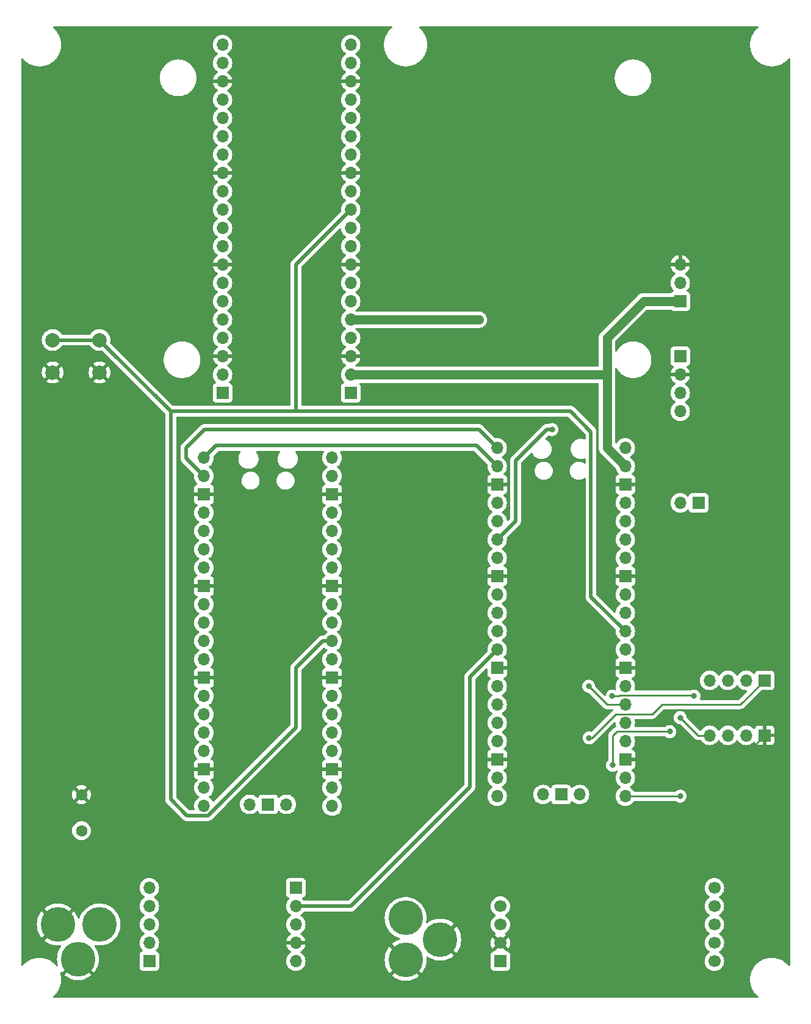
<source format=gbl>
G04 #@! TF.GenerationSoftware,KiCad,Pcbnew,7.0.7*
G04 #@! TF.CreationDate,2024-01-04T21:27:51+01:00*
G04 #@! TF.ProjectId,InternalPCB,496e7465-726e-4616-9c50-43422e6b6963,A*
G04 #@! TF.SameCoordinates,Original*
G04 #@! TF.FileFunction,Copper,L2,Bot*
G04 #@! TF.FilePolarity,Positive*
%FSLAX46Y46*%
G04 Gerber Fmt 4.6, Leading zero omitted, Abs format (unit mm)*
G04 Created by KiCad (PCBNEW 7.0.7) date 2024-01-04 21:27:51*
%MOMM*%
%LPD*%
G01*
G04 APERTURE LIST*
G04 #@! TA.AperFunction,ComponentPad*
%ADD10R,1.700000X1.700000*%
G04 #@! TD*
G04 #@! TA.AperFunction,ComponentPad*
%ADD11O,1.700000X1.700000*%
G04 #@! TD*
G04 #@! TA.AperFunction,ComponentPad*
%ADD12C,1.700000*%
G04 #@! TD*
G04 #@! TA.AperFunction,ComponentPad*
%ADD13C,2.000000*%
G04 #@! TD*
G04 #@! TA.AperFunction,ComponentPad*
%ADD14C,1.600000*%
G04 #@! TD*
G04 #@! TA.AperFunction,ComponentPad*
%ADD15C,4.800000*%
G04 #@! TD*
G04 #@! TA.AperFunction,ViaPad*
%ADD16C,0.800000*%
G04 #@! TD*
G04 #@! TA.AperFunction,Conductor*
%ADD17C,1.270000*%
G04 #@! TD*
G04 #@! TA.AperFunction,Conductor*
%ADD18C,0.254000*%
G04 #@! TD*
G04 #@! TA.AperFunction,Conductor*
%ADD19C,0.508000*%
G04 #@! TD*
G04 APERTURE END LIST*
D10*
X45720000Y-165100000D03*
D11*
X45720000Y-162560000D03*
X45720000Y-160020000D03*
X45720000Y-157480000D03*
X45720000Y-154940000D03*
D10*
X94417500Y-165100000D03*
D12*
X94417500Y-162560000D03*
X94417500Y-160020000D03*
X94417500Y-157480000D03*
X124117500Y-154940000D03*
X124117500Y-157480000D03*
X124117500Y-160020000D03*
X124117500Y-162560000D03*
X124117500Y-165100000D03*
D11*
X93980000Y-93980000D03*
X93980000Y-96520000D03*
D10*
X93980000Y-99060000D03*
D11*
X93980000Y-101600000D03*
X93980000Y-104140000D03*
X93980000Y-106680000D03*
X93980000Y-109220000D03*
D10*
X93980000Y-111760000D03*
D11*
X93980000Y-114300000D03*
X93980000Y-116840000D03*
X93980000Y-119380000D03*
X93980000Y-121920000D03*
D10*
X93980000Y-124460000D03*
D11*
X93980000Y-127000000D03*
X93980000Y-129540000D03*
X93980000Y-132080000D03*
X93980000Y-134620000D03*
D10*
X93980000Y-137160000D03*
D11*
X93980000Y-139700000D03*
X93980000Y-142240000D03*
X111760000Y-142240000D03*
X111760000Y-139700000D03*
D10*
X111760000Y-137160000D03*
D11*
X111760000Y-134620000D03*
X111760000Y-132080000D03*
X111760000Y-129540000D03*
X111760000Y-127000000D03*
D10*
X111760000Y-124460000D03*
D11*
X111760000Y-121920000D03*
X111760000Y-119380000D03*
X111760000Y-116840000D03*
X111760000Y-114300000D03*
D10*
X111760000Y-111760000D03*
D11*
X111760000Y-109220000D03*
X111760000Y-106680000D03*
X111760000Y-104140000D03*
X111760000Y-101600000D03*
D10*
X111760000Y-99060000D03*
D11*
X111760000Y-96520000D03*
X111760000Y-93980000D03*
X100330000Y-142010000D03*
D10*
X102870000Y-142010000D03*
D11*
X105410000Y-142010000D03*
D10*
X131084775Y-126188605D03*
D11*
X128544775Y-126188605D03*
X126004775Y-126188605D03*
X123464775Y-126188605D03*
D13*
X32310000Y-79030000D03*
X38810000Y-79030000D03*
X32310000Y-83530000D03*
X38810000Y-83530000D03*
D14*
X36322000Y-147026000D03*
X36322000Y-142026000D03*
D10*
X55880000Y-86360000D03*
D11*
X55880000Y-83820000D03*
X55880000Y-81280000D03*
X55880000Y-78740000D03*
X55880000Y-76200000D03*
X55880000Y-73660000D03*
X55880000Y-71120000D03*
X55880000Y-68580000D03*
X55880000Y-66040000D03*
X55880000Y-63500000D03*
X55880000Y-60960000D03*
X55880000Y-58420000D03*
X55880000Y-55880000D03*
X55880000Y-53340000D03*
X55880000Y-50800000D03*
X55880000Y-48260000D03*
X55880000Y-45720000D03*
X55880000Y-43180000D03*
X55880000Y-40640000D03*
X55880000Y-38100000D03*
D10*
X119380000Y-73660000D03*
D11*
X119380000Y-71120000D03*
X119380000Y-68580000D03*
D10*
X73660000Y-86360000D03*
D11*
X73660000Y-83820000D03*
X73660000Y-81280000D03*
X73660000Y-78740000D03*
X73660000Y-76200000D03*
X73660000Y-73660000D03*
X73660000Y-71120000D03*
X73660000Y-68580000D03*
X73660000Y-66040000D03*
X73660000Y-63500000D03*
X73660000Y-60960000D03*
X73660000Y-58420000D03*
X73660000Y-55880000D03*
X73660000Y-53340000D03*
X73660000Y-50800000D03*
X73660000Y-48260000D03*
X73660000Y-45720000D03*
X73660000Y-43180000D03*
X73660000Y-40640000D03*
X73660000Y-38100000D03*
D10*
X66040000Y-154940000D03*
D11*
X66040000Y-157480000D03*
X66040000Y-160020000D03*
X66040000Y-162560000D03*
X66040000Y-165100000D03*
X53306695Y-95347874D03*
X53306695Y-97887874D03*
D10*
X53306695Y-100427874D03*
D11*
X53306695Y-102967874D03*
X53306695Y-105507874D03*
X53306695Y-108047874D03*
X53306695Y-110587874D03*
D10*
X53306695Y-113127874D03*
D11*
X53306695Y-115667874D03*
X53306695Y-118207874D03*
X53306695Y-120747874D03*
X53306695Y-123287874D03*
D10*
X53306695Y-125827874D03*
D11*
X53306695Y-128367874D03*
X53306695Y-130907874D03*
X53306695Y-133447874D03*
X53306695Y-135987874D03*
D10*
X53306695Y-138527874D03*
D11*
X53306695Y-141067874D03*
X53306695Y-143607874D03*
X71086695Y-143607874D03*
X71086695Y-141067874D03*
D10*
X71086695Y-138527874D03*
D11*
X71086695Y-135987874D03*
X71086695Y-133447874D03*
X71086695Y-130907874D03*
X71086695Y-128367874D03*
D10*
X71086695Y-125827874D03*
D11*
X71086695Y-123287874D03*
X71086695Y-120747874D03*
X71086695Y-118207874D03*
X71086695Y-115667874D03*
D10*
X71086695Y-113127874D03*
D11*
X71086695Y-110587874D03*
X71086695Y-108047874D03*
X71086695Y-105507874D03*
X71086695Y-102967874D03*
D10*
X71086695Y-100427874D03*
D11*
X71086695Y-97887874D03*
X71086695Y-95347874D03*
X59656695Y-143377874D03*
D10*
X62196695Y-143377874D03*
D11*
X64736695Y-143377874D03*
D10*
X119380000Y-81280000D03*
D11*
X119380000Y-83820000D03*
X119380000Y-86360000D03*
X119380000Y-88900000D03*
D15*
X81280000Y-159120000D03*
X81280000Y-164920000D03*
X86080000Y-162120000D03*
D10*
X121920000Y-101600000D03*
D11*
X119380000Y-101600000D03*
D10*
X131084775Y-133808605D03*
D11*
X128544775Y-133808605D03*
X126004775Y-133808605D03*
X123464775Y-133808605D03*
D15*
X38820000Y-160020000D03*
X33020000Y-160020000D03*
X35820000Y-164820000D03*
D16*
X106736541Y-134162800D03*
X91440000Y-76200000D03*
X119380000Y-142240000D03*
X121290380Y-128363000D03*
X109956600Y-128371600D03*
X117932200Y-133299200D03*
X110007400Y-137947400D03*
X106680000Y-127000000D03*
X119380000Y-131353000D03*
X101600000Y-91440000D03*
D17*
X109220000Y-93980000D02*
X111760000Y-96520000D01*
X109220000Y-78740000D02*
X109220000Y-83820000D01*
X114300000Y-73660000D02*
X109220000Y-78740000D01*
X119380000Y-73660000D02*
X114300000Y-73660000D01*
X73660000Y-83820000D02*
X109220000Y-83820000D01*
X109220000Y-83820000D02*
X109220000Y-93980000D01*
D18*
X127733380Y-137160000D02*
X111760000Y-137160000D01*
X131084775Y-133808605D02*
X127733380Y-137160000D01*
D19*
X69752126Y-120747874D02*
X71086695Y-120747874D01*
X73660000Y-60960000D02*
X66040000Y-68580000D01*
X48680000Y-142660000D02*
X50931874Y-144911874D01*
X48680000Y-88900000D02*
X48680000Y-142660000D01*
X38810000Y-79030000D02*
X32310000Y-79030000D01*
X66040000Y-124460000D02*
X69752126Y-120747874D01*
X66040000Y-88900000D02*
X48680000Y-88900000D01*
X106999000Y-114619000D02*
X106999000Y-91759000D01*
X48680000Y-88900000D02*
X38810000Y-79030000D01*
X111760000Y-119380000D02*
X106999000Y-114619000D01*
X50931874Y-144911874D02*
X53846830Y-144911874D01*
X106999000Y-91759000D02*
X104140000Y-88900000D01*
X53846830Y-144911874D02*
X66040000Y-132718704D01*
X66040000Y-68580000D02*
X66040000Y-88900000D01*
X66040000Y-132718704D02*
X66040000Y-124460000D01*
X104140000Y-88900000D02*
X66040000Y-88900000D01*
D18*
X110397000Y-130903000D02*
X115477000Y-130903000D01*
X106736541Y-134162800D02*
X107137200Y-134162800D01*
X127733380Y-129540000D02*
X131084775Y-126188605D01*
X116840000Y-129540000D02*
X127733380Y-129540000D01*
D17*
X91440000Y-76200000D02*
X73660000Y-76200000D01*
D18*
X107137200Y-134162800D02*
X110397000Y-130903000D01*
X115477000Y-130903000D02*
X116840000Y-129540000D01*
X119380000Y-142240000D02*
X111760000Y-142240000D01*
X110820200Y-128371600D02*
X110947200Y-128244600D01*
X121171980Y-128244600D02*
X121290380Y-128363000D01*
X110947200Y-128244600D02*
X121171980Y-128244600D01*
X109956600Y-128371600D02*
X110820200Y-128371600D01*
X110591600Y-133299200D02*
X110007400Y-133883400D01*
X117932200Y-133299200D02*
X110591600Y-133299200D01*
X110007400Y-133883400D02*
X110007400Y-137947400D01*
X106680000Y-127000000D02*
X109220000Y-129540000D01*
X109220000Y-129540000D02*
X111760000Y-129540000D01*
X121835605Y-133808605D02*
X123464775Y-133808605D01*
X119380000Y-131353000D02*
X121835605Y-133808605D01*
D19*
X101600000Y-91440000D02*
X100829444Y-91440000D01*
X96520000Y-95749444D02*
X96520000Y-104140000D01*
X100829444Y-91440000D02*
X96520000Y-95749444D01*
X96520000Y-104140000D02*
X93980000Y-106680000D01*
X66040000Y-157480000D02*
X73660000Y-157480000D01*
X90170000Y-140970000D02*
X90170000Y-125730000D01*
X73660000Y-157480000D02*
X90170000Y-140970000D01*
X90170000Y-125730000D02*
X93980000Y-121920000D01*
X93980000Y-96520000D02*
X91122874Y-93662874D01*
X91122874Y-93662874D02*
X54991695Y-93662874D01*
X54991695Y-93662874D02*
X53306695Y-95347874D01*
X91440000Y-91440000D02*
X53340000Y-91440000D01*
X50800000Y-95381179D02*
X53306695Y-97887874D01*
X50800000Y-93980000D02*
X50800000Y-95381179D01*
X93980000Y-93980000D02*
X91440000Y-91440000D01*
X50800000Y-93980000D02*
X53340000Y-91440000D01*
G04 #@! TA.AperFunction,Conductor*
G36*
X58329711Y-94437059D02*
G01*
X58375466Y-94489863D01*
X58385410Y-94559021D01*
X58363975Y-94609420D01*
X58365520Y-94610430D01*
X58322492Y-94676286D01*
X58320436Y-94679241D01*
X58274819Y-94740921D01*
X58274815Y-94740928D01*
X58257963Y-94774349D01*
X58254506Y-94780346D01*
X58235771Y-94809023D01*
X58204914Y-94879370D01*
X58203498Y-94882377D01*
X58167485Y-94953805D01*
X58157487Y-94986447D01*
X58154983Y-94993197D01*
X58142540Y-95021565D01*
X58142540Y-95021566D01*
X58122873Y-95099221D01*
X58122053Y-95102153D01*
X58097679Y-95181750D01*
X58097678Y-95181753D01*
X58093758Y-95212359D01*
X58092363Y-95219704D01*
X58085562Y-95246562D01*
X58085559Y-95246579D01*
X58078562Y-95331028D01*
X58067397Y-95418218D01*
X58067396Y-95418218D01*
X58068567Y-95445774D01*
X58068411Y-95453529D01*
X58066514Y-95476439D01*
X58066395Y-95477874D01*
X58071111Y-95534791D01*
X58073650Y-95565441D01*
X58077514Y-95656397D01*
X58077515Y-95656408D01*
X58082634Y-95680158D01*
X58083815Y-95688107D01*
X58085560Y-95709175D01*
X58085560Y-95709178D01*
X58085561Y-95709179D01*
X58107900Y-95797394D01*
X58110948Y-95811537D01*
X58127741Y-95889456D01*
X58135578Y-95908958D01*
X58138153Y-95916861D01*
X58142539Y-95934177D01*
X58180350Y-96020378D01*
X58216629Y-96110661D01*
X58216630Y-96110662D01*
X58225927Y-96125762D01*
X58229913Y-96133369D01*
X58235771Y-96146724D01*
X58288970Y-96228151D01*
X58341625Y-96313668D01*
X58348238Y-96321182D01*
X58358958Y-96335276D01*
X58360062Y-96336965D01*
X58362716Y-96341027D01*
X58430722Y-96414902D01*
X58499131Y-96492629D01*
X58504259Y-96496769D01*
X58517577Y-96509251D01*
X58519911Y-96511787D01*
X58601628Y-96575389D01*
X58684615Y-96642397D01*
X58684617Y-96642398D01*
X58687373Y-96643938D01*
X58703055Y-96654334D01*
X58703062Y-96654339D01*
X58703066Y-96654341D01*
X58703069Y-96654344D01*
X58792478Y-96702729D01*
X58796857Y-96705099D01*
X58892741Y-96758664D01*
X58895544Y-96759932D01*
X58902390Y-96762971D01*
X58902489Y-96762747D01*
X58907185Y-96764806D01*
X58907192Y-96764810D01*
X59010971Y-96800437D01*
X59117524Y-96838085D01*
X59118093Y-96838182D01*
X59122824Y-96839186D01*
X59126702Y-96840168D01*
X59126714Y-96840172D01*
X59238019Y-96858745D01*
X59352486Y-96878373D01*
X59352495Y-96878374D01*
X59587739Y-96878374D01*
X59587744Y-96878374D01*
X59620768Y-96872862D01*
X59644164Y-96868959D01*
X59649102Y-96868337D01*
X59709236Y-96863220D01*
X59761310Y-96849660D01*
X59766712Y-96848508D01*
X59816676Y-96840172D01*
X59873881Y-96820532D01*
X59878358Y-96819183D01*
X59939944Y-96803149D01*
X59945944Y-96800437D01*
X59950957Y-96798170D01*
X59985992Y-96782333D01*
X59991376Y-96780196D01*
X60036198Y-96764810D01*
X60092249Y-96734475D01*
X60096222Y-96732506D01*
X60104851Y-96728604D01*
X60157181Y-96704951D01*
X60196342Y-96678482D01*
X60201515Y-96675343D01*
X60240321Y-96654344D01*
X60293227Y-96613164D01*
X60296545Y-96610755D01*
X60354698Y-96571453D01*
X60386465Y-96541005D01*
X60391243Y-96536876D01*
X60423479Y-96511787D01*
X60425804Y-96509262D01*
X60441115Y-96492629D01*
X60471084Y-96460072D01*
X60473796Y-96457306D01*
X60526813Y-96406495D01*
X60551024Y-96373757D01*
X60555235Y-96368659D01*
X60580674Y-96341027D01*
X60620901Y-96279452D01*
X60622936Y-96276526D01*
X60668574Y-96214821D01*
X60685428Y-96181391D01*
X60688865Y-96175426D01*
X60707619Y-96146723D01*
X60738500Y-96076319D01*
X60739869Y-96073412D01*
X60775902Y-96001948D01*
X60785903Y-95969287D01*
X60788396Y-95962568D01*
X60800852Y-95934174D01*
X60820522Y-95856495D01*
X60821330Y-95853606D01*
X60845711Y-95773997D01*
X60849631Y-95743382D01*
X60851025Y-95736044D01*
X60857829Y-95709179D01*
X60864827Y-95624719D01*
X60875993Y-95537528D01*
X60874821Y-95509953D01*
X60874976Y-95502229D01*
X60876995Y-95477874D01*
X60876876Y-95476439D01*
X60869739Y-95390306D01*
X60868055Y-95350655D01*
X60865875Y-95299342D01*
X60860754Y-95275583D01*
X60859574Y-95267636D01*
X60857865Y-95247003D01*
X60857829Y-95246569D01*
X60857828Y-95246566D01*
X60857828Y-95246562D01*
X60835489Y-95158354D01*
X60833349Y-95148425D01*
X60815649Y-95066293D01*
X60807810Y-95046786D01*
X60805236Y-95038889D01*
X60800852Y-95021574D01*
X60763039Y-94935369D01*
X60726759Y-94845084D01*
X60717463Y-94829986D01*
X60713474Y-94822374D01*
X60707619Y-94809025D01*
X60654419Y-94727595D01*
X60601766Y-94642082D01*
X60601765Y-94642081D01*
X60601764Y-94642079D01*
X60595146Y-94634560D01*
X60584422Y-94620458D01*
X60577866Y-94610422D01*
X60579613Y-94609280D01*
X60557225Y-94552562D01*
X60570780Y-94484020D01*
X60619241Y-94433687D01*
X60680719Y-94417374D01*
X63712672Y-94417374D01*
X63779711Y-94437059D01*
X63825466Y-94489863D01*
X63835410Y-94559021D01*
X63813975Y-94609420D01*
X63815520Y-94610430D01*
X63772492Y-94676286D01*
X63770436Y-94679241D01*
X63724819Y-94740921D01*
X63724815Y-94740928D01*
X63707963Y-94774349D01*
X63704506Y-94780346D01*
X63685771Y-94809023D01*
X63654914Y-94879370D01*
X63653498Y-94882377D01*
X63617485Y-94953805D01*
X63607487Y-94986447D01*
X63604983Y-94993197D01*
X63592540Y-95021565D01*
X63592540Y-95021566D01*
X63572873Y-95099221D01*
X63572053Y-95102153D01*
X63547679Y-95181750D01*
X63547678Y-95181753D01*
X63543758Y-95212359D01*
X63542363Y-95219704D01*
X63535562Y-95246562D01*
X63535559Y-95246579D01*
X63528562Y-95331028D01*
X63517397Y-95418218D01*
X63517396Y-95418218D01*
X63518567Y-95445774D01*
X63518411Y-95453529D01*
X63516514Y-95476439D01*
X63516395Y-95477874D01*
X63521111Y-95534791D01*
X63523650Y-95565441D01*
X63527514Y-95656397D01*
X63527515Y-95656408D01*
X63532634Y-95680158D01*
X63533815Y-95688107D01*
X63535560Y-95709175D01*
X63535560Y-95709178D01*
X63535561Y-95709179D01*
X63557900Y-95797394D01*
X63560948Y-95811537D01*
X63577741Y-95889456D01*
X63585578Y-95908958D01*
X63588153Y-95916861D01*
X63592539Y-95934177D01*
X63630350Y-96020378D01*
X63666629Y-96110661D01*
X63666630Y-96110662D01*
X63675927Y-96125762D01*
X63679913Y-96133369D01*
X63685771Y-96146724D01*
X63738970Y-96228151D01*
X63791625Y-96313668D01*
X63798238Y-96321182D01*
X63808958Y-96335276D01*
X63810062Y-96336965D01*
X63812716Y-96341027D01*
X63880722Y-96414902D01*
X63949131Y-96492629D01*
X63954259Y-96496769D01*
X63967577Y-96509251D01*
X63969911Y-96511787D01*
X64051628Y-96575389D01*
X64134615Y-96642397D01*
X64134617Y-96642398D01*
X64137373Y-96643938D01*
X64153055Y-96654334D01*
X64153062Y-96654339D01*
X64153066Y-96654341D01*
X64153069Y-96654344D01*
X64242478Y-96702729D01*
X64246857Y-96705099D01*
X64342741Y-96758664D01*
X64345544Y-96759932D01*
X64352390Y-96762971D01*
X64352489Y-96762747D01*
X64357185Y-96764806D01*
X64357192Y-96764810D01*
X64460971Y-96800437D01*
X64567524Y-96838085D01*
X64568093Y-96838182D01*
X64572824Y-96839186D01*
X64576702Y-96840168D01*
X64576714Y-96840172D01*
X64688018Y-96858745D01*
X64688019Y-96858745D01*
X64802486Y-96878373D01*
X64802495Y-96878374D01*
X65037739Y-96878374D01*
X65037744Y-96878374D01*
X65070768Y-96872862D01*
X65094164Y-96868959D01*
X65099102Y-96868337D01*
X65159236Y-96863220D01*
X65211310Y-96849660D01*
X65216712Y-96848508D01*
X65266676Y-96840172D01*
X65323881Y-96820532D01*
X65328358Y-96819183D01*
X65389944Y-96803149D01*
X65395944Y-96800437D01*
X65400957Y-96798170D01*
X65435992Y-96782333D01*
X65441376Y-96780196D01*
X65486198Y-96764810D01*
X65542249Y-96734475D01*
X65546222Y-96732506D01*
X65554851Y-96728604D01*
X65607181Y-96704951D01*
X65646342Y-96678482D01*
X65651515Y-96675343D01*
X65690321Y-96654344D01*
X65743227Y-96613164D01*
X65746545Y-96610755D01*
X65804698Y-96571453D01*
X65836465Y-96541005D01*
X65841243Y-96536876D01*
X65873479Y-96511787D01*
X65875804Y-96509262D01*
X65891115Y-96492629D01*
X65921084Y-96460072D01*
X65923796Y-96457306D01*
X65976813Y-96406495D01*
X66001024Y-96373757D01*
X66005235Y-96368659D01*
X66030674Y-96341027D01*
X66070901Y-96279452D01*
X66072936Y-96276526D01*
X66118574Y-96214821D01*
X66135428Y-96181391D01*
X66138865Y-96175426D01*
X66157619Y-96146723D01*
X66188500Y-96076319D01*
X66189869Y-96073412D01*
X66225902Y-96001948D01*
X66235903Y-95969287D01*
X66238396Y-95962568D01*
X66250852Y-95934174D01*
X66270522Y-95856495D01*
X66271330Y-95853606D01*
X66295711Y-95773997D01*
X66299631Y-95743382D01*
X66301025Y-95736044D01*
X66307829Y-95709179D01*
X66314827Y-95624719D01*
X66325993Y-95537528D01*
X66324821Y-95509953D01*
X66324976Y-95502229D01*
X66326995Y-95477874D01*
X66326876Y-95476439D01*
X66319739Y-95390306D01*
X66318055Y-95350655D01*
X66315875Y-95299342D01*
X66310754Y-95275583D01*
X66309574Y-95267636D01*
X66307865Y-95247003D01*
X66307829Y-95246569D01*
X66307828Y-95246566D01*
X66307828Y-95246562D01*
X66285489Y-95158354D01*
X66283349Y-95148425D01*
X66265649Y-95066293D01*
X66257810Y-95046786D01*
X66255236Y-95038889D01*
X66250852Y-95021574D01*
X66213039Y-94935369D01*
X66176759Y-94845084D01*
X66167463Y-94829986D01*
X66163474Y-94822374D01*
X66157619Y-94809025D01*
X66104419Y-94727595D01*
X66051766Y-94642082D01*
X66051765Y-94642081D01*
X66051764Y-94642079D01*
X66045146Y-94634560D01*
X66034422Y-94620458D01*
X66027866Y-94610422D01*
X66029613Y-94609280D01*
X66007225Y-94552562D01*
X66020780Y-94484020D01*
X66069241Y-94433687D01*
X66130719Y-94417374D01*
X69851380Y-94417374D01*
X69918419Y-94437059D01*
X69964174Y-94489863D01*
X69974118Y-94559021D01*
X69952955Y-94612497D01*
X69912660Y-94670043D01*
X69912659Y-94670045D01*
X69812793Y-94884209D01*
X69812789Y-94884218D01*
X69751633Y-95112460D01*
X69751631Y-95112470D01*
X69731036Y-95347873D01*
X69731036Y-95347874D01*
X69751631Y-95583277D01*
X69751633Y-95583287D01*
X69812789Y-95811529D01*
X69812791Y-95811533D01*
X69812792Y-95811537D01*
X69884123Y-95964507D01*
X69912660Y-96025704D01*
X69912662Y-96025708D01*
X69981652Y-96124235D01*
X70030840Y-96194483D01*
X70048196Y-96219269D01*
X70048201Y-96219276D01*
X70215292Y-96386367D01*
X70215298Y-96386372D01*
X70400853Y-96516299D01*
X70444478Y-96570876D01*
X70451672Y-96640374D01*
X70420149Y-96702729D01*
X70400853Y-96719449D01*
X70215292Y-96849379D01*
X70048200Y-97016471D01*
X69912660Y-97210043D01*
X69912659Y-97210045D01*
X69828094Y-97391395D01*
X69815042Y-97419387D01*
X69812793Y-97424209D01*
X69812789Y-97424218D01*
X69751633Y-97652460D01*
X69751631Y-97652470D01*
X69731036Y-97887873D01*
X69731036Y-97887874D01*
X69751631Y-98123277D01*
X69751633Y-98123287D01*
X69812789Y-98351529D01*
X69812791Y-98351533D01*
X69812792Y-98351537D01*
X69899990Y-98538534D01*
X69912660Y-98565704D01*
X69912662Y-98565708D01*
X69955264Y-98626549D01*
X70048196Y-98759270D01*
X70048201Y-98759276D01*
X70170513Y-98881588D01*
X70203998Y-98942911D01*
X70199014Y-99012603D01*
X70157142Y-99068536D01*
X70126166Y-99085451D01*
X69994607Y-99134520D01*
X69994601Y-99134523D01*
X69879507Y-99220683D01*
X69879504Y-99220686D01*
X69793344Y-99335780D01*
X69793340Y-99335787D01*
X69743098Y-99470494D01*
X69743096Y-99470501D01*
X69736695Y-99530029D01*
X69736695Y-100177874D01*
X70462926Y-100177874D01*
X70529965Y-100197559D01*
X70575720Y-100250363D01*
X70585664Y-100319521D01*
X70581903Y-100336810D01*
X70576695Y-100354546D01*
X70576695Y-100501201D01*
X70581903Y-100518938D01*
X70581903Y-100588808D01*
X70544129Y-100647586D01*
X70480574Y-100676612D01*
X70462926Y-100677874D01*
X69736695Y-100677874D01*
X69736695Y-101325718D01*
X69743096Y-101385246D01*
X69743098Y-101385253D01*
X69793340Y-101519960D01*
X69793344Y-101519967D01*
X69879504Y-101635061D01*
X69879507Y-101635064D01*
X69994601Y-101721224D01*
X69994608Y-101721228D01*
X70126165Y-101770295D01*
X70182098Y-101812166D01*
X70206516Y-101877630D01*
X70191665Y-101945903D01*
X70170514Y-101974158D01*
X70048198Y-102096474D01*
X69912660Y-102290043D01*
X69912659Y-102290045D01*
X69828094Y-102471395D01*
X69815748Y-102497873D01*
X69812793Y-102504209D01*
X69812789Y-102504218D01*
X69751633Y-102732460D01*
X69751631Y-102732470D01*
X69731036Y-102967873D01*
X69731036Y-102967874D01*
X69751631Y-103203277D01*
X69751633Y-103203287D01*
X69812789Y-103431529D01*
X69812791Y-103431533D01*
X69812792Y-103431537D01*
X69827076Y-103462169D01*
X69912660Y-103645704D01*
X69912662Y-103645708D01*
X70048196Y-103839269D01*
X70048201Y-103839276D01*
X70215292Y-104006367D01*
X70215298Y-104006372D01*
X70400853Y-104136299D01*
X70444478Y-104190876D01*
X70451672Y-104260374D01*
X70420149Y-104322729D01*
X70400853Y-104339449D01*
X70215292Y-104469379D01*
X70048200Y-104636471D01*
X69912660Y-104830043D01*
X69912659Y-104830045D01*
X69812793Y-105044209D01*
X69812789Y-105044218D01*
X69751633Y-105272460D01*
X69751631Y-105272470D01*
X69731036Y-105507873D01*
X69731036Y-105507874D01*
X69751631Y-105743277D01*
X69751633Y-105743287D01*
X69812789Y-105971529D01*
X69812791Y-105971533D01*
X69812792Y-105971537D01*
X69827076Y-106002169D01*
X69912660Y-106185704D01*
X69912662Y-106185708D01*
X70048196Y-106379269D01*
X70048201Y-106379276D01*
X70215292Y-106546367D01*
X70215298Y-106546372D01*
X70400853Y-106676299D01*
X70444478Y-106730876D01*
X70451672Y-106800374D01*
X70420149Y-106862729D01*
X70400853Y-106879449D01*
X70215292Y-107009379D01*
X70048200Y-107176471D01*
X69912660Y-107370043D01*
X69912659Y-107370045D01*
X69812793Y-107584209D01*
X69812789Y-107584218D01*
X69751633Y-107812460D01*
X69751631Y-107812470D01*
X69731036Y-108047873D01*
X69731036Y-108047874D01*
X69751631Y-108283277D01*
X69751633Y-108283287D01*
X69812789Y-108511529D01*
X69812791Y-108511533D01*
X69812792Y-108511537D01*
X69827076Y-108542169D01*
X69912660Y-108725704D01*
X69912662Y-108725708D01*
X70048196Y-108919269D01*
X70048201Y-108919276D01*
X70215292Y-109086367D01*
X70215298Y-109086372D01*
X70400853Y-109216299D01*
X70444478Y-109270876D01*
X70451672Y-109340374D01*
X70420149Y-109402729D01*
X70400853Y-109419449D01*
X70215292Y-109549379D01*
X70048200Y-109716471D01*
X69912660Y-109910043D01*
X69912659Y-109910045D01*
X69812793Y-110124209D01*
X69812789Y-110124218D01*
X69751633Y-110352460D01*
X69751631Y-110352470D01*
X69731036Y-110587873D01*
X69731036Y-110587874D01*
X69751631Y-110823277D01*
X69751633Y-110823287D01*
X69812789Y-111051529D01*
X69812791Y-111051533D01*
X69812792Y-111051537D01*
X69905337Y-111250000D01*
X69912660Y-111265704D01*
X69912662Y-111265708D01*
X69955264Y-111326549D01*
X70048196Y-111459270D01*
X70048201Y-111459276D01*
X70170513Y-111581588D01*
X70203998Y-111642911D01*
X70199014Y-111712603D01*
X70157142Y-111768536D01*
X70126166Y-111785451D01*
X69994607Y-111834520D01*
X69994601Y-111834523D01*
X69879507Y-111920683D01*
X69879504Y-111920686D01*
X69793344Y-112035780D01*
X69793340Y-112035787D01*
X69743098Y-112170494D01*
X69743096Y-112170501D01*
X69736695Y-112230029D01*
X69736695Y-112877874D01*
X70462926Y-112877874D01*
X70529965Y-112897559D01*
X70575720Y-112950363D01*
X70585664Y-113019521D01*
X70581903Y-113036810D01*
X70576695Y-113054546D01*
X70576695Y-113201201D01*
X70581903Y-113218938D01*
X70581903Y-113288808D01*
X70544129Y-113347586D01*
X70480574Y-113376612D01*
X70462926Y-113377874D01*
X69736695Y-113377874D01*
X69736695Y-114025718D01*
X69743096Y-114085246D01*
X69743098Y-114085253D01*
X69793340Y-114219960D01*
X69793344Y-114219967D01*
X69879504Y-114335061D01*
X69879507Y-114335064D01*
X69994601Y-114421224D01*
X69994608Y-114421228D01*
X70126165Y-114470295D01*
X70182098Y-114512166D01*
X70206516Y-114577630D01*
X70191665Y-114645903D01*
X70170514Y-114674158D01*
X70048198Y-114796474D01*
X69912660Y-114990043D01*
X69912659Y-114990045D01*
X69812793Y-115204209D01*
X69812789Y-115204218D01*
X69751633Y-115432460D01*
X69751631Y-115432470D01*
X69731036Y-115667873D01*
X69731036Y-115667874D01*
X69751631Y-115903277D01*
X69751633Y-115903287D01*
X69812789Y-116131529D01*
X69812791Y-116131533D01*
X69812792Y-116131537D01*
X69827076Y-116162169D01*
X69912660Y-116345704D01*
X69912662Y-116345708D01*
X70048196Y-116539269D01*
X70048201Y-116539276D01*
X70215292Y-116706367D01*
X70215298Y-116706372D01*
X70400853Y-116836299D01*
X70444478Y-116890876D01*
X70451672Y-116960374D01*
X70420149Y-117022729D01*
X70400853Y-117039449D01*
X70215292Y-117169379D01*
X70048200Y-117336471D01*
X69912660Y-117530043D01*
X69912659Y-117530045D01*
X69812793Y-117744209D01*
X69812789Y-117744218D01*
X69751633Y-117972460D01*
X69751631Y-117972470D01*
X69731036Y-118207873D01*
X69731036Y-118207874D01*
X69751631Y-118443277D01*
X69751633Y-118443287D01*
X69812789Y-118671529D01*
X69812791Y-118671533D01*
X69812792Y-118671537D01*
X69827076Y-118702169D01*
X69912660Y-118885704D01*
X69912662Y-118885708D01*
X70048196Y-119079269D01*
X70048201Y-119079276D01*
X70215292Y-119246367D01*
X70215298Y-119246372D01*
X70400853Y-119376299D01*
X70444478Y-119430876D01*
X70451672Y-119500374D01*
X70420149Y-119562729D01*
X70400853Y-119579449D01*
X70215292Y-119709379D01*
X70048201Y-119876471D01*
X70048200Y-119876473D01*
X70003369Y-119940498D01*
X69948791Y-119984123D01*
X69901794Y-119993374D01*
X69816126Y-119993374D01*
X69798157Y-119992065D01*
X69774217Y-119988558D01*
X69734145Y-119992065D01*
X69721877Y-119993138D01*
X69716477Y-119993374D01*
X69708179Y-119993374D01*
X69675451Y-119997199D01*
X69598513Y-120003930D01*
X69591447Y-120005390D01*
X69591436Y-120005338D01*
X69583958Y-120006996D01*
X69583971Y-120007048D01*
X69576945Y-120008713D01*
X69504386Y-120035121D01*
X69431088Y-120059410D01*
X69424546Y-120062461D01*
X69424523Y-120062413D01*
X69417633Y-120065749D01*
X69417657Y-120065796D01*
X69411202Y-120069037D01*
X69346681Y-120111472D01*
X69280975Y-120152001D01*
X69275305Y-120156485D01*
X69275272Y-120156443D01*
X69269340Y-120161275D01*
X69269374Y-120161316D01*
X69263843Y-120165956D01*
X69210854Y-120222121D01*
X65551742Y-123881232D01*
X65538113Y-123893011D01*
X65518706Y-123907459D01*
X65484939Y-123947700D01*
X65481295Y-123951678D01*
X65475419Y-123957555D01*
X65454972Y-123983414D01*
X65405334Y-124042570D01*
X65401366Y-124048605D01*
X65401322Y-124048576D01*
X65397209Y-124055031D01*
X65397254Y-124055059D01*
X65393459Y-124061211D01*
X65360827Y-124131191D01*
X65326176Y-124200188D01*
X65323704Y-124206979D01*
X65323655Y-124206961D01*
X65321141Y-124214193D01*
X65321191Y-124214210D01*
X65318920Y-124221062D01*
X65303304Y-124296689D01*
X65285501Y-124371803D01*
X65284663Y-124378976D01*
X65284611Y-124378969D01*
X65283831Y-124386600D01*
X65283882Y-124386605D01*
X65283253Y-124393787D01*
X65285500Y-124470981D01*
X65285499Y-132354816D01*
X65265814Y-132421855D01*
X65249180Y-132442497D01*
X54695283Y-142996395D01*
X54633960Y-143029880D01*
X54564268Y-143024896D01*
X54508335Y-142983024D01*
X54495220Y-142961119D01*
X54480730Y-142930045D01*
X54480727Y-142930041D01*
X54480727Y-142930040D01*
X54345189Y-142736471D01*
X54178097Y-142569380D01*
X54178091Y-142569375D01*
X53992537Y-142439449D01*
X53948912Y-142384872D01*
X53941718Y-142315374D01*
X53973241Y-142253019D01*
X53992537Y-142236299D01*
X54030287Y-142209866D01*
X54178096Y-142106369D01*
X54345190Y-141939275D01*
X54480730Y-141745704D01*
X54580598Y-141531537D01*
X54641758Y-141303282D01*
X54662354Y-141067874D01*
X54641758Y-140832466D01*
X54580598Y-140604211D01*
X54480730Y-140390045D01*
X54345190Y-140196473D01*
X54222874Y-140074157D01*
X54189391Y-140012837D01*
X54194375Y-139943145D01*
X54236246Y-139887211D01*
X54267224Y-139870296D01*
X54398781Y-139821228D01*
X54398788Y-139821224D01*
X54513882Y-139735064D01*
X54513885Y-139735061D01*
X54600045Y-139619967D01*
X54600049Y-139619960D01*
X54650291Y-139485253D01*
X54650293Y-139485246D01*
X54656694Y-139425718D01*
X54656695Y-139425701D01*
X54656695Y-138777874D01*
X53930464Y-138777874D01*
X53863425Y-138758189D01*
X53817670Y-138705385D01*
X53807726Y-138636227D01*
X53811487Y-138618938D01*
X53816695Y-138601201D01*
X53816695Y-138454546D01*
X53811487Y-138436810D01*
X53811487Y-138366940D01*
X53849261Y-138308162D01*
X53912816Y-138279136D01*
X53930464Y-138277874D01*
X54656695Y-138277874D01*
X54656695Y-137630046D01*
X54656694Y-137630029D01*
X54650293Y-137570501D01*
X54650291Y-137570494D01*
X54600049Y-137435787D01*
X54600045Y-137435780D01*
X54513885Y-137320686D01*
X54513882Y-137320683D01*
X54398788Y-137234523D01*
X54398783Y-137234520D01*
X54267223Y-137185451D01*
X54211290Y-137143579D01*
X54186873Y-137078115D01*
X54201725Y-137009842D01*
X54222870Y-136981594D01*
X54345190Y-136859275D01*
X54480730Y-136665704D01*
X54580598Y-136451537D01*
X54641758Y-136223282D01*
X54662354Y-135987874D01*
X54641758Y-135752466D01*
X54580598Y-135524211D01*
X54480730Y-135310045D01*
X54378654Y-135164264D01*
X54345189Y-135116471D01*
X54178097Y-134949380D01*
X54178091Y-134949375D01*
X53992537Y-134819449D01*
X53948912Y-134764872D01*
X53941718Y-134695374D01*
X53973241Y-134633019D01*
X53992537Y-134616299D01*
X54166559Y-134494447D01*
X54178096Y-134486369D01*
X54345190Y-134319275D01*
X54480730Y-134125704D01*
X54580598Y-133911537D01*
X54641758Y-133683282D01*
X54662354Y-133447874D01*
X54641758Y-133212466D01*
X54580598Y-132984211D01*
X54480730Y-132770045D01*
X54478588Y-132766985D01*
X54345189Y-132576471D01*
X54178097Y-132409380D01*
X54178091Y-132409375D01*
X53992537Y-132279449D01*
X53948912Y-132224872D01*
X53941718Y-132155374D01*
X53973241Y-132093019D01*
X53992537Y-132076299D01*
X54064531Y-132025888D01*
X54178096Y-131946369D01*
X54345190Y-131779275D01*
X54480730Y-131585704D01*
X54580598Y-131371537D01*
X54641758Y-131143282D01*
X54662354Y-130907874D01*
X54641758Y-130672466D01*
X54580598Y-130444211D01*
X54480730Y-130230045D01*
X54462367Y-130203819D01*
X54345189Y-130036471D01*
X54178097Y-129869380D01*
X54178091Y-129869375D01*
X53992537Y-129739449D01*
X53948912Y-129684872D01*
X53941718Y-129615374D01*
X53973241Y-129553019D01*
X53992537Y-129536299D01*
X54014721Y-129520765D01*
X54178096Y-129406369D01*
X54345190Y-129239275D01*
X54480730Y-129045704D01*
X54580598Y-128831537D01*
X54641758Y-128603282D01*
X54662354Y-128367874D01*
X54641758Y-128132466D01*
X54580598Y-127904211D01*
X54480730Y-127690045D01*
X54477835Y-127685911D01*
X54345191Y-127496474D01*
X54309724Y-127461007D01*
X54222874Y-127374157D01*
X54189391Y-127312837D01*
X54194375Y-127243145D01*
X54236246Y-127187211D01*
X54267224Y-127170296D01*
X54398781Y-127121228D01*
X54398788Y-127121224D01*
X54513882Y-127035064D01*
X54513885Y-127035061D01*
X54600045Y-126919967D01*
X54600049Y-126919960D01*
X54650291Y-126785253D01*
X54650293Y-126785246D01*
X54656694Y-126725718D01*
X54656695Y-126725701D01*
X54656695Y-126077874D01*
X53930464Y-126077874D01*
X53863425Y-126058189D01*
X53817670Y-126005385D01*
X53807726Y-125936227D01*
X53811487Y-125918938D01*
X53816695Y-125901201D01*
X53816695Y-125754546D01*
X53811487Y-125736810D01*
X53811487Y-125666940D01*
X53849261Y-125608162D01*
X53912816Y-125579136D01*
X53930464Y-125577874D01*
X54656695Y-125577874D01*
X54656695Y-124930046D01*
X54656694Y-124930029D01*
X54650293Y-124870501D01*
X54650291Y-124870494D01*
X54600049Y-124735787D01*
X54600045Y-124735780D01*
X54513885Y-124620686D01*
X54513882Y-124620683D01*
X54398788Y-124534523D01*
X54398783Y-124534520D01*
X54267223Y-124485451D01*
X54211290Y-124443579D01*
X54186873Y-124378115D01*
X54201725Y-124309842D01*
X54222870Y-124281594D01*
X54345190Y-124159275D01*
X54480730Y-123965704D01*
X54580598Y-123751537D01*
X54641758Y-123523282D01*
X54662354Y-123287874D01*
X54641758Y-123052466D01*
X54580598Y-122824211D01*
X54480730Y-122610045D01*
X54345190Y-122416473D01*
X54345189Y-122416471D01*
X54178097Y-122249380D01*
X54178091Y-122249375D01*
X53992537Y-122119449D01*
X53948912Y-122064872D01*
X53941718Y-121995374D01*
X53973241Y-121933019D01*
X53992537Y-121916299D01*
X54014721Y-121900765D01*
X54178096Y-121786369D01*
X54345190Y-121619275D01*
X54480730Y-121425704D01*
X54580598Y-121211537D01*
X54641758Y-120983282D01*
X54662354Y-120747874D01*
X54641758Y-120512466D01*
X54580598Y-120284211D01*
X54480730Y-120070045D01*
X54480025Y-120069037D01*
X54345189Y-119876471D01*
X54178097Y-119709380D01*
X54178096Y-119709379D01*
X54043892Y-119615408D01*
X53992536Y-119579448D01*
X53948911Y-119524871D01*
X53941719Y-119455372D01*
X53973241Y-119393018D01*
X53992531Y-119376302D01*
X54178096Y-119246369D01*
X54345190Y-119079275D01*
X54480730Y-118885704D01*
X54580598Y-118671537D01*
X54641758Y-118443282D01*
X54662354Y-118207874D01*
X54641758Y-117972466D01*
X54580598Y-117744211D01*
X54480730Y-117530045D01*
X54345190Y-117336473D01*
X54345189Y-117336471D01*
X54178097Y-117169380D01*
X54178091Y-117169375D01*
X53992537Y-117039449D01*
X53948912Y-116984872D01*
X53941718Y-116915374D01*
X53973241Y-116853019D01*
X53992537Y-116836299D01*
X54054523Y-116792896D01*
X54178096Y-116706369D01*
X54345190Y-116539275D01*
X54480730Y-116345704D01*
X54580598Y-116131537D01*
X54641758Y-115903282D01*
X54662354Y-115667874D01*
X54641758Y-115432466D01*
X54580598Y-115204211D01*
X54480730Y-114990045D01*
X54459639Y-114959924D01*
X54345191Y-114796474D01*
X54312372Y-114763655D01*
X54222874Y-114674157D01*
X54189391Y-114612837D01*
X54194375Y-114543145D01*
X54236246Y-114487211D01*
X54267224Y-114470296D01*
X54398781Y-114421228D01*
X54398788Y-114421224D01*
X54513882Y-114335064D01*
X54513885Y-114335061D01*
X54600045Y-114219967D01*
X54600049Y-114219960D01*
X54650291Y-114085253D01*
X54650293Y-114085246D01*
X54656694Y-114025718D01*
X54656695Y-114025701D01*
X54656695Y-113377874D01*
X53930464Y-113377874D01*
X53863425Y-113358189D01*
X53817670Y-113305385D01*
X53807726Y-113236227D01*
X53811487Y-113218938D01*
X53816695Y-113201201D01*
X53816695Y-113054546D01*
X53811487Y-113036810D01*
X53811487Y-112966940D01*
X53849261Y-112908162D01*
X53912816Y-112879136D01*
X53930464Y-112877874D01*
X54656695Y-112877874D01*
X54656695Y-112230046D01*
X54656694Y-112230029D01*
X54650293Y-112170501D01*
X54650291Y-112170494D01*
X54600049Y-112035787D01*
X54600045Y-112035780D01*
X54513885Y-111920686D01*
X54513882Y-111920683D01*
X54398788Y-111834523D01*
X54398783Y-111834520D01*
X54267223Y-111785451D01*
X54211290Y-111743579D01*
X54186873Y-111678115D01*
X54201725Y-111609842D01*
X54222870Y-111581594D01*
X54345190Y-111459275D01*
X54480730Y-111265704D01*
X54580598Y-111051537D01*
X54641758Y-110823282D01*
X54662354Y-110587874D01*
X54641758Y-110352466D01*
X54580598Y-110124211D01*
X54480730Y-109910045D01*
X54345190Y-109716473D01*
X54345189Y-109716471D01*
X54178097Y-109549380D01*
X54178096Y-109549379D01*
X54043892Y-109455408D01*
X53992536Y-109419448D01*
X53948911Y-109364871D01*
X53941719Y-109295372D01*
X53973241Y-109233018D01*
X53992531Y-109216302D01*
X54178096Y-109086369D01*
X54345190Y-108919275D01*
X54480730Y-108725704D01*
X54580598Y-108511537D01*
X54641758Y-108283282D01*
X54662354Y-108047874D01*
X54641758Y-107812466D01*
X54580598Y-107584211D01*
X54480730Y-107370045D01*
X54345190Y-107176473D01*
X54345189Y-107176471D01*
X54178097Y-107009380D01*
X54178091Y-107009375D01*
X53992537Y-106879449D01*
X53948912Y-106824872D01*
X53941718Y-106755374D01*
X53973241Y-106693019D01*
X53992537Y-106676299D01*
X54014721Y-106660765D01*
X54178096Y-106546369D01*
X54345190Y-106379275D01*
X54480730Y-106185704D01*
X54580598Y-105971537D01*
X54641758Y-105743282D01*
X54662354Y-105507874D01*
X54641758Y-105272466D01*
X54580598Y-105044211D01*
X54480730Y-104830045D01*
X54402812Y-104718765D01*
X54345189Y-104636471D01*
X54178097Y-104469380D01*
X54178096Y-104469379D01*
X54043892Y-104375408D01*
X53992536Y-104339448D01*
X53948911Y-104284871D01*
X53941719Y-104215372D01*
X53973241Y-104153018D01*
X53992531Y-104136302D01*
X54178096Y-104006369D01*
X54345190Y-103839275D01*
X54480730Y-103645704D01*
X54580598Y-103431537D01*
X54641758Y-103203282D01*
X54662354Y-102967874D01*
X54641758Y-102732466D01*
X54580598Y-102504211D01*
X54480730Y-102290045D01*
X54448953Y-102244663D01*
X54345191Y-102096474D01*
X54312372Y-102063655D01*
X54222874Y-101974157D01*
X54189391Y-101912837D01*
X54194375Y-101843145D01*
X54236246Y-101787211D01*
X54267224Y-101770296D01*
X54398781Y-101721228D01*
X54398788Y-101721224D01*
X54513882Y-101635064D01*
X54513885Y-101635061D01*
X54600045Y-101519967D01*
X54600049Y-101519960D01*
X54650291Y-101385253D01*
X54650293Y-101385246D01*
X54656694Y-101325718D01*
X54656695Y-101325701D01*
X54656695Y-100677874D01*
X53930464Y-100677874D01*
X53863425Y-100658189D01*
X53817670Y-100605385D01*
X53807726Y-100536227D01*
X53811487Y-100518938D01*
X53816695Y-100501201D01*
X53816695Y-100354546D01*
X53811487Y-100336810D01*
X53811487Y-100266940D01*
X53849261Y-100208162D01*
X53912816Y-100179136D01*
X53930464Y-100177874D01*
X54656695Y-100177874D01*
X54656695Y-99530046D01*
X54656694Y-99530029D01*
X54650293Y-99470501D01*
X54650291Y-99470494D01*
X54600049Y-99335787D01*
X54600045Y-99335780D01*
X54513885Y-99220686D01*
X54513882Y-99220683D01*
X54398788Y-99134523D01*
X54398783Y-99134520D01*
X54267223Y-99085451D01*
X54211290Y-99043579D01*
X54186873Y-98978115D01*
X54201725Y-98909842D01*
X54222870Y-98881594D01*
X54345190Y-98759275D01*
X54480730Y-98565704D01*
X54507695Y-98507877D01*
X58516418Y-98507877D01*
X58518383Y-98530344D01*
X58518557Y-98538534D01*
X58517404Y-98564198D01*
X58517405Y-98564202D01*
X58528336Y-98644905D01*
X58528661Y-98647823D01*
X58535487Y-98725846D01*
X58535490Y-98725861D01*
X58542177Y-98750815D01*
X58543729Y-98758544D01*
X58547619Y-98787255D01*
X58547621Y-98787266D01*
X58571770Y-98861587D01*
X58572692Y-98864699D01*
X58592118Y-98937198D01*
X58592122Y-98937210D01*
X58604431Y-98963606D01*
X58607207Y-98970653D01*
X58617178Y-99001338D01*
X58652665Y-99067285D01*
X58654253Y-99070450D01*
X58684593Y-99135513D01*
X58695482Y-99151064D01*
X58703185Y-99162065D01*
X58706998Y-99168252D01*
X58723841Y-99199552D01*
X58723847Y-99199561D01*
X58768487Y-99255537D01*
X58770801Y-99258632D01*
X58797205Y-99296339D01*
X58810097Y-99314751D01*
X58810100Y-99314754D01*
X58835341Y-99339995D01*
X58839978Y-99345183D01*
X58864187Y-99375540D01*
X58915654Y-99420506D01*
X58918703Y-99423357D01*
X58964811Y-99469466D01*
X58964817Y-99469471D01*
X58964818Y-99469472D01*
X58966278Y-99470494D01*
X58996750Y-99491831D01*
X59001985Y-99495931D01*
X59033699Y-99523639D01*
X59033708Y-99523645D01*
X59089544Y-99557005D01*
X59093308Y-99559442D01*
X59144054Y-99594975D01*
X59144059Y-99594978D01*
X59166612Y-99605494D01*
X59182372Y-99612843D01*
X59187966Y-99615809D01*
X59225044Y-99637962D01*
X59226931Y-99639089D01*
X59245523Y-99646066D01*
X59284778Y-99660799D01*
X59289198Y-99662656D01*
X59342365Y-99687449D01*
X59342369Y-99687451D01*
X59372764Y-99695594D01*
X59386372Y-99699240D01*
X59392108Y-99701081D01*
X59408959Y-99707405D01*
X59437671Y-99718181D01*
X59495240Y-99728628D01*
X59500206Y-99729742D01*
X59553718Y-99744081D01*
X59602384Y-99748338D01*
X59608001Y-99749092D01*
X59659148Y-99758374D01*
X59714386Y-99758374D01*
X59719787Y-99758609D01*
X59748243Y-99761099D01*
X59771693Y-99763151D01*
X59771695Y-99763151D01*
X59824687Y-99758514D01*
X59827816Y-99758374D01*
X59827850Y-99758374D01*
X59881867Y-99753512D01*
X59989672Y-99744081D01*
X59989695Y-99744074D01*
X59990170Y-99743991D01*
X59995408Y-99743293D01*
X59995883Y-99743251D01*
X60099692Y-99714600D01*
X60201025Y-99687449D01*
X60201032Y-99687445D01*
X60207949Y-99684927D01*
X60212643Y-99683428D01*
X60212865Y-99683367D01*
X60212876Y-99683361D01*
X60212878Y-99683361D01*
X60307149Y-99637962D01*
X60307148Y-99637962D01*
X60399334Y-99594976D01*
X60399339Y-99594971D01*
X60404022Y-99592269D01*
X60404095Y-99592396D01*
X60414859Y-99586092D01*
X60415668Y-99585703D01*
X60497851Y-99525992D01*
X60578572Y-99469472D01*
X60579442Y-99468601D01*
X60594245Y-99455958D01*
X60597773Y-99453396D01*
X60665826Y-99382217D01*
X60733293Y-99314751D01*
X60735980Y-99310913D01*
X60747934Y-99296339D01*
X60753324Y-99290702D01*
X60753323Y-99290702D01*
X60753327Y-99290699D01*
X60805859Y-99211115D01*
X60858797Y-99135513D01*
X60862238Y-99128133D01*
X60871127Y-99112238D01*
X60877330Y-99102842D01*
X60913584Y-99018020D01*
X60951270Y-98937204D01*
X60954265Y-98926022D01*
X60960020Y-98909379D01*
X60964428Y-98899066D01*
X60965798Y-98895862D01*
X60985631Y-98808966D01*
X61007902Y-98725851D01*
X61009582Y-98706640D01*
X61010901Y-98698251D01*
X61011140Y-98697199D01*
X61015886Y-98676411D01*
X61019745Y-98590476D01*
X61026972Y-98507877D01*
X63366418Y-98507877D01*
X63368383Y-98530344D01*
X63368557Y-98538534D01*
X63367404Y-98564198D01*
X63367405Y-98564202D01*
X63378336Y-98644905D01*
X63378661Y-98647823D01*
X63385487Y-98725846D01*
X63385490Y-98725861D01*
X63392177Y-98750815D01*
X63393729Y-98758544D01*
X63397619Y-98787255D01*
X63397621Y-98787266D01*
X63421770Y-98861587D01*
X63422692Y-98864699D01*
X63442118Y-98937198D01*
X63442122Y-98937210D01*
X63454431Y-98963606D01*
X63457207Y-98970653D01*
X63467178Y-99001338D01*
X63502665Y-99067285D01*
X63504253Y-99070450D01*
X63534593Y-99135513D01*
X63545482Y-99151064D01*
X63553185Y-99162065D01*
X63556998Y-99168252D01*
X63573841Y-99199552D01*
X63573847Y-99199561D01*
X63618487Y-99255537D01*
X63620801Y-99258632D01*
X63647205Y-99296339D01*
X63660097Y-99314751D01*
X63660100Y-99314754D01*
X63685341Y-99339995D01*
X63689978Y-99345183D01*
X63714187Y-99375540D01*
X63765654Y-99420506D01*
X63768703Y-99423357D01*
X63814811Y-99469466D01*
X63814817Y-99469471D01*
X63814818Y-99469472D01*
X63816278Y-99470494D01*
X63846750Y-99491831D01*
X63851985Y-99495931D01*
X63883699Y-99523639D01*
X63883708Y-99523645D01*
X63939544Y-99557005D01*
X63943308Y-99559442D01*
X63994054Y-99594975D01*
X63994059Y-99594978D01*
X64016612Y-99605494D01*
X64032372Y-99612843D01*
X64037966Y-99615809D01*
X64075044Y-99637962D01*
X64076931Y-99639089D01*
X64095523Y-99646066D01*
X64134778Y-99660799D01*
X64139198Y-99662656D01*
X64192365Y-99687449D01*
X64192369Y-99687451D01*
X64222764Y-99695594D01*
X64236372Y-99699240D01*
X64242108Y-99701081D01*
X64258959Y-99707405D01*
X64287671Y-99718181D01*
X64345240Y-99728628D01*
X64350206Y-99729742D01*
X64403718Y-99744081D01*
X64452384Y-99748338D01*
X64458001Y-99749092D01*
X64509148Y-99758374D01*
X64564386Y-99758374D01*
X64569787Y-99758609D01*
X64598243Y-99761099D01*
X64621693Y-99763151D01*
X64621695Y-99763151D01*
X64674687Y-99758514D01*
X64677816Y-99758374D01*
X64677850Y-99758374D01*
X64731867Y-99753512D01*
X64839672Y-99744081D01*
X64839695Y-99744074D01*
X64840170Y-99743991D01*
X64845408Y-99743293D01*
X64845883Y-99743251D01*
X64949692Y-99714600D01*
X65051025Y-99687449D01*
X65051032Y-99687445D01*
X65057949Y-99684927D01*
X65062643Y-99683428D01*
X65062865Y-99683367D01*
X65062876Y-99683361D01*
X65062878Y-99683361D01*
X65157149Y-99637962D01*
X65157149Y-99637961D01*
X65249334Y-99594976D01*
X65249339Y-99594971D01*
X65254022Y-99592269D01*
X65254095Y-99592396D01*
X65264859Y-99586092D01*
X65265668Y-99585703D01*
X65347851Y-99525992D01*
X65428572Y-99469472D01*
X65429442Y-99468601D01*
X65444245Y-99455958D01*
X65447773Y-99453396D01*
X65515826Y-99382217D01*
X65583293Y-99314751D01*
X65585980Y-99310913D01*
X65597934Y-99296339D01*
X65603324Y-99290702D01*
X65603323Y-99290702D01*
X65603327Y-99290699D01*
X65655859Y-99211115D01*
X65708797Y-99135513D01*
X65712238Y-99128133D01*
X65721127Y-99112238D01*
X65727330Y-99102842D01*
X65763584Y-99018020D01*
X65801270Y-98937204D01*
X65804265Y-98926022D01*
X65810020Y-98909379D01*
X65814428Y-98899066D01*
X65815798Y-98895862D01*
X65835631Y-98808966D01*
X65857902Y-98725851D01*
X65859582Y-98706640D01*
X65860901Y-98698251D01*
X65861140Y-98697199D01*
X65865886Y-98676411D01*
X65869745Y-98590476D01*
X65876972Y-98507874D01*
X65875005Y-98485402D01*
X65874832Y-98477208D01*
X65875985Y-98451544D01*
X65865048Y-98370813D01*
X65864729Y-98367941D01*
X65857902Y-98289897D01*
X65851210Y-98264927D01*
X65849658Y-98257196D01*
X65845771Y-98228492D01*
X65845770Y-98228490D01*
X65845770Y-98228487D01*
X65822905Y-98158118D01*
X65821616Y-98154150D01*
X65820693Y-98151035D01*
X65814536Y-98128057D01*
X65807447Y-98101597D01*
X65801271Y-98078547D01*
X65801269Y-98078543D01*
X65788961Y-98052148D01*
X65786183Y-98045096D01*
X65776214Y-98014415D01*
X65776212Y-98014411D01*
X65776212Y-98014410D01*
X65754783Y-97974588D01*
X65740722Y-97948457D01*
X65739127Y-97945279D01*
X65734474Y-97935301D01*
X65708797Y-97880236D01*
X65690207Y-97853687D01*
X65686393Y-97847499D01*
X65677881Y-97831681D01*
X65669547Y-97816193D01*
X65624887Y-97760192D01*
X65622591Y-97757121D01*
X65583293Y-97700997D01*
X65558048Y-97675752D01*
X65553410Y-97670563D01*
X65529203Y-97640208D01*
X65521561Y-97633531D01*
X65477734Y-97595240D01*
X65474685Y-97592389D01*
X65428573Y-97546276D01*
X65396635Y-97523913D01*
X65391400Y-97519813D01*
X65384418Y-97513713D01*
X65359691Y-97492109D01*
X65359689Y-97492107D01*
X65359687Y-97492106D01*
X65303844Y-97458742D01*
X65300081Y-97456305D01*
X65249336Y-97420773D01*
X65211028Y-97402909D01*
X65205430Y-97399941D01*
X65166464Y-97376661D01*
X65166462Y-97376660D01*
X65108623Y-97354953D01*
X65104210Y-97353100D01*
X65051025Y-97328299D01*
X65007016Y-97316506D01*
X65001276Y-97314664D01*
X64955720Y-97297566D01*
X64898151Y-97287119D01*
X64893175Y-97286002D01*
X64839672Y-97271667D01*
X64791022Y-97267410D01*
X64785354Y-97266649D01*
X64734246Y-97257374D01*
X64734242Y-97257374D01*
X64679004Y-97257374D01*
X64673602Y-97257138D01*
X64645146Y-97254648D01*
X64621697Y-97252597D01*
X64621692Y-97252597D01*
X64568745Y-97257229D01*
X64565557Y-97257373D01*
X64565546Y-97257374D01*
X64565540Y-97257374D01*
X64519366Y-97261529D01*
X64511521Y-97262235D01*
X64403715Y-97271667D01*
X64403163Y-97271765D01*
X64397970Y-97272455D01*
X64397507Y-97272496D01*
X64397504Y-97272497D01*
X64293697Y-97301147D01*
X64192354Y-97328302D01*
X64185434Y-97330820D01*
X64180745Y-97332318D01*
X64180544Y-97332373D01*
X64180527Y-97332379D01*
X64086223Y-97377793D01*
X63994053Y-97420773D01*
X63989365Y-97423480D01*
X63989293Y-97423355D01*
X63978566Y-97429638D01*
X63977725Y-97430042D01*
X63895526Y-97489763D01*
X63814818Y-97546275D01*
X63813936Y-97547158D01*
X63799156Y-97559780D01*
X63795623Y-97562346D01*
X63795611Y-97562357D01*
X63764172Y-97595240D01*
X63727563Y-97633530D01*
X63708633Y-97652460D01*
X63660098Y-97700994D01*
X63660097Y-97700995D01*
X63657406Y-97704839D01*
X63645468Y-97719395D01*
X63640063Y-97725048D01*
X63633515Y-97734968D01*
X63587523Y-97804642D01*
X63552219Y-97855063D01*
X63534593Y-97880236D01*
X63534586Y-97880248D01*
X63531152Y-97887612D01*
X63522267Y-97903502D01*
X63516057Y-97912909D01*
X63516057Y-97912910D01*
X63479803Y-97997733D01*
X63442120Y-98078543D01*
X63442119Y-98078545D01*
X63439120Y-98089734D01*
X63433376Y-98106349D01*
X63427594Y-98119879D01*
X63427591Y-98119890D01*
X63407758Y-98206781D01*
X63385488Y-98289896D01*
X63385488Y-98289897D01*
X63383807Y-98309100D01*
X63382488Y-98317493D01*
X63380901Y-98324449D01*
X63377504Y-98339333D01*
X63377504Y-98339338D01*
X63373644Y-98425271D01*
X63366418Y-98507870D01*
X63366418Y-98507877D01*
X61026972Y-98507877D01*
X61026972Y-98507874D01*
X61025005Y-98485402D01*
X61024832Y-98477208D01*
X61025985Y-98451544D01*
X61015048Y-98370813D01*
X61014729Y-98367941D01*
X61007902Y-98289897D01*
X61001210Y-98264927D01*
X60999658Y-98257196D01*
X60995771Y-98228492D01*
X60995770Y-98228490D01*
X60995770Y-98228487D01*
X60972905Y-98158118D01*
X60971616Y-98154150D01*
X60970693Y-98151035D01*
X60964536Y-98128057D01*
X60957447Y-98101597D01*
X60951271Y-98078547D01*
X60951269Y-98078543D01*
X60938961Y-98052148D01*
X60936183Y-98045096D01*
X60926214Y-98014415D01*
X60926212Y-98014411D01*
X60926212Y-98014410D01*
X60904783Y-97974588D01*
X60890722Y-97948457D01*
X60889127Y-97945279D01*
X60884474Y-97935301D01*
X60858797Y-97880236D01*
X60840207Y-97853687D01*
X60836393Y-97847499D01*
X60827881Y-97831681D01*
X60819547Y-97816193D01*
X60774887Y-97760192D01*
X60772591Y-97757121D01*
X60733293Y-97700997D01*
X60708048Y-97675752D01*
X60703410Y-97670563D01*
X60679203Y-97640208D01*
X60671561Y-97633531D01*
X60627734Y-97595240D01*
X60624685Y-97592389D01*
X60578573Y-97546276D01*
X60546635Y-97523913D01*
X60541400Y-97519813D01*
X60534418Y-97513713D01*
X60509691Y-97492109D01*
X60509689Y-97492107D01*
X60509687Y-97492106D01*
X60453844Y-97458742D01*
X60450081Y-97456305D01*
X60399336Y-97420773D01*
X60361028Y-97402909D01*
X60355430Y-97399941D01*
X60316464Y-97376661D01*
X60316462Y-97376660D01*
X60258623Y-97354953D01*
X60254210Y-97353100D01*
X60201025Y-97328299D01*
X60157016Y-97316506D01*
X60151276Y-97314664D01*
X60105720Y-97297566D01*
X60048151Y-97287119D01*
X60043175Y-97286002D01*
X59989672Y-97271667D01*
X59941022Y-97267410D01*
X59935354Y-97266649D01*
X59884246Y-97257374D01*
X59884242Y-97257374D01*
X59829004Y-97257374D01*
X59823602Y-97257138D01*
X59795146Y-97254648D01*
X59771697Y-97252597D01*
X59771692Y-97252597D01*
X59718745Y-97257229D01*
X59715557Y-97257373D01*
X59715546Y-97257374D01*
X59715540Y-97257374D01*
X59669366Y-97261529D01*
X59661521Y-97262235D01*
X59553715Y-97271667D01*
X59553163Y-97271765D01*
X59547970Y-97272455D01*
X59547507Y-97272496D01*
X59547504Y-97272497D01*
X59443697Y-97301147D01*
X59342354Y-97328302D01*
X59335434Y-97330820D01*
X59330745Y-97332318D01*
X59330544Y-97332373D01*
X59330527Y-97332379D01*
X59236223Y-97377793D01*
X59144053Y-97420773D01*
X59139365Y-97423480D01*
X59139293Y-97423355D01*
X59128566Y-97429638D01*
X59127725Y-97430042D01*
X59045526Y-97489763D01*
X58964818Y-97546275D01*
X58963936Y-97547158D01*
X58949156Y-97559780D01*
X58945623Y-97562346D01*
X58945611Y-97562357D01*
X58914172Y-97595240D01*
X58877563Y-97633530D01*
X58858633Y-97652460D01*
X58810098Y-97700994D01*
X58810097Y-97700995D01*
X58807406Y-97704839D01*
X58795468Y-97719395D01*
X58790063Y-97725048D01*
X58783515Y-97734968D01*
X58737523Y-97804642D01*
X58702219Y-97855063D01*
X58684593Y-97880236D01*
X58684586Y-97880248D01*
X58681152Y-97887612D01*
X58672267Y-97903502D01*
X58666057Y-97912909D01*
X58666057Y-97912910D01*
X58629803Y-97997733D01*
X58592120Y-98078543D01*
X58592119Y-98078545D01*
X58589120Y-98089734D01*
X58583376Y-98106349D01*
X58577594Y-98119879D01*
X58577591Y-98119890D01*
X58557758Y-98206781D01*
X58535488Y-98289896D01*
X58535488Y-98289897D01*
X58533807Y-98309100D01*
X58532488Y-98317493D01*
X58530901Y-98324449D01*
X58527504Y-98339333D01*
X58527504Y-98339338D01*
X58523644Y-98425271D01*
X58516418Y-98507870D01*
X58516418Y-98507877D01*
X54507695Y-98507877D01*
X54580598Y-98351537D01*
X54641758Y-98123282D01*
X54662354Y-97887874D01*
X54641758Y-97652466D01*
X54589850Y-97458742D01*
X54580600Y-97424218D01*
X54580599Y-97424217D01*
X54580598Y-97424211D01*
X54480730Y-97210045D01*
X54471126Y-97196328D01*
X54345189Y-97016471D01*
X54178097Y-96849380D01*
X54178091Y-96849375D01*
X53992537Y-96719449D01*
X53948912Y-96664872D01*
X53941718Y-96595374D01*
X53973241Y-96533019D01*
X53992537Y-96516299D01*
X54044913Y-96479625D01*
X54178096Y-96386369D01*
X54345190Y-96219275D01*
X54480730Y-96025704D01*
X54580598Y-95811537D01*
X54641758Y-95583282D01*
X54662354Y-95347874D01*
X54659668Y-95317179D01*
X54651140Y-95219704D01*
X54644172Y-95140059D01*
X54657938Y-95071561D01*
X54680016Y-95041576D01*
X55267899Y-94453693D01*
X55329223Y-94420208D01*
X55355581Y-94417374D01*
X58262672Y-94417374D01*
X58329711Y-94437059D01*
G37*
G04 #@! TD.AperFunction*
G04 #@! TA.AperFunction,Conductor*
G36*
X72237885Y-63551651D02*
G01*
X72293818Y-63593523D01*
X72318079Y-63657025D01*
X72324936Y-63735403D01*
X72324938Y-63735413D01*
X72386094Y-63963655D01*
X72386096Y-63963659D01*
X72386097Y-63963663D01*
X72485965Y-64177830D01*
X72485967Y-64177834D01*
X72621501Y-64371395D01*
X72621506Y-64371402D01*
X72788597Y-64538493D01*
X72788603Y-64538498D01*
X72974158Y-64668425D01*
X73017783Y-64723002D01*
X73024977Y-64792500D01*
X72993454Y-64854855D01*
X72974158Y-64871575D01*
X72788597Y-65001505D01*
X72621505Y-65168597D01*
X72485965Y-65362169D01*
X72485964Y-65362171D01*
X72386098Y-65576335D01*
X72386094Y-65576344D01*
X72324938Y-65804586D01*
X72324936Y-65804596D01*
X72304341Y-66039999D01*
X72304341Y-66040000D01*
X72324936Y-66275403D01*
X72324938Y-66275413D01*
X72386094Y-66503655D01*
X72386096Y-66503659D01*
X72386097Y-66503663D01*
X72485965Y-66717830D01*
X72485967Y-66717834D01*
X72621501Y-66911395D01*
X72621506Y-66911402D01*
X72788597Y-67078493D01*
X72788603Y-67078498D01*
X72974594Y-67208730D01*
X73018219Y-67263307D01*
X73025413Y-67332805D01*
X72993890Y-67395160D01*
X72974595Y-67411880D01*
X72788922Y-67541890D01*
X72788920Y-67541891D01*
X72621891Y-67708920D01*
X72621886Y-67708926D01*
X72486400Y-67902420D01*
X72486399Y-67902422D01*
X72386570Y-68116507D01*
X72386567Y-68116513D01*
X72329364Y-68329999D01*
X72329364Y-68330000D01*
X73046653Y-68330000D01*
X73113692Y-68349685D01*
X73159447Y-68402489D01*
X73169391Y-68471647D01*
X73165631Y-68488933D01*
X73160000Y-68508111D01*
X73160000Y-68651888D01*
X73165631Y-68671067D01*
X73165630Y-68740936D01*
X73127855Y-68799714D01*
X73064299Y-68828738D01*
X73046653Y-68830000D01*
X72329364Y-68830000D01*
X72386567Y-69043486D01*
X72386570Y-69043492D01*
X72486399Y-69257578D01*
X72621894Y-69451082D01*
X72788917Y-69618105D01*
X72974595Y-69748119D01*
X73018219Y-69802696D01*
X73025412Y-69872195D01*
X72993890Y-69934549D01*
X72974595Y-69951269D01*
X72788594Y-70081508D01*
X72621505Y-70248597D01*
X72485965Y-70442169D01*
X72485964Y-70442171D01*
X72386098Y-70656335D01*
X72386094Y-70656344D01*
X72324938Y-70884586D01*
X72324936Y-70884596D01*
X72304341Y-71119999D01*
X72304341Y-71120000D01*
X72324936Y-71355403D01*
X72324938Y-71355413D01*
X72386094Y-71583655D01*
X72386096Y-71583659D01*
X72386097Y-71583663D01*
X72485965Y-71797830D01*
X72485967Y-71797834D01*
X72594281Y-71952521D01*
X72621501Y-71991396D01*
X72621506Y-71991402D01*
X72788597Y-72158493D01*
X72788603Y-72158498D01*
X72974158Y-72288425D01*
X73017783Y-72343002D01*
X73024977Y-72412500D01*
X72993454Y-72474855D01*
X72974158Y-72491575D01*
X72788597Y-72621505D01*
X72621505Y-72788597D01*
X72485965Y-72982169D01*
X72485964Y-72982171D01*
X72386098Y-73196335D01*
X72386094Y-73196344D01*
X72324938Y-73424586D01*
X72324936Y-73424596D01*
X72304341Y-73659999D01*
X72304341Y-73660000D01*
X72324936Y-73895403D01*
X72324938Y-73895413D01*
X72386094Y-74123655D01*
X72386096Y-74123659D01*
X72386097Y-74123663D01*
X72485965Y-74337830D01*
X72485967Y-74337834D01*
X72621501Y-74531395D01*
X72621506Y-74531402D01*
X72788597Y-74698493D01*
X72788603Y-74698498D01*
X72974158Y-74828425D01*
X73017783Y-74883002D01*
X73024977Y-74952500D01*
X72993454Y-75014855D01*
X72974158Y-75031575D01*
X72788597Y-75161505D01*
X72621505Y-75328597D01*
X72485965Y-75522169D01*
X72485964Y-75522171D01*
X72386098Y-75736335D01*
X72386094Y-75736344D01*
X72324938Y-75964586D01*
X72324936Y-75964596D01*
X72304341Y-76199999D01*
X72304341Y-76200000D01*
X72324936Y-76435403D01*
X72324938Y-76435413D01*
X72386094Y-76663655D01*
X72386096Y-76663659D01*
X72386097Y-76663663D01*
X72390847Y-76673849D01*
X72485965Y-76877830D01*
X72485967Y-76877834D01*
X72621501Y-77071395D01*
X72621506Y-77071402D01*
X72788597Y-77238493D01*
X72788603Y-77238498D01*
X72974158Y-77368425D01*
X73017783Y-77423002D01*
X73024977Y-77492500D01*
X72993454Y-77554855D01*
X72974158Y-77571575D01*
X72788597Y-77701505D01*
X72621505Y-77868597D01*
X72485965Y-78062169D01*
X72485964Y-78062171D01*
X72386098Y-78276335D01*
X72386094Y-78276344D01*
X72324938Y-78504586D01*
X72324936Y-78504596D01*
X72304341Y-78739999D01*
X72304341Y-78740000D01*
X72324936Y-78975403D01*
X72324938Y-78975413D01*
X72386094Y-79203655D01*
X72386096Y-79203659D01*
X72386097Y-79203663D01*
X72475801Y-79396033D01*
X72485965Y-79417830D01*
X72485967Y-79417834D01*
X72556924Y-79519170D01*
X72621505Y-79611401D01*
X72788599Y-79778495D01*
X72971520Y-79906578D01*
X72974594Y-79908730D01*
X73018219Y-79963307D01*
X73025413Y-80032805D01*
X72993890Y-80095160D01*
X72974595Y-80111880D01*
X72788922Y-80241890D01*
X72788920Y-80241891D01*
X72621891Y-80408920D01*
X72621886Y-80408926D01*
X72486400Y-80602420D01*
X72486399Y-80602422D01*
X72386570Y-80816507D01*
X72386567Y-80816513D01*
X72329364Y-81029999D01*
X72329364Y-81030000D01*
X73046653Y-81030000D01*
X73113692Y-81049685D01*
X73159447Y-81102489D01*
X73169391Y-81171647D01*
X73165631Y-81188933D01*
X73160000Y-81208111D01*
X73160000Y-81351888D01*
X73165631Y-81371067D01*
X73165630Y-81440936D01*
X73127855Y-81499714D01*
X73064299Y-81528738D01*
X73046653Y-81530000D01*
X72329364Y-81530000D01*
X72386567Y-81743486D01*
X72386570Y-81743492D01*
X72486399Y-81957578D01*
X72621894Y-82151082D01*
X72788917Y-82318105D01*
X72974595Y-82448119D01*
X73018219Y-82502696D01*
X73025412Y-82572195D01*
X72993890Y-82634549D01*
X72974595Y-82651269D01*
X72788594Y-82781508D01*
X72621505Y-82948597D01*
X72485965Y-83142169D01*
X72485964Y-83142171D01*
X72386098Y-83356335D01*
X72386094Y-83356344D01*
X72324938Y-83584586D01*
X72324936Y-83584596D01*
X72304341Y-83819999D01*
X72304341Y-83820000D01*
X72324936Y-84055403D01*
X72324938Y-84055413D01*
X72386094Y-84283655D01*
X72386096Y-84283659D01*
X72386097Y-84283663D01*
X72440291Y-84399882D01*
X72485965Y-84497830D01*
X72485967Y-84497834D01*
X72594281Y-84652521D01*
X72621501Y-84691396D01*
X72621506Y-84691402D01*
X72743430Y-84813326D01*
X72776915Y-84874649D01*
X72771931Y-84944341D01*
X72730059Y-85000274D01*
X72699083Y-85017189D01*
X72567669Y-85066203D01*
X72567664Y-85066206D01*
X72452455Y-85152452D01*
X72452452Y-85152455D01*
X72366206Y-85267664D01*
X72366202Y-85267671D01*
X72315908Y-85402517D01*
X72309501Y-85462116D01*
X72309501Y-85462123D01*
X72309500Y-85462135D01*
X72309500Y-87257870D01*
X72309501Y-87257876D01*
X72315908Y-87317483D01*
X72366202Y-87452328D01*
X72366206Y-87452335D01*
X72452452Y-87567544D01*
X72452455Y-87567547D01*
X72567664Y-87653793D01*
X72567671Y-87653797D01*
X72702517Y-87704091D01*
X72702516Y-87704091D01*
X72709444Y-87704835D01*
X72762127Y-87710500D01*
X74557872Y-87710499D01*
X74617483Y-87704091D01*
X74752331Y-87653796D01*
X74867546Y-87567546D01*
X74953796Y-87452331D01*
X75004091Y-87317483D01*
X75010500Y-87257873D01*
X75010499Y-85462128D01*
X75004091Y-85402517D01*
X74953796Y-85267669D01*
X74953795Y-85267668D01*
X74953793Y-85267664D01*
X74868562Y-85153811D01*
X74844144Y-85088347D01*
X74858995Y-85020074D01*
X74908400Y-84970668D01*
X74967828Y-84955500D01*
X107960500Y-84955500D01*
X108027539Y-84975185D01*
X108073294Y-85027989D01*
X108084500Y-85079500D01*
X108084500Y-93874838D01*
X108082783Y-93895403D01*
X108082241Y-93898621D01*
X108082241Y-93898624D01*
X108082241Y-93898626D01*
X108084500Y-93993517D01*
X108084500Y-94034091D01*
X108085006Y-94039394D01*
X108085575Y-94045361D01*
X108085838Y-94049774D01*
X108087402Y-94115420D01*
X108095285Y-94151662D01*
X108096422Y-94158951D01*
X108099946Y-94195865D01*
X108099947Y-94195867D01*
X108118445Y-94258869D01*
X108119539Y-94263156D01*
X108122518Y-94276847D01*
X108133498Y-94327317D01*
X108133499Y-94327319D01*
X108148096Y-94361408D01*
X108150592Y-94368352D01*
X108161042Y-94403939D01*
X108161043Y-94403942D01*
X108186692Y-94453693D01*
X108191128Y-94462298D01*
X108193015Y-94466303D01*
X108218860Y-94526658D01*
X108218863Y-94526663D01*
X108239650Y-94557376D01*
X108243415Y-94563722D01*
X108260412Y-94596690D01*
X108300992Y-94648292D01*
X108303603Y-94651867D01*
X108321154Y-94677798D01*
X108340411Y-94706250D01*
X108340414Y-94706253D01*
X108366630Y-94732469D01*
X108371529Y-94737988D01*
X108394463Y-94767150D01*
X108444091Y-94810153D01*
X108447316Y-94813155D01*
X109936849Y-96302689D01*
X110414386Y-96780226D01*
X110446480Y-96835813D01*
X110486095Y-96983657D01*
X110486097Y-96983663D01*
X110573295Y-97170660D01*
X110585965Y-97197830D01*
X110585967Y-97197834D01*
X110680173Y-97332373D01*
X110721501Y-97391396D01*
X110721506Y-97391402D01*
X110843818Y-97513714D01*
X110877303Y-97575037D01*
X110872319Y-97644729D01*
X110830447Y-97700662D01*
X110799471Y-97717577D01*
X110667912Y-97766646D01*
X110667906Y-97766649D01*
X110552812Y-97852809D01*
X110552809Y-97852812D01*
X110466649Y-97967906D01*
X110466645Y-97967913D01*
X110416403Y-98102620D01*
X110416401Y-98102627D01*
X110410000Y-98162155D01*
X110410000Y-98810000D01*
X111136231Y-98810000D01*
X111203270Y-98829685D01*
X111249025Y-98882489D01*
X111258969Y-98951647D01*
X111255208Y-98968936D01*
X111250000Y-98986672D01*
X111250000Y-99133327D01*
X111255208Y-99151064D01*
X111255208Y-99220934D01*
X111217434Y-99279712D01*
X111153879Y-99308738D01*
X111136231Y-99310000D01*
X110410000Y-99310000D01*
X110410000Y-99957844D01*
X110416401Y-100017372D01*
X110416403Y-100017379D01*
X110466645Y-100152086D01*
X110466649Y-100152093D01*
X110552809Y-100267187D01*
X110552812Y-100267190D01*
X110667906Y-100353350D01*
X110667913Y-100353354D01*
X110799470Y-100402421D01*
X110855403Y-100444292D01*
X110879821Y-100509756D01*
X110864970Y-100578029D01*
X110843819Y-100606284D01*
X110721503Y-100728600D01*
X110585965Y-100922169D01*
X110585964Y-100922171D01*
X110486098Y-101136335D01*
X110486094Y-101136344D01*
X110424938Y-101364586D01*
X110424936Y-101364596D01*
X110404341Y-101599999D01*
X110404341Y-101600000D01*
X110424936Y-101835403D01*
X110424938Y-101835413D01*
X110486094Y-102063655D01*
X110486096Y-102063659D01*
X110486097Y-102063663D01*
X110570499Y-102244663D01*
X110585965Y-102277830D01*
X110585967Y-102277834D01*
X110721501Y-102471395D01*
X110721506Y-102471402D01*
X110888597Y-102638493D01*
X110888603Y-102638498D01*
X111074158Y-102768425D01*
X111117783Y-102823002D01*
X111124977Y-102892500D01*
X111093454Y-102954855D01*
X111074158Y-102971575D01*
X110888597Y-103101505D01*
X110721505Y-103268597D01*
X110585965Y-103462169D01*
X110585964Y-103462171D01*
X110486098Y-103676335D01*
X110486094Y-103676344D01*
X110424938Y-103904586D01*
X110424936Y-103904596D01*
X110404341Y-104139999D01*
X110404341Y-104140000D01*
X110424936Y-104375403D01*
X110424938Y-104375413D01*
X110486094Y-104603655D01*
X110486096Y-104603659D01*
X110486097Y-104603663D01*
X110527541Y-104692539D01*
X110585965Y-104817830D01*
X110585967Y-104817834D01*
X110721501Y-105011395D01*
X110721506Y-105011402D01*
X110888597Y-105178493D01*
X110888603Y-105178498D01*
X111074158Y-105308425D01*
X111117783Y-105363002D01*
X111124977Y-105432500D01*
X111093454Y-105494855D01*
X111074158Y-105511575D01*
X110888597Y-105641505D01*
X110721505Y-105808597D01*
X110585965Y-106002169D01*
X110585964Y-106002171D01*
X110486098Y-106216335D01*
X110486094Y-106216344D01*
X110424938Y-106444586D01*
X110424936Y-106444596D01*
X110404341Y-106679999D01*
X110404341Y-106680000D01*
X110424936Y-106915403D01*
X110424938Y-106915413D01*
X110486094Y-107143655D01*
X110486096Y-107143659D01*
X110486097Y-107143663D01*
X110501396Y-107176471D01*
X110585965Y-107357830D01*
X110585967Y-107357834D01*
X110721501Y-107551395D01*
X110721506Y-107551402D01*
X110888597Y-107718493D01*
X110888603Y-107718498D01*
X111074158Y-107848425D01*
X111117783Y-107903002D01*
X111124977Y-107972500D01*
X111093454Y-108034855D01*
X111074158Y-108051575D01*
X110888597Y-108181505D01*
X110721505Y-108348597D01*
X110585965Y-108542169D01*
X110585964Y-108542171D01*
X110486098Y-108756335D01*
X110486094Y-108756344D01*
X110424938Y-108984586D01*
X110424936Y-108984596D01*
X110404341Y-109219999D01*
X110404341Y-109220000D01*
X110424936Y-109455403D01*
X110424938Y-109455413D01*
X110486094Y-109683655D01*
X110486096Y-109683659D01*
X110486097Y-109683663D01*
X110501396Y-109716471D01*
X110585965Y-109897830D01*
X110585967Y-109897834D01*
X110694281Y-110052521D01*
X110721501Y-110091396D01*
X110721506Y-110091402D01*
X110843818Y-110213714D01*
X110877303Y-110275037D01*
X110872319Y-110344729D01*
X110830447Y-110400662D01*
X110799471Y-110417577D01*
X110667912Y-110466646D01*
X110667906Y-110466649D01*
X110552812Y-110552809D01*
X110552809Y-110552812D01*
X110466649Y-110667906D01*
X110466645Y-110667913D01*
X110416403Y-110802620D01*
X110416401Y-110802627D01*
X110410000Y-110862155D01*
X110410000Y-111510000D01*
X111136231Y-111510000D01*
X111203270Y-111529685D01*
X111249025Y-111582489D01*
X111258969Y-111651647D01*
X111255208Y-111668936D01*
X111250000Y-111686672D01*
X111250000Y-111833327D01*
X111255208Y-111851064D01*
X111255208Y-111920934D01*
X111217434Y-111979712D01*
X111153879Y-112008738D01*
X111136231Y-112010000D01*
X110410000Y-112010000D01*
X110410000Y-112657844D01*
X110416401Y-112717372D01*
X110416403Y-112717379D01*
X110466645Y-112852086D01*
X110466649Y-112852093D01*
X110552809Y-112967187D01*
X110552812Y-112967190D01*
X110667906Y-113053350D01*
X110667913Y-113053354D01*
X110799470Y-113102421D01*
X110855403Y-113144292D01*
X110879821Y-113209756D01*
X110864970Y-113278029D01*
X110843819Y-113306284D01*
X110721503Y-113428600D01*
X110585965Y-113622169D01*
X110585964Y-113622171D01*
X110486098Y-113836335D01*
X110486094Y-113836344D01*
X110424938Y-114064586D01*
X110424936Y-114064596D01*
X110404341Y-114299999D01*
X110404341Y-114300000D01*
X110424936Y-114535403D01*
X110424938Y-114535413D01*
X110486094Y-114763655D01*
X110486096Y-114763659D01*
X110486097Y-114763663D01*
X110534163Y-114866740D01*
X110585965Y-114977830D01*
X110585967Y-114977834D01*
X110668584Y-115095822D01*
X110713712Y-115160272D01*
X110721501Y-115171395D01*
X110721506Y-115171402D01*
X110888597Y-115338493D01*
X110888603Y-115338498D01*
X111074158Y-115468425D01*
X111117783Y-115523002D01*
X111124977Y-115592500D01*
X111093454Y-115654855D01*
X111074158Y-115671575D01*
X110888597Y-115801505D01*
X110721505Y-115968597D01*
X110585965Y-116162169D01*
X110585964Y-116162171D01*
X110486098Y-116376335D01*
X110486094Y-116376344D01*
X110424938Y-116604586D01*
X110424936Y-116604595D01*
X110418079Y-116682973D01*
X110392626Y-116748041D01*
X110336035Y-116789019D01*
X110266273Y-116792896D01*
X110206870Y-116759845D01*
X107789819Y-114342794D01*
X107756334Y-114281471D01*
X107753500Y-114255113D01*
X107753500Y-91822999D01*
X107754809Y-91805029D01*
X107755030Y-91803516D01*
X107758315Y-91781094D01*
X107753735Y-91728753D01*
X107753500Y-91723350D01*
X107753500Y-91715066D01*
X107753500Y-91715059D01*
X107749674Y-91682325D01*
X107742943Y-91605388D01*
X107742941Y-91605383D01*
X107741483Y-91598319D01*
X107741536Y-91598307D01*
X107739878Y-91590827D01*
X107739824Y-91590840D01*
X107738160Y-91583822D01*
X107738160Y-91583816D01*
X107711749Y-91511254D01*
X107687464Y-91437965D01*
X107687461Y-91437961D01*
X107687461Y-91437959D01*
X107684409Y-91431412D01*
X107684458Y-91431389D01*
X107681125Y-91424504D01*
X107681076Y-91424529D01*
X107677838Y-91418083D01*
X107677836Y-91418076D01*
X107677831Y-91418068D01*
X107635400Y-91353554D01*
X107610332Y-91312914D01*
X107594871Y-91287847D01*
X107594867Y-91287843D01*
X107590390Y-91282180D01*
X107590432Y-91282146D01*
X107585597Y-91276211D01*
X107585556Y-91276246D01*
X107580912Y-91270711D01*
X107524752Y-91217728D01*
X104718766Y-88411742D01*
X104706984Y-88398109D01*
X104703604Y-88393569D01*
X104692539Y-88378706D01*
X104692537Y-88378704D01*
X104692538Y-88378704D01*
X104664932Y-88355541D01*
X104652285Y-88344928D01*
X104648310Y-88341286D01*
X104642441Y-88335417D01*
X104642440Y-88335416D01*
X104642438Y-88335414D01*
X104616584Y-88314972D01*
X104557427Y-88265333D01*
X104551394Y-88261365D01*
X104551422Y-88261321D01*
X104544961Y-88257204D01*
X104544934Y-88257250D01*
X104538790Y-88253460D01*
X104468808Y-88220827D01*
X104399815Y-88186177D01*
X104393031Y-88183708D01*
X104393049Y-88183658D01*
X104385807Y-88181141D01*
X104385791Y-88181191D01*
X104378938Y-88178920D01*
X104303311Y-88163304D01*
X104228181Y-88145498D01*
X104221014Y-88144661D01*
X104221020Y-88144607D01*
X104213405Y-88143829D01*
X104213401Y-88143883D01*
X104206210Y-88143253D01*
X104129018Y-88145500D01*
X66918500Y-88145500D01*
X66851461Y-88125815D01*
X66805706Y-88073011D01*
X66794500Y-88021500D01*
X66794500Y-68943885D01*
X66814185Y-68876846D01*
X66830814Y-68856209D01*
X72106872Y-63580150D01*
X72168193Y-63546667D01*
X72237885Y-63551651D01*
G37*
G04 #@! TD.AperFunction*
G04 #@! TA.AperFunction,Conductor*
G36*
X79365098Y-35579685D02*
G01*
X79410853Y-35632489D01*
X79420797Y-35701647D01*
X79391772Y-35765203D01*
X79372108Y-35783462D01*
X79350004Y-35799918D01*
X79341312Y-35808117D01*
X79325757Y-35822792D01*
X79323063Y-35825189D01*
X79217441Y-35913817D01*
X79217439Y-35913819D01*
X79122806Y-36014122D01*
X79120257Y-36016671D01*
X79104717Y-36031333D01*
X79096036Y-36039523D01*
X79088351Y-36048682D01*
X79074628Y-36065035D01*
X79072232Y-36067728D01*
X78977590Y-36168043D01*
X78977590Y-36168044D01*
X78895242Y-36278655D01*
X78893006Y-36281483D01*
X78879273Y-36297850D01*
X78871598Y-36306996D01*
X78871582Y-36307018D01*
X78865024Y-36316989D01*
X78853279Y-36334844D01*
X78851212Y-36337796D01*
X78768873Y-36448399D01*
X78768863Y-36448414D01*
X78699914Y-36567835D01*
X78698022Y-36570903D01*
X78679723Y-36598726D01*
X78679718Y-36598735D01*
X78664769Y-36628498D01*
X78663059Y-36631670D01*
X78594115Y-36751088D01*
X78594106Y-36751105D01*
X78539494Y-36877709D01*
X78537970Y-36880977D01*
X78528376Y-36900082D01*
X78523018Y-36910753D01*
X78523017Y-36910755D01*
X78518933Y-36921974D01*
X78511623Y-36942057D01*
X78510292Y-36945407D01*
X78455673Y-37072029D01*
X78416120Y-37204142D01*
X78414987Y-37207563D01*
X78403597Y-37238857D01*
X78403596Y-37238861D01*
X78400840Y-37250487D01*
X78395910Y-37271287D01*
X78394977Y-37274768D01*
X78355431Y-37406862D01*
X78355428Y-37406876D01*
X78331485Y-37542658D01*
X78330756Y-37546187D01*
X78325828Y-37566985D01*
X78323076Y-37578598D01*
X78323070Y-37578628D01*
X78319202Y-37611724D01*
X78318679Y-37615292D01*
X78294739Y-37751061D01*
X78294738Y-37751071D01*
X78286720Y-37888719D01*
X78286406Y-37892310D01*
X78283924Y-37913549D01*
X78282538Y-37925414D01*
X78282538Y-37958734D01*
X78282433Y-37962340D01*
X78274415Y-38099996D01*
X78274415Y-38100003D01*
X78282433Y-38237658D01*
X78282538Y-38241264D01*
X78282538Y-38274579D01*
X78283924Y-38286446D01*
X78286406Y-38307687D01*
X78286720Y-38311279D01*
X78294738Y-38448928D01*
X78294739Y-38448938D01*
X78318679Y-38584708D01*
X78319202Y-38588276D01*
X78323070Y-38621371D01*
X78323073Y-38621385D01*
X78325828Y-38633010D01*
X78325828Y-38633011D01*
X78330756Y-38653810D01*
X78331485Y-38657340D01*
X78355427Y-38793120D01*
X78355430Y-38793132D01*
X78355431Y-38793136D01*
X78366053Y-38828617D01*
X78394978Y-38925234D01*
X78395912Y-38928718D01*
X78403595Y-38961137D01*
X78403596Y-38961140D01*
X78414988Y-38992439D01*
X78416122Y-38995862D01*
X78455671Y-39127965D01*
X78510290Y-39254586D01*
X78511622Y-39257939D01*
X78518933Y-39278024D01*
X78518934Y-39278026D01*
X78523018Y-39289247D01*
X78528374Y-39299913D01*
X78537966Y-39319014D01*
X78539490Y-39322282D01*
X78594109Y-39448900D01*
X78594111Y-39448904D01*
X78632987Y-39516241D01*
X78663056Y-39568322D01*
X78664767Y-39571496D01*
X78679724Y-39601275D01*
X78698027Y-39629104D01*
X78699921Y-39632174D01*
X78768870Y-39751597D01*
X78851213Y-39862203D01*
X78853281Y-39865156D01*
X78865029Y-39883018D01*
X78871588Y-39892991D01*
X78879269Y-39902144D01*
X78879270Y-39902146D01*
X78893004Y-39918513D01*
X78895242Y-39921343D01*
X78977578Y-40031941D01*
X78977589Y-40031955D01*
X79072219Y-40132256D01*
X79074617Y-40134950D01*
X79096029Y-40160468D01*
X79104709Y-40168657D01*
X79104711Y-40168662D01*
X79104713Y-40168661D01*
X79120264Y-40183334D01*
X79122814Y-40185884D01*
X79135720Y-40199563D01*
X79217442Y-40286183D01*
X79217448Y-40286188D01*
X79217450Y-40286190D01*
X79323070Y-40374816D01*
X79325763Y-40377212D01*
X79350003Y-40400081D01*
X79356068Y-40404596D01*
X79376725Y-40419975D01*
X79379555Y-40422212D01*
X79485195Y-40510854D01*
X79600404Y-40586628D01*
X79603359Y-40588697D01*
X79630076Y-40608587D01*
X79658080Y-40624755D01*
X79658927Y-40625244D01*
X79661984Y-40627129D01*
X79777207Y-40702913D01*
X79900439Y-40764802D01*
X79903606Y-40766510D01*
X79922122Y-40777201D01*
X79922125Y-40777202D01*
X79932458Y-40783168D01*
X79932464Y-40783171D01*
X79932476Y-40783176D01*
X79963078Y-40796376D01*
X79966300Y-40797879D01*
X80089549Y-40859777D01*
X80219133Y-40906941D01*
X80222468Y-40908267D01*
X80242091Y-40916732D01*
X80242100Y-40916735D01*
X80253070Y-40921467D01*
X80253074Y-40921468D01*
X80253079Y-40921470D01*
X80265658Y-40925235D01*
X80285005Y-40931027D01*
X80288382Y-40932146D01*
X80417989Y-40979319D01*
X80552184Y-41011123D01*
X80555625Y-41012046D01*
X80576111Y-41018180D01*
X80576131Y-41018184D01*
X80587566Y-41021608D01*
X80587573Y-41021609D01*
X80587576Y-41021610D01*
X80591933Y-41022378D01*
X80620417Y-41027400D01*
X80623876Y-41028114D01*
X80731702Y-41053670D01*
X80758081Y-41059922D01*
X80758084Y-41059922D01*
X80758086Y-41059923D01*
X80895058Y-41075932D01*
X80898595Y-41076451D01*
X80902059Y-41077061D01*
X80902779Y-41077189D01*
X80915047Y-41079352D01*
X80931426Y-41082240D01*
X80943344Y-41082934D01*
X80943347Y-41082935D01*
X80955561Y-41083645D01*
X80964709Y-41084178D01*
X80968279Y-41084491D01*
X81105241Y-41100500D01*
X81105249Y-41100500D01*
X81243136Y-41100500D01*
X81246741Y-41100605D01*
X81249368Y-41100757D01*
X81280000Y-41102542D01*
X81291914Y-41101848D01*
X81291919Y-41101849D01*
X81291919Y-41101848D01*
X81313257Y-41100605D01*
X81316863Y-41100500D01*
X81454752Y-41100500D01*
X81454759Y-41100500D01*
X81591763Y-41084486D01*
X81595250Y-41084180D01*
X81628574Y-41082240D01*
X81628583Y-41082238D01*
X81628589Y-41082238D01*
X81642562Y-41079773D01*
X81661412Y-41076449D01*
X81664937Y-41075933D01*
X81801914Y-41059923D01*
X81801924Y-41059920D01*
X81801928Y-41059920D01*
X81856274Y-41047039D01*
X81936111Y-41028117D01*
X81939631Y-41027392D01*
X81972434Y-41021608D01*
X82004394Y-41012039D01*
X82007788Y-41011130D01*
X82142011Y-40979319D01*
X82271628Y-40932142D01*
X82274962Y-40931037D01*
X82303261Y-40922565D01*
X82306924Y-40921469D01*
X82306927Y-40921468D01*
X82306927Y-40921467D01*
X82306930Y-40921467D01*
X82317893Y-40916737D01*
X82317898Y-40916737D01*
X82337537Y-40908265D01*
X82340866Y-40906941D01*
X82470451Y-40859777D01*
X82593731Y-40797863D01*
X82596900Y-40796385D01*
X82627538Y-40783170D01*
X82656431Y-40766488D01*
X82659496Y-40764835D01*
X82782793Y-40702913D01*
X82898064Y-40627097D01*
X82901023Y-40625272D01*
X82929924Y-40608587D01*
X82956685Y-40588663D01*
X82959555Y-40586653D01*
X83074811Y-40510849D01*
X83180487Y-40422176D01*
X83183216Y-40420018D01*
X83209997Y-40400081D01*
X83234264Y-40377186D01*
X83236879Y-40374857D01*
X83342558Y-40286183D01*
X83437208Y-40185859D01*
X83439706Y-40183360D01*
X83463970Y-40160469D01*
X83485400Y-40134929D01*
X83487754Y-40132284D01*
X83582412Y-40031953D01*
X83664774Y-39921320D01*
X83666970Y-39918543D01*
X83688409Y-39892994D01*
X83706743Y-39865118D01*
X83708764Y-39862231D01*
X83791130Y-39751596D01*
X83860088Y-39632155D01*
X83861960Y-39629122D01*
X83880278Y-39601271D01*
X83895253Y-39571452D01*
X83896929Y-39568345D01*
X83965889Y-39448904D01*
X84020525Y-39322243D01*
X84022013Y-39319049D01*
X84036982Y-39289246D01*
X84048397Y-39257882D01*
X84049681Y-39254651D01*
X84104326Y-39127971D01*
X84143878Y-38995856D01*
X84145000Y-38992469D01*
X84156404Y-38961139D01*
X84164104Y-38928649D01*
X84165004Y-38925289D01*
X84204569Y-38793136D01*
X84204572Y-38793120D01*
X84204573Y-38793117D01*
X84216981Y-38722740D01*
X84228515Y-38657329D01*
X84229241Y-38653815D01*
X84234174Y-38633002D01*
X84234174Y-38633001D01*
X84236927Y-38621386D01*
X84240800Y-38588245D01*
X84241313Y-38584745D01*
X84265262Y-38448927D01*
X84273282Y-38311225D01*
X84273587Y-38307732D01*
X84277462Y-38274582D01*
X84278141Y-38227794D01*
X84285585Y-38100000D01*
X84278141Y-37972208D01*
X84277462Y-37925418D01*
X84273588Y-37892273D01*
X84273281Y-37888768D01*
X84265262Y-37751073D01*
X84241312Y-37615246D01*
X84240797Y-37611724D01*
X84236927Y-37578614D01*
X84229240Y-37546180D01*
X84228516Y-37542675D01*
X84216039Y-37471917D01*
X84204573Y-37406882D01*
X84204567Y-37406858D01*
X84165006Y-37274716D01*
X84164097Y-37271321D01*
X84156404Y-37238861D01*
X84145004Y-37207540D01*
X84143878Y-37204142D01*
X84104326Y-37072029D01*
X84049698Y-36945389D01*
X84048375Y-36942057D01*
X84036982Y-36910754D01*
X84036978Y-36910746D01*
X84031628Y-36900092D01*
X84022030Y-36880982D01*
X84020505Y-36877711D01*
X84020504Y-36877709D01*
X83965889Y-36751096D01*
X83896939Y-36631671D01*
X83895233Y-36628508D01*
X83880281Y-36598735D01*
X83880278Y-36598729D01*
X83861959Y-36570876D01*
X83860072Y-36567816D01*
X83791129Y-36448402D01*
X83708789Y-36337801D01*
X83706720Y-36334846D01*
X83701809Y-36327380D01*
X83688409Y-36307006D01*
X83666989Y-36281479D01*
X83664757Y-36278655D01*
X83582413Y-36168048D01*
X83582410Y-36168044D01*
X83487779Y-36067742D01*
X83485381Y-36065047D01*
X83463969Y-36039529D01*
X83463968Y-36039528D01*
X83439732Y-36016663D01*
X83437191Y-36014122D01*
X83342558Y-35913817D01*
X83342551Y-35913811D01*
X83342549Y-35913809D01*
X83236939Y-35825192D01*
X83234251Y-35822800D01*
X83230472Y-35819236D01*
X83218686Y-35808117D01*
X83209997Y-35799919D01*
X83187893Y-35783463D01*
X83145875Y-35727642D01*
X83140705Y-35657963D01*
X83174027Y-35596552D01*
X83235262Y-35562904D01*
X83261941Y-35560000D01*
X130098059Y-35560000D01*
X130165098Y-35579685D01*
X130210853Y-35632489D01*
X130220797Y-35701647D01*
X130191772Y-35765203D01*
X130172108Y-35783462D01*
X130150004Y-35799918D01*
X130141312Y-35808117D01*
X130125757Y-35822792D01*
X130123063Y-35825189D01*
X130017441Y-35913817D01*
X130017439Y-35913819D01*
X129922806Y-36014122D01*
X129920257Y-36016671D01*
X129904717Y-36031333D01*
X129896036Y-36039523D01*
X129888351Y-36048682D01*
X129874628Y-36065035D01*
X129872232Y-36067728D01*
X129777590Y-36168043D01*
X129777590Y-36168044D01*
X129695242Y-36278655D01*
X129693006Y-36281483D01*
X129679273Y-36297850D01*
X129671598Y-36306996D01*
X129671582Y-36307018D01*
X129665024Y-36316989D01*
X129653279Y-36334844D01*
X129651212Y-36337796D01*
X129568873Y-36448399D01*
X129568863Y-36448414D01*
X129499914Y-36567835D01*
X129498022Y-36570903D01*
X129479723Y-36598726D01*
X129479718Y-36598735D01*
X129464769Y-36628498D01*
X129463059Y-36631670D01*
X129394115Y-36751088D01*
X129394106Y-36751105D01*
X129339494Y-36877709D01*
X129337970Y-36880977D01*
X129328376Y-36900082D01*
X129323018Y-36910753D01*
X129323017Y-36910755D01*
X129318933Y-36921974D01*
X129311623Y-36942057D01*
X129310292Y-36945407D01*
X129255673Y-37072029D01*
X129216120Y-37204142D01*
X129214987Y-37207563D01*
X129203597Y-37238857D01*
X129203596Y-37238861D01*
X129200840Y-37250487D01*
X129195910Y-37271287D01*
X129194977Y-37274768D01*
X129155431Y-37406862D01*
X129155428Y-37406876D01*
X129131485Y-37542658D01*
X129130756Y-37546187D01*
X129125828Y-37566985D01*
X129123076Y-37578598D01*
X129123070Y-37578628D01*
X129119202Y-37611724D01*
X129118679Y-37615292D01*
X129094739Y-37751061D01*
X129094738Y-37751071D01*
X129086720Y-37888719D01*
X129086406Y-37892310D01*
X129083924Y-37913549D01*
X129082538Y-37925414D01*
X129082538Y-37958734D01*
X129082433Y-37962340D01*
X129074415Y-38099996D01*
X129074415Y-38100003D01*
X129082433Y-38237658D01*
X129082538Y-38241264D01*
X129082538Y-38274579D01*
X129083924Y-38286446D01*
X129086406Y-38307687D01*
X129086720Y-38311279D01*
X129094738Y-38448928D01*
X129094739Y-38448938D01*
X129118679Y-38584708D01*
X129119202Y-38588276D01*
X129123070Y-38621371D01*
X129123073Y-38621385D01*
X129125828Y-38633010D01*
X129125828Y-38633011D01*
X129130756Y-38653810D01*
X129131485Y-38657340D01*
X129155427Y-38793120D01*
X129155430Y-38793132D01*
X129155431Y-38793136D01*
X129166053Y-38828617D01*
X129194978Y-38925234D01*
X129195912Y-38928718D01*
X129203595Y-38961137D01*
X129203596Y-38961140D01*
X129214988Y-38992439D01*
X129216122Y-38995862D01*
X129255671Y-39127965D01*
X129310290Y-39254586D01*
X129311622Y-39257939D01*
X129318933Y-39278024D01*
X129318934Y-39278026D01*
X129323018Y-39289247D01*
X129328374Y-39299913D01*
X129337966Y-39319014D01*
X129339490Y-39322282D01*
X129394109Y-39448900D01*
X129394111Y-39448904D01*
X129432987Y-39516241D01*
X129463056Y-39568322D01*
X129464767Y-39571496D01*
X129479724Y-39601275D01*
X129498027Y-39629104D01*
X129499921Y-39632174D01*
X129568870Y-39751597D01*
X129651213Y-39862203D01*
X129653281Y-39865156D01*
X129665029Y-39883018D01*
X129671588Y-39892991D01*
X129679269Y-39902144D01*
X129679270Y-39902146D01*
X129693004Y-39918513D01*
X129695242Y-39921343D01*
X129777578Y-40031941D01*
X129777589Y-40031955D01*
X129872219Y-40132256D01*
X129874617Y-40134950D01*
X129896029Y-40160468D01*
X129904709Y-40168657D01*
X129904711Y-40168662D01*
X129904713Y-40168661D01*
X129920264Y-40183334D01*
X129922814Y-40185884D01*
X129935720Y-40199563D01*
X130017442Y-40286183D01*
X130017448Y-40286188D01*
X130017450Y-40286190D01*
X130123070Y-40374816D01*
X130125763Y-40377212D01*
X130150003Y-40400081D01*
X130156068Y-40404596D01*
X130176725Y-40419975D01*
X130179555Y-40422212D01*
X130285195Y-40510854D01*
X130400404Y-40586628D01*
X130403359Y-40588697D01*
X130430076Y-40608587D01*
X130458080Y-40624755D01*
X130458927Y-40625244D01*
X130461984Y-40627129D01*
X130577207Y-40702913D01*
X130700439Y-40764802D01*
X130703606Y-40766510D01*
X130722122Y-40777201D01*
X130722125Y-40777202D01*
X130732458Y-40783168D01*
X130732464Y-40783171D01*
X130732476Y-40783176D01*
X130763078Y-40796376D01*
X130766300Y-40797879D01*
X130889549Y-40859777D01*
X131019133Y-40906941D01*
X131022468Y-40908267D01*
X131042091Y-40916732D01*
X131042100Y-40916735D01*
X131053070Y-40921467D01*
X131053074Y-40921468D01*
X131053079Y-40921470D01*
X131065658Y-40925235D01*
X131085005Y-40931027D01*
X131088382Y-40932146D01*
X131217989Y-40979319D01*
X131352184Y-41011123D01*
X131355625Y-41012046D01*
X131376111Y-41018180D01*
X131376131Y-41018184D01*
X131387566Y-41021608D01*
X131387573Y-41021609D01*
X131387576Y-41021610D01*
X131391933Y-41022378D01*
X131420417Y-41027400D01*
X131423876Y-41028114D01*
X131531702Y-41053670D01*
X131558081Y-41059922D01*
X131558084Y-41059922D01*
X131558086Y-41059923D01*
X131695058Y-41075932D01*
X131698595Y-41076451D01*
X131702059Y-41077061D01*
X131702779Y-41077189D01*
X131715047Y-41079352D01*
X131731426Y-41082240D01*
X131743344Y-41082934D01*
X131743347Y-41082935D01*
X131755561Y-41083645D01*
X131764709Y-41084178D01*
X131768279Y-41084491D01*
X131905241Y-41100500D01*
X131905249Y-41100500D01*
X132043136Y-41100500D01*
X132046741Y-41100605D01*
X132049368Y-41100757D01*
X132080000Y-41102542D01*
X132091914Y-41101848D01*
X132091919Y-41101849D01*
X132091919Y-41101848D01*
X132113257Y-41100605D01*
X132116863Y-41100500D01*
X132254752Y-41100500D01*
X132254759Y-41100500D01*
X132391763Y-41084486D01*
X132395250Y-41084180D01*
X132428574Y-41082240D01*
X132428583Y-41082238D01*
X132428589Y-41082238D01*
X132442562Y-41079773D01*
X132461412Y-41076449D01*
X132464937Y-41075933D01*
X132601914Y-41059923D01*
X132601924Y-41059920D01*
X132601928Y-41059920D01*
X132656274Y-41047039D01*
X132736111Y-41028117D01*
X132739631Y-41027392D01*
X132772434Y-41021608D01*
X132804394Y-41012039D01*
X132807788Y-41011130D01*
X132942011Y-40979319D01*
X133071628Y-40932142D01*
X133074962Y-40931037D01*
X133103261Y-40922565D01*
X133106924Y-40921469D01*
X133106927Y-40921468D01*
X133106927Y-40921467D01*
X133106930Y-40921467D01*
X133117893Y-40916737D01*
X133117898Y-40916737D01*
X133137537Y-40908265D01*
X133140866Y-40906941D01*
X133270451Y-40859777D01*
X133393731Y-40797863D01*
X133396900Y-40796385D01*
X133427538Y-40783170D01*
X133456431Y-40766488D01*
X133459496Y-40764835D01*
X133582793Y-40702913D01*
X133698064Y-40627097D01*
X133701023Y-40625272D01*
X133729924Y-40608587D01*
X133756685Y-40588663D01*
X133759555Y-40586653D01*
X133874811Y-40510849D01*
X133980487Y-40422176D01*
X133983216Y-40420018D01*
X134009997Y-40400081D01*
X134034264Y-40377186D01*
X134036879Y-40374857D01*
X134142558Y-40286183D01*
X134237208Y-40185859D01*
X134239706Y-40183360D01*
X134263970Y-40160469D01*
X134285400Y-40134929D01*
X134287754Y-40132284D01*
X134382412Y-40031953D01*
X134396536Y-40012980D01*
X134452358Y-39970962D01*
X134522036Y-39965792D01*
X134583448Y-39999114D01*
X134617096Y-40060348D01*
X134620000Y-40087028D01*
X134620000Y-165652971D01*
X134600315Y-165720010D01*
X134547511Y-165765765D01*
X134478353Y-165775709D01*
X134414797Y-165746684D01*
X134396538Y-165727020D01*
X134382418Y-165708054D01*
X134382410Y-165708044D01*
X134287779Y-165607742D01*
X134285381Y-165605047D01*
X134263969Y-165579529D01*
X134263968Y-165579528D01*
X134239732Y-165556663D01*
X134237191Y-165554122D01*
X134142558Y-165453817D01*
X134142551Y-165453811D01*
X134142549Y-165453809D01*
X134036939Y-165365192D01*
X134034251Y-165362800D01*
X134030472Y-165359236D01*
X134018686Y-165348117D01*
X134009997Y-165339919D01*
X133983267Y-165320019D01*
X133980445Y-165317788D01*
X133874804Y-165229145D01*
X133759604Y-165153378D01*
X133756650Y-165151309D01*
X133729924Y-165131413D01*
X133701067Y-165114752D01*
X133697998Y-165112859D01*
X133582792Y-165037086D01*
X133470680Y-164980782D01*
X133459566Y-164975200D01*
X133456402Y-164973494D01*
X133437879Y-164962799D01*
X133437877Y-164962799D01*
X133427538Y-164956830D01*
X133396952Y-164943636D01*
X133393683Y-164942112D01*
X133337740Y-164914017D01*
X133270451Y-164880223D01*
X133227489Y-164864586D01*
X133140885Y-164833064D01*
X133137533Y-164831732D01*
X133117933Y-164823277D01*
X133117899Y-164823264D01*
X133106940Y-164818537D01*
X133106921Y-164818529D01*
X133075005Y-164808975D01*
X133071597Y-164807846D01*
X132942011Y-164760681D01*
X132942010Y-164760680D01*
X132942008Y-164760680D01*
X132868414Y-164743238D01*
X132807856Y-164728885D01*
X132804379Y-164727954D01*
X132783882Y-164721816D01*
X132783865Y-164721814D01*
X132772441Y-164718394D01*
X132772439Y-164718393D01*
X132772434Y-164718392D01*
X132772428Y-164718390D01*
X132772424Y-164718390D01*
X132739618Y-164712604D01*
X132736089Y-164711875D01*
X132601911Y-164680076D01*
X132601905Y-164680075D01*
X132464959Y-164664068D01*
X132461392Y-164663546D01*
X132428575Y-164657760D01*
X132416645Y-164657065D01*
X132416636Y-164657062D01*
X132395292Y-164655819D01*
X132391698Y-164655505D01*
X132297471Y-164644492D01*
X132254759Y-164639500D01*
X132116861Y-164639500D01*
X132113259Y-164639395D01*
X132095806Y-164638378D01*
X132080002Y-164637458D01*
X132079998Y-164637458D01*
X132064193Y-164638378D01*
X132046740Y-164639395D01*
X132043139Y-164639500D01*
X131905241Y-164639500D01*
X131877738Y-164642714D01*
X131768316Y-164655503D01*
X131764723Y-164655817D01*
X131743371Y-164657060D01*
X131743354Y-164657065D01*
X131731420Y-164657760D01*
X131698591Y-164663548D01*
X131695025Y-164664070D01*
X131558094Y-164680075D01*
X131558088Y-164680076D01*
X131423915Y-164711874D01*
X131420386Y-164712603D01*
X131387574Y-164718390D01*
X131387562Y-164718393D01*
X131376123Y-164721817D01*
X131376118Y-164721817D01*
X131355625Y-164727952D01*
X131352143Y-164728885D01*
X131218002Y-164760676D01*
X131217987Y-164760681D01*
X131088421Y-164807839D01*
X131084999Y-164808972D01*
X131053083Y-164818528D01*
X131053069Y-164818533D01*
X131042091Y-164823268D01*
X131042087Y-164823268D01*
X131022464Y-164831733D01*
X131019113Y-164833064D01*
X130889555Y-164880219D01*
X130889551Y-164880221D01*
X130766328Y-164942106D01*
X130763061Y-164943629D01*
X130732469Y-164956826D01*
X130732453Y-164956834D01*
X130722113Y-164962804D01*
X130722110Y-164962804D01*
X130703586Y-164973499D01*
X130700412Y-164975210D01*
X130577214Y-165037082D01*
X130577204Y-165037088D01*
X130461989Y-165112866D01*
X130458921Y-165114758D01*
X130430082Y-165131408D01*
X130430076Y-165131412D01*
X130420496Y-165138543D01*
X130403351Y-165151306D01*
X130400400Y-165153372D01*
X130285195Y-165229146D01*
X130285173Y-165229163D01*
X130179558Y-165317783D01*
X130176732Y-165320019D01*
X130150003Y-165339918D01*
X130141312Y-165348117D01*
X130125757Y-165362792D01*
X130123063Y-165365189D01*
X130017441Y-165453817D01*
X130017439Y-165453819D01*
X129922806Y-165554122D01*
X129920257Y-165556671D01*
X129904717Y-165571333D01*
X129896036Y-165579523D01*
X129888351Y-165588682D01*
X129874628Y-165605035D01*
X129872232Y-165607728D01*
X129777590Y-165708043D01*
X129777590Y-165708044D01*
X129695242Y-165818655D01*
X129693006Y-165821483D01*
X129679273Y-165837850D01*
X129671598Y-165846996D01*
X129671582Y-165847018D01*
X129665024Y-165856989D01*
X129653279Y-165874844D01*
X129651212Y-165877796D01*
X129568873Y-165988399D01*
X129568863Y-165988414D01*
X129499914Y-166107835D01*
X129498022Y-166110903D01*
X129479723Y-166138726D01*
X129479718Y-166138735D01*
X129464769Y-166168498D01*
X129463059Y-166171670D01*
X129394115Y-166291088D01*
X129394106Y-166291105D01*
X129339494Y-166417709D01*
X129337970Y-166420977D01*
X129328376Y-166440082D01*
X129323018Y-166450753D01*
X129323017Y-166450755D01*
X129318933Y-166461974D01*
X129311623Y-166482057D01*
X129310292Y-166485407D01*
X129255673Y-166612029D01*
X129216120Y-166744142D01*
X129214987Y-166747563D01*
X129203597Y-166778857D01*
X129203596Y-166778861D01*
X129200840Y-166790487D01*
X129195910Y-166811287D01*
X129194977Y-166814768D01*
X129155431Y-166946862D01*
X129155428Y-166946876D01*
X129131485Y-167082658D01*
X129130756Y-167086187D01*
X129125828Y-167106985D01*
X129123076Y-167118598D01*
X129123070Y-167118628D01*
X129119202Y-167151724D01*
X129118679Y-167155292D01*
X129094739Y-167291061D01*
X129094738Y-167291071D01*
X129086720Y-167428719D01*
X129086406Y-167432310D01*
X129083924Y-167453549D01*
X129082538Y-167465414D01*
X129082538Y-167498734D01*
X129082433Y-167502336D01*
X129074415Y-167640000D01*
X129079074Y-167719999D01*
X129082433Y-167777658D01*
X129082538Y-167781264D01*
X129082538Y-167814579D01*
X129083924Y-167826446D01*
X129086406Y-167847687D01*
X129086720Y-167851279D01*
X129094738Y-167988928D01*
X129094739Y-167988938D01*
X129118679Y-168124708D01*
X129119202Y-168128276D01*
X129123070Y-168161371D01*
X129123073Y-168161385D01*
X129125828Y-168173010D01*
X129125828Y-168173011D01*
X129130756Y-168193810D01*
X129131485Y-168197340D01*
X129155427Y-168333120D01*
X129155430Y-168333132D01*
X129155431Y-168333136D01*
X129166053Y-168368617D01*
X129194978Y-168465234D01*
X129195912Y-168468718D01*
X129203595Y-168501137D01*
X129203596Y-168501140D01*
X129214988Y-168532439D01*
X129216122Y-168535862D01*
X129255671Y-168667965D01*
X129310290Y-168794586D01*
X129311622Y-168797939D01*
X129318933Y-168818024D01*
X129318934Y-168818026D01*
X129323018Y-168829247D01*
X129328374Y-168839913D01*
X129337966Y-168859014D01*
X129339490Y-168862282D01*
X129394109Y-168988900D01*
X129394111Y-168988904D01*
X129432987Y-169056241D01*
X129463056Y-169108322D01*
X129464767Y-169111496D01*
X129479724Y-169141275D01*
X129498027Y-169169104D01*
X129499921Y-169172174D01*
X129568870Y-169291597D01*
X129651213Y-169402203D01*
X129653281Y-169405156D01*
X129665029Y-169423018D01*
X129671588Y-169432991D01*
X129679269Y-169442144D01*
X129679270Y-169442146D01*
X129693004Y-169458513D01*
X129695242Y-169461343D01*
X129777578Y-169571941D01*
X129777589Y-169571955D01*
X129872219Y-169672256D01*
X129874617Y-169674950D01*
X129896029Y-169700468D01*
X129904709Y-169708657D01*
X129904711Y-169708662D01*
X129904713Y-169708661D01*
X129920264Y-169723334D01*
X129922814Y-169725884D01*
X129963625Y-169769140D01*
X130017442Y-169826183D01*
X130017448Y-169826188D01*
X130017450Y-169826190D01*
X130123070Y-169914816D01*
X130125765Y-169917214D01*
X130150005Y-169940083D01*
X130172108Y-169956538D01*
X130214126Y-170012361D01*
X130219294Y-170082039D01*
X130185971Y-170143450D01*
X130124736Y-170177096D01*
X130098059Y-170180000D01*
X32461940Y-170180000D01*
X32394901Y-170160315D01*
X32349146Y-170107511D01*
X32339202Y-170038353D01*
X32368227Y-169974797D01*
X32387893Y-169956536D01*
X32409997Y-169940081D01*
X32434264Y-169917186D01*
X32436879Y-169914857D01*
X32542558Y-169826183D01*
X32637208Y-169725859D01*
X32639706Y-169723360D01*
X32663970Y-169700469D01*
X32685400Y-169674929D01*
X32687754Y-169672284D01*
X32782412Y-169571953D01*
X32864774Y-169461320D01*
X32866970Y-169458543D01*
X32888409Y-169432994D01*
X32906743Y-169405118D01*
X32908764Y-169402231D01*
X32991130Y-169291596D01*
X33060088Y-169172155D01*
X33061960Y-169169122D01*
X33080278Y-169141271D01*
X33095253Y-169111452D01*
X33096929Y-169108345D01*
X33165889Y-168988904D01*
X33220525Y-168862243D01*
X33222013Y-168859049D01*
X33236982Y-168829246D01*
X33248397Y-168797882D01*
X33249681Y-168794651D01*
X33304326Y-168667971D01*
X33343878Y-168535856D01*
X33345000Y-168532469D01*
X33356404Y-168501139D01*
X33364104Y-168468649D01*
X33365004Y-168465289D01*
X33404569Y-168333136D01*
X33404572Y-168333120D01*
X33404573Y-168333117D01*
X33416981Y-168262740D01*
X33428515Y-168197329D01*
X33429241Y-168193815D01*
X33434174Y-168173002D01*
X33434174Y-168173001D01*
X33436927Y-168161386D01*
X33440800Y-168128245D01*
X33441313Y-168124745D01*
X33465262Y-167988927D01*
X33473282Y-167851225D01*
X33473587Y-167847732D01*
X33477462Y-167814582D01*
X33478141Y-167767794D01*
X33485585Y-167640000D01*
X33478141Y-167512208D01*
X33477462Y-167465418D01*
X33473588Y-167432273D01*
X33473281Y-167428768D01*
X33465262Y-167291073D01*
X33441312Y-167155246D01*
X33440797Y-167151724D01*
X33436927Y-167118614D01*
X33429240Y-167086180D01*
X33428516Y-167082675D01*
X33404817Y-166948268D01*
X33404573Y-166946882D01*
X33404567Y-166946858D01*
X33365006Y-166814716D01*
X33364097Y-166811321D01*
X33356404Y-166778861D01*
X33356403Y-166778857D01*
X33356402Y-166778854D01*
X33352748Y-166768816D01*
X33348312Y-166699087D01*
X33382279Y-166638030D01*
X33443864Y-166605029D01*
X33513514Y-166610562D01*
X33568730Y-166652351D01*
X33594703Y-166687239D01*
X33596890Y-166689555D01*
X34427413Y-165859032D01*
X34488736Y-165825547D01*
X34558427Y-165830531D01*
X34609381Y-165866179D01*
X34685130Y-165954870D01*
X34728309Y-165991748D01*
X34773816Y-166030615D01*
X34812009Y-166089122D01*
X34812507Y-166158990D01*
X34780965Y-166212586D01*
X33953798Y-167039753D01*
X33953799Y-167039754D01*
X34085302Y-167150098D01*
X34367538Y-167335728D01*
X34669414Y-167487336D01*
X34669420Y-167487339D01*
X34986848Y-167602873D01*
X34986869Y-167602880D01*
X35315551Y-167680780D01*
X35315566Y-167680782D01*
X35651100Y-167719999D01*
X35651101Y-167720000D01*
X35988899Y-167720000D01*
X35988899Y-167719999D01*
X36324433Y-167680782D01*
X36324448Y-167680780D01*
X36653130Y-167602880D01*
X36653151Y-167602873D01*
X36970579Y-167487339D01*
X36970585Y-167487336D01*
X37272454Y-167335731D01*
X37554698Y-167150097D01*
X37686199Y-167039754D01*
X37686200Y-167039753D01*
X36859033Y-166212586D01*
X36825548Y-166151263D01*
X36830532Y-166081571D01*
X36866180Y-166030617D01*
X36954870Y-165954870D01*
X37030617Y-165866180D01*
X37089121Y-165827990D01*
X37158989Y-165827490D01*
X37212586Y-165859033D01*
X38043109Y-166689556D01*
X38045291Y-166687244D01*
X38045296Y-166687239D01*
X38247020Y-166416278D01*
X38415924Y-166123727D01*
X38415930Y-166123714D01*
X38549726Y-165813540D01*
X38646614Y-165489911D01*
X38646616Y-165489902D01*
X38705271Y-165157251D01*
X38705272Y-165157240D01*
X38724915Y-164820003D01*
X38724915Y-164819996D01*
X38705272Y-164482759D01*
X38705271Y-164482748D01*
X38646616Y-164150097D01*
X38646614Y-164150088D01*
X38549726Y-163826459D01*
X38415930Y-163516285D01*
X38415924Y-163516272D01*
X38247020Y-163223721D01*
X38126236Y-163061481D01*
X38101992Y-162995952D01*
X38117024Y-162927719D01*
X38166560Y-162878444D01*
X38234872Y-162863773D01*
X38254295Y-162866775D01*
X38315480Y-162881276D01*
X38651065Y-162920500D01*
X38651072Y-162920500D01*
X38988928Y-162920500D01*
X38988935Y-162920500D01*
X39324520Y-162881276D01*
X39653283Y-162803358D01*
X39970776Y-162687800D01*
X40225247Y-162560000D01*
X44364341Y-162560000D01*
X44384936Y-162795403D01*
X44384938Y-162795413D01*
X44446094Y-163023655D01*
X44446096Y-163023659D01*
X44446097Y-163023663D01*
X44512568Y-163166210D01*
X44545965Y-163237830D01*
X44545967Y-163237834D01*
X44646614Y-163381571D01*
X44681501Y-163431396D01*
X44681506Y-163431402D01*
X44803430Y-163553326D01*
X44836915Y-163614649D01*
X44831931Y-163684341D01*
X44790059Y-163740274D01*
X44759083Y-163757189D01*
X44627669Y-163806203D01*
X44627664Y-163806206D01*
X44512455Y-163892452D01*
X44512452Y-163892455D01*
X44426206Y-164007664D01*
X44426202Y-164007671D01*
X44375908Y-164142517D01*
X44369501Y-164202116D01*
X44369501Y-164202123D01*
X44369500Y-164202135D01*
X44369500Y-165997870D01*
X44369501Y-165997876D01*
X44375908Y-166057483D01*
X44426202Y-166192328D01*
X44426206Y-166192335D01*
X44512452Y-166307544D01*
X44512455Y-166307547D01*
X44627664Y-166393793D01*
X44627671Y-166393797D01*
X44762517Y-166444091D01*
X44762516Y-166444091D01*
X44769444Y-166444835D01*
X44822127Y-166450500D01*
X46617872Y-166450499D01*
X46677483Y-166444091D01*
X46812331Y-166393796D01*
X46927546Y-166307546D01*
X47013796Y-166192331D01*
X47064091Y-166057483D01*
X47070500Y-165997873D01*
X47070499Y-164202128D01*
X47064091Y-164142517D01*
X47013796Y-164007669D01*
X47013795Y-164007668D01*
X47013793Y-164007664D01*
X46927547Y-163892455D01*
X46927544Y-163892452D01*
X46812335Y-163806206D01*
X46812328Y-163806202D01*
X46680917Y-163757189D01*
X46624983Y-163715318D01*
X46600566Y-163649853D01*
X46615418Y-163581580D01*
X46636563Y-163553332D01*
X46758495Y-163431401D01*
X46894035Y-163237830D01*
X46993903Y-163023663D01*
X47055063Y-162795408D01*
X47075659Y-162560000D01*
X47072824Y-162527602D01*
X47066749Y-162458163D01*
X47055063Y-162324592D01*
X47003812Y-162133320D01*
X46993905Y-162096344D01*
X46993904Y-162096343D01*
X46993903Y-162096337D01*
X46894035Y-161882171D01*
X46884765Y-161868931D01*
X46758494Y-161688597D01*
X46591402Y-161521506D01*
X46591396Y-161521501D01*
X46405842Y-161391575D01*
X46362217Y-161336998D01*
X46355023Y-161267500D01*
X46386546Y-161205145D01*
X46405842Y-161188425D01*
X46518607Y-161109466D01*
X46591401Y-161058495D01*
X46758495Y-160891401D01*
X46894035Y-160697830D01*
X46993903Y-160483663D01*
X47055063Y-160255408D01*
X47075659Y-160020000D01*
X47055063Y-159784592D01*
X46993903Y-159556337D01*
X46894035Y-159342171D01*
X46890503Y-159337126D01*
X46758494Y-159148597D01*
X46591402Y-158981506D01*
X46591396Y-158981501D01*
X46405842Y-158851575D01*
X46362217Y-158796998D01*
X46355023Y-158727500D01*
X46386546Y-158665145D01*
X46405842Y-158648425D01*
X46435850Y-158627413D01*
X46591401Y-158518495D01*
X46758495Y-158351401D01*
X46894035Y-158157830D01*
X46993903Y-157943663D01*
X47055063Y-157715408D01*
X47075659Y-157480000D01*
X47055063Y-157244592D01*
X46993903Y-157016337D01*
X46894035Y-156802171D01*
X46885162Y-156789498D01*
X46758494Y-156608597D01*
X46591402Y-156441506D01*
X46591396Y-156441501D01*
X46405842Y-156311575D01*
X46362217Y-156256998D01*
X46355023Y-156187500D01*
X46386546Y-156125145D01*
X46405842Y-156108425D01*
X46428026Y-156092891D01*
X46591401Y-155978495D01*
X46758495Y-155811401D01*
X46894035Y-155617830D01*
X46993903Y-155403663D01*
X47055063Y-155175408D01*
X47075659Y-154940000D01*
X47055063Y-154704592D01*
X46993903Y-154476337D01*
X46894035Y-154262171D01*
X46758495Y-154068599D01*
X46758494Y-154068597D01*
X46591402Y-153901506D01*
X46591395Y-153901501D01*
X46397834Y-153765967D01*
X46397830Y-153765965D01*
X46397828Y-153765964D01*
X46183663Y-153666097D01*
X46183659Y-153666096D01*
X46183655Y-153666094D01*
X45955413Y-153604938D01*
X45955403Y-153604936D01*
X45720001Y-153584341D01*
X45719999Y-153584341D01*
X45484596Y-153604936D01*
X45484586Y-153604938D01*
X45256344Y-153666094D01*
X45256335Y-153666098D01*
X45042171Y-153765964D01*
X45042169Y-153765965D01*
X44848597Y-153901505D01*
X44681505Y-154068597D01*
X44545965Y-154262169D01*
X44545964Y-154262171D01*
X44446098Y-154476335D01*
X44446094Y-154476344D01*
X44384938Y-154704586D01*
X44384936Y-154704596D01*
X44364341Y-154939999D01*
X44364341Y-154940000D01*
X44384936Y-155175403D01*
X44384938Y-155175413D01*
X44446094Y-155403655D01*
X44446096Y-155403659D01*
X44446097Y-155403663D01*
X44545964Y-155617829D01*
X44545965Y-155617830D01*
X44545967Y-155617834D01*
X44681501Y-155811395D01*
X44681506Y-155811402D01*
X44848597Y-155978493D01*
X44848603Y-155978498D01*
X45034158Y-156108425D01*
X45077783Y-156163002D01*
X45084977Y-156232500D01*
X45053454Y-156294855D01*
X45034158Y-156311575D01*
X44848597Y-156441505D01*
X44681505Y-156608597D01*
X44545965Y-156802169D01*
X44545964Y-156802171D01*
X44446098Y-157016335D01*
X44446094Y-157016344D01*
X44384938Y-157244586D01*
X44384936Y-157244596D01*
X44364341Y-157479999D01*
X44364341Y-157480000D01*
X44384936Y-157715403D01*
X44384938Y-157715413D01*
X44446094Y-157943655D01*
X44446096Y-157943659D01*
X44446097Y-157943663D01*
X44507747Y-158075872D01*
X44545965Y-158157830D01*
X44545967Y-158157834D01*
X44636674Y-158287376D01*
X44681504Y-158351400D01*
X44681506Y-158351402D01*
X44848597Y-158518493D01*
X44848603Y-158518498D01*
X45034158Y-158648425D01*
X45077783Y-158703002D01*
X45084977Y-158772500D01*
X45053454Y-158834855D01*
X45034158Y-158851575D01*
X44848597Y-158981505D01*
X44681505Y-159148597D01*
X44545965Y-159342169D01*
X44545964Y-159342171D01*
X44446098Y-159556335D01*
X44446094Y-159556344D01*
X44384938Y-159784586D01*
X44384936Y-159784596D01*
X44364341Y-160019999D01*
X44364341Y-160020000D01*
X44384936Y-160255403D01*
X44384938Y-160255413D01*
X44446094Y-160483655D01*
X44446096Y-160483659D01*
X44446097Y-160483663D01*
X44542268Y-160689902D01*
X44545965Y-160697830D01*
X44545967Y-160697834D01*
X44681501Y-160891395D01*
X44681506Y-160891402D01*
X44848597Y-161058493D01*
X44848603Y-161058498D01*
X45034158Y-161188425D01*
X45077783Y-161243002D01*
X45084977Y-161312500D01*
X45053454Y-161374855D01*
X45034158Y-161391575D01*
X44848597Y-161521505D01*
X44681505Y-161688597D01*
X44545965Y-161882169D01*
X44545964Y-161882171D01*
X44446098Y-162096335D01*
X44446094Y-162096344D01*
X44384938Y-162324586D01*
X44384936Y-162324596D01*
X44364341Y-162559999D01*
X44364341Y-162560000D01*
X40225247Y-162560000D01*
X40272708Y-162536164D01*
X40554994Y-162350502D01*
X40555407Y-162350156D01*
X40699553Y-162229202D01*
X40813817Y-162133323D01*
X41045678Y-161887565D01*
X41247440Y-161616552D01*
X41416375Y-161323948D01*
X41550198Y-161013711D01*
X41647100Y-160690035D01*
X41705771Y-160357298D01*
X41725416Y-160020000D01*
X41705771Y-159682702D01*
X41683490Y-159556344D01*
X41647103Y-159349982D01*
X41647102Y-159349981D01*
X41647100Y-159349965D01*
X41550198Y-159026289D01*
X41416375Y-158716052D01*
X41287945Y-158493604D01*
X41247439Y-158423446D01*
X41045681Y-158152438D01*
X41045676Y-158152432D01*
X40933564Y-158033601D01*
X40813817Y-157906677D01*
X40813810Y-157906671D01*
X40813808Y-157906669D01*
X40554998Y-157689500D01*
X40413851Y-157596667D01*
X40272708Y-157503836D01*
X40225245Y-157479999D01*
X39970783Y-157352203D01*
X39970777Y-157352200D01*
X39653284Y-157236642D01*
X39653281Y-157236641D01*
X39426639Y-157182926D01*
X39324520Y-157158724D01*
X38988935Y-157119500D01*
X38651065Y-157119500D01*
X38315479Y-157158723D01*
X38315480Y-157158724D01*
X37986718Y-157236641D01*
X37986715Y-157236642D01*
X37669222Y-157352200D01*
X37669216Y-157352203D01*
X37367295Y-157503834D01*
X37085001Y-157689500D01*
X36826191Y-157906669D01*
X36826181Y-157906679D01*
X36594323Y-158152432D01*
X36594318Y-158152438D01*
X36392560Y-158423446D01*
X36223627Y-158716047D01*
X36223621Y-158716060D01*
X36089802Y-159026287D01*
X36089751Y-159026459D01*
X36053186Y-159148597D01*
X36038530Y-159197551D01*
X36000445Y-159256128D01*
X35936737Y-159284816D01*
X35867632Y-159274507D01*
X35815071Y-159228474D01*
X35800948Y-159197551D01*
X35749726Y-159026459D01*
X35615930Y-158716285D01*
X35615924Y-158716272D01*
X35447020Y-158423721D01*
X35245299Y-158152764D01*
X35243109Y-158150443D01*
X34412586Y-158980965D01*
X34351263Y-159014450D01*
X34281571Y-159009466D01*
X34230615Y-158973816D01*
X34209296Y-158948855D01*
X34154870Y-158885130D01*
X34066179Y-158809381D01*
X34027989Y-158750878D01*
X34027489Y-158681010D01*
X34059032Y-158627413D01*
X34886200Y-157800244D01*
X34754695Y-157689900D01*
X34754688Y-157689895D01*
X34472461Y-157504271D01*
X34170585Y-157352663D01*
X34170579Y-157352660D01*
X33853151Y-157237126D01*
X33853130Y-157237119D01*
X33524448Y-157159219D01*
X33524433Y-157159217D01*
X33188899Y-157120000D01*
X32851101Y-157120000D01*
X32515566Y-157159217D01*
X32515551Y-157159219D01*
X32186869Y-157237119D01*
X32186848Y-157237126D01*
X31869420Y-157352660D01*
X31869414Y-157352663D01*
X31567538Y-157504271D01*
X31285311Y-157689895D01*
X31285304Y-157689900D01*
X31153798Y-157800244D01*
X31153798Y-157800245D01*
X31980966Y-158627413D01*
X32014451Y-158688736D01*
X32009467Y-158758428D01*
X31973817Y-158809384D01*
X31885130Y-158885130D01*
X31809384Y-158973817D01*
X31750877Y-159012010D01*
X31681009Y-159012508D01*
X31627413Y-158980966D01*
X30796889Y-158150443D01*
X30794705Y-158152758D01*
X30592979Y-158423721D01*
X30424075Y-158716272D01*
X30424069Y-158716285D01*
X30290273Y-159026459D01*
X30193385Y-159350088D01*
X30193383Y-159350097D01*
X30134728Y-159682748D01*
X30134727Y-159682759D01*
X30115085Y-160019996D01*
X30115085Y-160020003D01*
X30134727Y-160357240D01*
X30134728Y-160357251D01*
X30193383Y-160689902D01*
X30193385Y-160689911D01*
X30290273Y-161013540D01*
X30424069Y-161323714D01*
X30424075Y-161323727D01*
X30592979Y-161616278D01*
X30794703Y-161887239D01*
X30796890Y-161889555D01*
X31627413Y-161059032D01*
X31688736Y-161025547D01*
X31758427Y-161030531D01*
X31809381Y-161066179D01*
X31885130Y-161154870D01*
X31930987Y-161194035D01*
X31973816Y-161230615D01*
X32012009Y-161289122D01*
X32012507Y-161358990D01*
X31980965Y-161412586D01*
X31153798Y-162239753D01*
X31153799Y-162239754D01*
X31285302Y-162350098D01*
X31567538Y-162535728D01*
X31869414Y-162687336D01*
X31869420Y-162687339D01*
X32186848Y-162802873D01*
X32186869Y-162802880D01*
X32515551Y-162880780D01*
X32515566Y-162880782D01*
X32851100Y-162919999D01*
X32851101Y-162920000D01*
X33188899Y-162920000D01*
X33188899Y-162919999D01*
X33374572Y-162898298D01*
X33443443Y-162910067D01*
X33495019Y-162957202D01*
X33512924Y-163024739D01*
X33491473Y-163091234D01*
X33488431Y-163095507D01*
X33392978Y-163223722D01*
X33224075Y-163516272D01*
X33224069Y-163516285D01*
X33090273Y-163826459D01*
X32993385Y-164150088D01*
X32993383Y-164150097D01*
X32934728Y-164482748D01*
X32934727Y-164482759D01*
X32915085Y-164819996D01*
X32915085Y-164820003D01*
X32934727Y-165157240D01*
X32934728Y-165157251D01*
X32993383Y-165489902D01*
X32993386Y-165489916D01*
X33042831Y-165655073D01*
X33043200Y-165724941D01*
X33005737Y-165783918D01*
X32942336Y-165813279D01*
X32873126Y-165803701D01*
X32824577Y-165764683D01*
X32782421Y-165708058D01*
X32782410Y-165708044D01*
X32687779Y-165607742D01*
X32685381Y-165605047D01*
X32663969Y-165579529D01*
X32663968Y-165579528D01*
X32639732Y-165556663D01*
X32637191Y-165554122D01*
X32542558Y-165453817D01*
X32542551Y-165453811D01*
X32542549Y-165453809D01*
X32436939Y-165365192D01*
X32434251Y-165362800D01*
X32430472Y-165359236D01*
X32418686Y-165348117D01*
X32409997Y-165339919D01*
X32383267Y-165320019D01*
X32380445Y-165317788D01*
X32274804Y-165229145D01*
X32159604Y-165153378D01*
X32156650Y-165151309D01*
X32129924Y-165131413D01*
X32101067Y-165114752D01*
X32097998Y-165112859D01*
X31982792Y-165037086D01*
X31870680Y-164980782D01*
X31859566Y-164975200D01*
X31856402Y-164973494D01*
X31837879Y-164962799D01*
X31837877Y-164962799D01*
X31827538Y-164956830D01*
X31796952Y-164943636D01*
X31793683Y-164942112D01*
X31737740Y-164914017D01*
X31670451Y-164880223D01*
X31627489Y-164864586D01*
X31540885Y-164833064D01*
X31537533Y-164831732D01*
X31517933Y-164823277D01*
X31517899Y-164823264D01*
X31506940Y-164818537D01*
X31506921Y-164818529D01*
X31475005Y-164808975D01*
X31471597Y-164807846D01*
X31342011Y-164760681D01*
X31342010Y-164760680D01*
X31342008Y-164760680D01*
X31268414Y-164743238D01*
X31207856Y-164728885D01*
X31204379Y-164727954D01*
X31183882Y-164721816D01*
X31183865Y-164721814D01*
X31172441Y-164718394D01*
X31172439Y-164718393D01*
X31172434Y-164718392D01*
X31172428Y-164718390D01*
X31172424Y-164718390D01*
X31139618Y-164712604D01*
X31136089Y-164711875D01*
X31001911Y-164680076D01*
X31001905Y-164680075D01*
X30864959Y-164664068D01*
X30861392Y-164663546D01*
X30828575Y-164657760D01*
X30816645Y-164657065D01*
X30816636Y-164657062D01*
X30795292Y-164655819D01*
X30791698Y-164655505D01*
X30697471Y-164644492D01*
X30654759Y-164639500D01*
X30516861Y-164639500D01*
X30513259Y-164639395D01*
X30495806Y-164638378D01*
X30480002Y-164637458D01*
X30479998Y-164637458D01*
X30464193Y-164638378D01*
X30446740Y-164639395D01*
X30443139Y-164639500D01*
X30305241Y-164639500D01*
X30277738Y-164642714D01*
X30168316Y-164655503D01*
X30164723Y-164655817D01*
X30143371Y-164657060D01*
X30143354Y-164657065D01*
X30131420Y-164657760D01*
X30098591Y-164663548D01*
X30095025Y-164664070D01*
X29958094Y-164680075D01*
X29958088Y-164680076D01*
X29823915Y-164711874D01*
X29820386Y-164712603D01*
X29787574Y-164718390D01*
X29787562Y-164718393D01*
X29776123Y-164721817D01*
X29776118Y-164721817D01*
X29755625Y-164727952D01*
X29752143Y-164728885D01*
X29618002Y-164760676D01*
X29617987Y-164760681D01*
X29488421Y-164807839D01*
X29484999Y-164808972D01*
X29453083Y-164818528D01*
X29453069Y-164818533D01*
X29442091Y-164823268D01*
X29442087Y-164823268D01*
X29422464Y-164831733D01*
X29419113Y-164833064D01*
X29289555Y-164880219D01*
X29289551Y-164880221D01*
X29166328Y-164942106D01*
X29163061Y-164943629D01*
X29132469Y-164956826D01*
X29132453Y-164956834D01*
X29122113Y-164962804D01*
X29122110Y-164962804D01*
X29103586Y-164973499D01*
X29100412Y-164975210D01*
X28977214Y-165037082D01*
X28977204Y-165037088D01*
X28861989Y-165112866D01*
X28858921Y-165114758D01*
X28830082Y-165131408D01*
X28830076Y-165131412D01*
X28820496Y-165138543D01*
X28803351Y-165151306D01*
X28800400Y-165153372D01*
X28685195Y-165229146D01*
X28685173Y-165229163D01*
X28579558Y-165317783D01*
X28576732Y-165320019D01*
X28550003Y-165339918D01*
X28541312Y-165348117D01*
X28525757Y-165362792D01*
X28523063Y-165365189D01*
X28417441Y-165453817D01*
X28417439Y-165453819D01*
X28322806Y-165554122D01*
X28320257Y-165556671D01*
X28304717Y-165571333D01*
X28296036Y-165579523D01*
X28288351Y-165588682D01*
X28274628Y-165605035D01*
X28272232Y-165607728D01*
X28177590Y-165708043D01*
X28163459Y-165727024D01*
X28107634Y-165769041D01*
X28037956Y-165774206D01*
X27976546Y-165740881D01*
X27942902Y-165679645D01*
X27940000Y-165652981D01*
X27940000Y-147026001D01*
X35016532Y-147026001D01*
X35036364Y-147252686D01*
X35036366Y-147252697D01*
X35095258Y-147472488D01*
X35095261Y-147472497D01*
X35191431Y-147678732D01*
X35191432Y-147678734D01*
X35321954Y-147865141D01*
X35482858Y-148026045D01*
X35482861Y-148026047D01*
X35669266Y-148156568D01*
X35875504Y-148252739D01*
X36095308Y-148311635D01*
X36257230Y-148325801D01*
X36321998Y-148331468D01*
X36322000Y-148331468D01*
X36322002Y-148331468D01*
X36378673Y-148326509D01*
X36548692Y-148311635D01*
X36768496Y-148252739D01*
X36974734Y-148156568D01*
X37161139Y-148026047D01*
X37322047Y-147865139D01*
X37452568Y-147678734D01*
X37548739Y-147472496D01*
X37607635Y-147252692D01*
X37627468Y-147026000D01*
X37607635Y-146799308D01*
X37548739Y-146579504D01*
X37452568Y-146373266D01*
X37322047Y-146186861D01*
X37322045Y-146186858D01*
X37161141Y-146025954D01*
X36974734Y-145895432D01*
X36974732Y-145895431D01*
X36768497Y-145799261D01*
X36768488Y-145799258D01*
X36548697Y-145740366D01*
X36548693Y-145740365D01*
X36548692Y-145740365D01*
X36548691Y-145740364D01*
X36548686Y-145740364D01*
X36322002Y-145720532D01*
X36321998Y-145720532D01*
X36095313Y-145740364D01*
X36095302Y-145740366D01*
X35875511Y-145799258D01*
X35875502Y-145799261D01*
X35669267Y-145895431D01*
X35669265Y-145895432D01*
X35482858Y-146025954D01*
X35321954Y-146186858D01*
X35191432Y-146373265D01*
X35191431Y-146373267D01*
X35095261Y-146579502D01*
X35095258Y-146579511D01*
X35036366Y-146799302D01*
X35036364Y-146799313D01*
X35016532Y-147025998D01*
X35016532Y-147026001D01*
X27940000Y-147026001D01*
X27940000Y-142026002D01*
X35017034Y-142026002D01*
X35036858Y-142252599D01*
X35036860Y-142252610D01*
X35095730Y-142472317D01*
X35095734Y-142472326D01*
X35191865Y-142678481D01*
X35191866Y-142678483D01*
X35242973Y-142751471D01*
X35242973Y-142751472D01*
X35784580Y-142209865D01*
X35845903Y-142176380D01*
X35915594Y-142181364D01*
X35971528Y-142223235D01*
X35982742Y-142241246D01*
X35984863Y-142245408D01*
X35994358Y-142264044D01*
X35994363Y-142264050D01*
X36083949Y-142353636D01*
X36083951Y-142353637D01*
X36083955Y-142353641D01*
X36106747Y-142365254D01*
X36157542Y-142413228D01*
X36174337Y-142481049D01*
X36151799Y-142547184D01*
X36138132Y-142563419D01*
X35596526Y-143105025D01*
X35596526Y-143105026D01*
X35669512Y-143156131D01*
X35669516Y-143156133D01*
X35875673Y-143252265D01*
X35875682Y-143252269D01*
X36095389Y-143311139D01*
X36095400Y-143311141D01*
X36321998Y-143330966D01*
X36322002Y-143330966D01*
X36548599Y-143311141D01*
X36548610Y-143311139D01*
X36768317Y-143252269D01*
X36768331Y-143252264D01*
X36974478Y-143156136D01*
X37047472Y-143105025D01*
X36505866Y-142563419D01*
X36472381Y-142502096D01*
X36477365Y-142432404D01*
X36519237Y-142376471D01*
X36537245Y-142365258D01*
X36560045Y-142353641D01*
X36649641Y-142264045D01*
X36661254Y-142241252D01*
X36709225Y-142190458D01*
X36777046Y-142173661D01*
X36843181Y-142196197D01*
X36859419Y-142209866D01*
X37401025Y-142751472D01*
X37452136Y-142678478D01*
X37548264Y-142472331D01*
X37548269Y-142472317D01*
X37607139Y-142252610D01*
X37607141Y-142252599D01*
X37626966Y-142026002D01*
X37626966Y-142025997D01*
X37607141Y-141799400D01*
X37607139Y-141799389D01*
X37548269Y-141579682D01*
X37548265Y-141579673D01*
X37452133Y-141373516D01*
X37452131Y-141373512D01*
X37401026Y-141300526D01*
X37401025Y-141300526D01*
X36859419Y-141842132D01*
X36798096Y-141875617D01*
X36728404Y-141870633D01*
X36672471Y-141828761D01*
X36661256Y-141810751D01*
X36649641Y-141787955D01*
X36649637Y-141787951D01*
X36649636Y-141787949D01*
X36560050Y-141698363D01*
X36560044Y-141698358D01*
X36550109Y-141693296D01*
X36537250Y-141686744D01*
X36486456Y-141638773D01*
X36469660Y-141570952D01*
X36492197Y-141504817D01*
X36505865Y-141488580D01*
X37047472Y-140946973D01*
X36974483Y-140895866D01*
X36974481Y-140895865D01*
X36768326Y-140799734D01*
X36768317Y-140799730D01*
X36548610Y-140740860D01*
X36548599Y-140740858D01*
X36322002Y-140721034D01*
X36321998Y-140721034D01*
X36095400Y-140740858D01*
X36095389Y-140740860D01*
X35875682Y-140799730D01*
X35875673Y-140799734D01*
X35669513Y-140895868D01*
X35596526Y-140946973D01*
X36138133Y-141488580D01*
X36171618Y-141549903D01*
X36166634Y-141619595D01*
X36124762Y-141675528D01*
X36106748Y-141686745D01*
X36083956Y-141698358D01*
X36083949Y-141698363D01*
X35994363Y-141787949D01*
X35994358Y-141787956D01*
X35982745Y-141810748D01*
X35934770Y-141861544D01*
X35866949Y-141878338D01*
X35800814Y-141855800D01*
X35784580Y-141842133D01*
X35242973Y-141300526D01*
X35191868Y-141373513D01*
X35095734Y-141579673D01*
X35095730Y-141579682D01*
X35036860Y-141799389D01*
X35036858Y-141799400D01*
X35017034Y-142025997D01*
X35017034Y-142026002D01*
X27940000Y-142026002D01*
X27940000Y-83530005D01*
X30804859Y-83530005D01*
X30825385Y-83777729D01*
X30825387Y-83777738D01*
X30886412Y-84018717D01*
X30986266Y-84246364D01*
X31086564Y-84399882D01*
X31661482Y-83824964D01*
X31722805Y-83791479D01*
X31792496Y-83796463D01*
X31848430Y-83838334D01*
X31851514Y-83843249D01*
X31851549Y-83843225D01*
X31856441Y-83850156D01*
X31929473Y-83928353D01*
X31959638Y-83960652D01*
X31994698Y-83981973D01*
X32041749Y-84033623D01*
X32053407Y-84102513D01*
X32025970Y-84166770D01*
X32017950Y-84175601D01*
X31439942Y-84753609D01*
X31486768Y-84790055D01*
X31486770Y-84790056D01*
X31705385Y-84908364D01*
X31705396Y-84908369D01*
X31940506Y-84989083D01*
X32185707Y-85030000D01*
X32434293Y-85030000D01*
X32679493Y-84989083D01*
X32914603Y-84908369D01*
X32914614Y-84908364D01*
X33133228Y-84790057D01*
X33133231Y-84790055D01*
X33180056Y-84753609D01*
X32603165Y-84176718D01*
X32569680Y-84115395D01*
X32574664Y-84045703D01*
X32612588Y-83992853D01*
X32715739Y-83908934D01*
X32766052Y-83837655D01*
X32820793Y-83794239D01*
X32890318Y-83787310D01*
X32952553Y-83819068D01*
X32955037Y-83821484D01*
X33533434Y-84399882D01*
X33633731Y-84246369D01*
X33733587Y-84018717D01*
X33794612Y-83777738D01*
X33794614Y-83777729D01*
X33815141Y-83530005D01*
X37304859Y-83530005D01*
X37325385Y-83777729D01*
X37325387Y-83777738D01*
X37386412Y-84018717D01*
X37486266Y-84246364D01*
X37586564Y-84399882D01*
X38161482Y-83824964D01*
X38222805Y-83791479D01*
X38292496Y-83796463D01*
X38348430Y-83838334D01*
X38351514Y-83843249D01*
X38351549Y-83843225D01*
X38356441Y-83850156D01*
X38429473Y-83928353D01*
X38459638Y-83960652D01*
X38494698Y-83981973D01*
X38541749Y-84033623D01*
X38553407Y-84102513D01*
X38525970Y-84166770D01*
X38517950Y-84175601D01*
X37939942Y-84753609D01*
X37986768Y-84790055D01*
X37986770Y-84790056D01*
X38205385Y-84908364D01*
X38205396Y-84908369D01*
X38440506Y-84989083D01*
X38685707Y-85030000D01*
X38934293Y-85030000D01*
X39179493Y-84989083D01*
X39414603Y-84908369D01*
X39414614Y-84908364D01*
X39633228Y-84790057D01*
X39633231Y-84790055D01*
X39680056Y-84753609D01*
X39103165Y-84176718D01*
X39069680Y-84115395D01*
X39074664Y-84045703D01*
X39112588Y-83992853D01*
X39215739Y-83908934D01*
X39266052Y-83837655D01*
X39320793Y-83794239D01*
X39390318Y-83787310D01*
X39452553Y-83819068D01*
X39455037Y-83821484D01*
X40033434Y-84399882D01*
X40133731Y-84246369D01*
X40233587Y-84018717D01*
X40294612Y-83777738D01*
X40294614Y-83777729D01*
X40315141Y-83530005D01*
X40315141Y-83529994D01*
X40294614Y-83282270D01*
X40294612Y-83282261D01*
X40233587Y-83041282D01*
X40133731Y-82813630D01*
X40033434Y-82660116D01*
X39458517Y-83235034D01*
X39397194Y-83268519D01*
X39327502Y-83263535D01*
X39271569Y-83221663D01*
X39268486Y-83216750D01*
X39268451Y-83216775D01*
X39263558Y-83209843D01*
X39208661Y-83151064D01*
X39160362Y-83099348D01*
X39125300Y-83078026D01*
X39078248Y-83026374D01*
X39066591Y-82957484D01*
X39094029Y-82893227D01*
X39102048Y-82884397D01*
X39680056Y-82306389D01*
X39633229Y-82269943D01*
X39414614Y-82151635D01*
X39414603Y-82151630D01*
X39179493Y-82070916D01*
X38934293Y-82030000D01*
X38685707Y-82030000D01*
X38440506Y-82070916D01*
X38205396Y-82151630D01*
X38205390Y-82151632D01*
X37986761Y-82269949D01*
X37939942Y-82306388D01*
X37939942Y-82306390D01*
X38516833Y-82883280D01*
X38550318Y-82944603D01*
X38545334Y-83014294D01*
X38507408Y-83067148D01*
X38404262Y-83151064D01*
X38404258Y-83151069D01*
X38353947Y-83222343D01*
X38299204Y-83265760D01*
X38229679Y-83272689D01*
X38167444Y-83240930D01*
X38164962Y-83238515D01*
X37586564Y-82660116D01*
X37486267Y-82813632D01*
X37386412Y-83041282D01*
X37325387Y-83282261D01*
X37325385Y-83282270D01*
X37304859Y-83529994D01*
X37304859Y-83530005D01*
X33815141Y-83530005D01*
X33815141Y-83529994D01*
X33794614Y-83282270D01*
X33794612Y-83282261D01*
X33733587Y-83041282D01*
X33633731Y-82813630D01*
X33533434Y-82660116D01*
X32958517Y-83235034D01*
X32897194Y-83268519D01*
X32827502Y-83263535D01*
X32771569Y-83221663D01*
X32768486Y-83216750D01*
X32768451Y-83216775D01*
X32763558Y-83209843D01*
X32708661Y-83151064D01*
X32660362Y-83099348D01*
X32625300Y-83078026D01*
X32578248Y-83026374D01*
X32566591Y-82957484D01*
X32594029Y-82893227D01*
X32602048Y-82884397D01*
X33180056Y-82306389D01*
X33133229Y-82269943D01*
X32914614Y-82151635D01*
X32914603Y-82151630D01*
X32679493Y-82070916D01*
X32434293Y-82030000D01*
X32185707Y-82030000D01*
X31940506Y-82070916D01*
X31705396Y-82151630D01*
X31705390Y-82151632D01*
X31486761Y-82269949D01*
X31439942Y-82306388D01*
X31439942Y-82306390D01*
X32016833Y-82883280D01*
X32050318Y-82944603D01*
X32045334Y-83014294D01*
X32007408Y-83067148D01*
X31904262Y-83151064D01*
X31904258Y-83151069D01*
X31853947Y-83222343D01*
X31799204Y-83265760D01*
X31729679Y-83272689D01*
X31667444Y-83240930D01*
X31664962Y-83238515D01*
X31086564Y-82660116D01*
X30986267Y-82813632D01*
X30886412Y-83041282D01*
X30825387Y-83282261D01*
X30825385Y-83282270D01*
X30804859Y-83529994D01*
X30804859Y-83530005D01*
X27940000Y-83530005D01*
X27940000Y-79030005D01*
X30804357Y-79030005D01*
X30824890Y-79277812D01*
X30824892Y-79277824D01*
X30885936Y-79518881D01*
X30985826Y-79746606D01*
X31121833Y-79954782D01*
X31121836Y-79954785D01*
X31290256Y-80137738D01*
X31486491Y-80290474D01*
X31486493Y-80290475D01*
X31684575Y-80397672D01*
X31705190Y-80408828D01*
X31940386Y-80489571D01*
X32185665Y-80530500D01*
X32434335Y-80530500D01*
X32679614Y-80489571D01*
X32914810Y-80408828D01*
X33133509Y-80290474D01*
X33329744Y-80137738D01*
X33498164Y-79954785D01*
X33514683Y-79929501D01*
X33572713Y-79840679D01*
X33625859Y-79795322D01*
X33676522Y-79784500D01*
X37443478Y-79784500D01*
X37510517Y-79804185D01*
X37547287Y-79840679D01*
X37621833Y-79954782D01*
X37621836Y-79954785D01*
X37790256Y-80137738D01*
X37986491Y-80290474D01*
X37986493Y-80290475D01*
X38184575Y-80397672D01*
X38205190Y-80408828D01*
X38440386Y-80489571D01*
X38685665Y-80530500D01*
X38934334Y-80530500D01*
X38934335Y-80530500D01*
X39136313Y-80496796D01*
X39205674Y-80505178D01*
X39244400Y-80531424D01*
X47889181Y-89176205D01*
X47922666Y-89237528D01*
X47925500Y-89263886D01*
X47925500Y-142596000D01*
X47924191Y-142613969D01*
X47920684Y-142637908D01*
X47925264Y-142690241D01*
X47925500Y-142695648D01*
X47925500Y-142703946D01*
X47929325Y-142736674D01*
X47936056Y-142813610D01*
X47937516Y-142820677D01*
X47937464Y-142820687D01*
X47939123Y-142828167D01*
X47939174Y-142828155D01*
X47940839Y-142835180D01*
X47967247Y-142907740D01*
X47991535Y-142981034D01*
X47994586Y-142987575D01*
X47994536Y-142987598D01*
X47997876Y-142994497D01*
X47997925Y-142994473D01*
X48001162Y-143000920D01*
X48001164Y-143000924D01*
X48032450Y-143048493D01*
X48043599Y-143065444D01*
X48084131Y-143131156D01*
X48088611Y-143136822D01*
X48088569Y-143136855D01*
X48093401Y-143142786D01*
X48093443Y-143142752D01*
X48098081Y-143148280D01*
X48098085Y-143148285D01*
X48106407Y-143156136D01*
X48154247Y-143201272D01*
X50353108Y-145400132D01*
X50364889Y-145413764D01*
X50379335Y-145433168D01*
X50419589Y-145466945D01*
X50423561Y-145470585D01*
X50429433Y-145476457D01*
X50455289Y-145496901D01*
X50514446Y-145546541D01*
X50520483Y-145550511D01*
X50520453Y-145550556D01*
X50526912Y-145554670D01*
X50526941Y-145554624D01*
X50533080Y-145558411D01*
X50533083Y-145558413D01*
X50603065Y-145591046D01*
X50672063Y-145625698D01*
X50672068Y-145625699D01*
X50678853Y-145628169D01*
X50678834Y-145628221D01*
X50686059Y-145630732D01*
X50686077Y-145630681D01*
X50692936Y-145632954D01*
X50725093Y-145639593D01*
X50768563Y-145648569D01*
X50843686Y-145666374D01*
X50843689Y-145666374D01*
X50850860Y-145667213D01*
X50850853Y-145667266D01*
X50858468Y-145668044D01*
X50858473Y-145667991D01*
X50865663Y-145668620D01*
X50865667Y-145668619D01*
X50865668Y-145668620D01*
X50942856Y-145666374D01*
X53782830Y-145666374D01*
X53800799Y-145667683D01*
X53806180Y-145668470D01*
X53824736Y-145671189D01*
X53877078Y-145666609D01*
X53882479Y-145666374D01*
X53890764Y-145666374D01*
X53890771Y-145666374D01*
X53923504Y-145662548D01*
X54000442Y-145655817D01*
X54000445Y-145655815D01*
X54007523Y-145654355D01*
X54007534Y-145654409D01*
X54014993Y-145652755D01*
X54014981Y-145652701D01*
X54022008Y-145651034D01*
X54022014Y-145651034D01*
X54077933Y-145630681D01*
X54094570Y-145624626D01*
X54167864Y-145600339D01*
X54174411Y-145597286D01*
X54174434Y-145597336D01*
X54181328Y-145593999D01*
X54181303Y-145593949D01*
X54187746Y-145590712D01*
X54187754Y-145590710D01*
X54236860Y-145558412D01*
X54252273Y-145548275D01*
X54281881Y-145530012D01*
X54317984Y-145507744D01*
X54317989Y-145507738D01*
X54323653Y-145503261D01*
X54323687Y-145503304D01*
X54329612Y-145498478D01*
X54329577Y-145498436D01*
X54335113Y-145493790D01*
X54335112Y-145493790D01*
X54335115Y-145493789D01*
X54388101Y-145437626D01*
X56447853Y-143377874D01*
X58301036Y-143377874D01*
X58321631Y-143613277D01*
X58321633Y-143613287D01*
X58382789Y-143841529D01*
X58382791Y-143841533D01*
X58382792Y-143841537D01*
X58457282Y-144001281D01*
X58482660Y-144055704D01*
X58482662Y-144055708D01*
X58553236Y-144156497D01*
X58618200Y-144249275D01*
X58785294Y-144416369D01*
X58875124Y-144479269D01*
X58978860Y-144551906D01*
X58978862Y-144551907D01*
X58978865Y-144551909D01*
X59193032Y-144651777D01*
X59421287Y-144712937D01*
X59597729Y-144728374D01*
X59656694Y-144733533D01*
X59656695Y-144733533D01*
X59656696Y-144733533D01*
X59715661Y-144728374D01*
X59892103Y-144712937D01*
X60120358Y-144651777D01*
X60334525Y-144551909D01*
X60528096Y-144416369D01*
X60650024Y-144294440D01*
X60711343Y-144260958D01*
X60781035Y-144265942D01*
X60836969Y-144307813D01*
X60853884Y-144338791D01*
X60902897Y-144470202D01*
X60902901Y-144470209D01*
X60989147Y-144585418D01*
X60989150Y-144585421D01*
X61104359Y-144671667D01*
X61104366Y-144671671D01*
X61239212Y-144721965D01*
X61239211Y-144721965D01*
X61246139Y-144722709D01*
X61298822Y-144728374D01*
X63094567Y-144728373D01*
X63154178Y-144721965D01*
X63289026Y-144671670D01*
X63404241Y-144585420D01*
X63490491Y-144470205D01*
X63539505Y-144338790D01*
X63581376Y-144282858D01*
X63646840Y-144258440D01*
X63715113Y-144273291D01*
X63743368Y-144294443D01*
X63865294Y-144416369D01*
X63955124Y-144479269D01*
X64058860Y-144551906D01*
X64058862Y-144551907D01*
X64058865Y-144551909D01*
X64273032Y-144651777D01*
X64501287Y-144712937D01*
X64677729Y-144728374D01*
X64736694Y-144733533D01*
X64736695Y-144733533D01*
X64736696Y-144733533D01*
X64795661Y-144728374D01*
X64972103Y-144712937D01*
X65200358Y-144651777D01*
X65414525Y-144551909D01*
X65608096Y-144416369D01*
X65775190Y-144249275D01*
X65910730Y-144055704D01*
X66010598Y-143841537D01*
X66071758Y-143613282D01*
X66092354Y-143377874D01*
X66071758Y-143142466D01*
X66010598Y-142914211D01*
X65910730Y-142700045D01*
X65907652Y-142695648D01*
X65775189Y-142506471D01*
X65608097Y-142339380D01*
X65608090Y-142339375D01*
X65605946Y-142337874D01*
X65531213Y-142285545D01*
X65414529Y-142203841D01*
X65414525Y-142203839D01*
X65349808Y-142173661D01*
X65200358Y-142103971D01*
X65200354Y-142103970D01*
X65200350Y-142103968D01*
X64972108Y-142042812D01*
X64972098Y-142042810D01*
X64736696Y-142022215D01*
X64736694Y-142022215D01*
X64501291Y-142042810D01*
X64501281Y-142042812D01*
X64273039Y-142103968D01*
X64273030Y-142103972D01*
X64058866Y-142203838D01*
X64058864Y-142203839D01*
X63865295Y-142339377D01*
X63743368Y-142461304D01*
X63682045Y-142494788D01*
X63612353Y-142489804D01*
X63556420Y-142447932D01*
X63539505Y-142416955D01*
X63490492Y-142285545D01*
X63490488Y-142285538D01*
X63404242Y-142170329D01*
X63404239Y-142170326D01*
X63289030Y-142084080D01*
X63289023Y-142084076D01*
X63154177Y-142033782D01*
X63154178Y-142033782D01*
X63094578Y-142027375D01*
X63094576Y-142027374D01*
X63094568Y-142027374D01*
X63094559Y-142027374D01*
X61298824Y-142027374D01*
X61298818Y-142027375D01*
X61239211Y-142033782D01*
X61104366Y-142084076D01*
X61104359Y-142084080D01*
X60989150Y-142170326D01*
X60989147Y-142170329D01*
X60902901Y-142285538D01*
X60902898Y-142285543D01*
X60853884Y-142416957D01*
X60812012Y-142472890D01*
X60746548Y-142497307D01*
X60678275Y-142482455D01*
X60650021Y-142461304D01*
X60528097Y-142339380D01*
X60528090Y-142339375D01*
X60525946Y-142337874D01*
X60451213Y-142285545D01*
X60334529Y-142203841D01*
X60334525Y-142203839D01*
X60269808Y-142173661D01*
X60120358Y-142103971D01*
X60120354Y-142103970D01*
X60120350Y-142103968D01*
X59892108Y-142042812D01*
X59892098Y-142042810D01*
X59656696Y-142022215D01*
X59656694Y-142022215D01*
X59421291Y-142042810D01*
X59421281Y-142042812D01*
X59193039Y-142103968D01*
X59193030Y-142103972D01*
X58978866Y-142203838D01*
X58978864Y-142203839D01*
X58785292Y-142339379D01*
X58618200Y-142506471D01*
X58482660Y-142700043D01*
X58482659Y-142700045D01*
X58393818Y-142890566D01*
X58385748Y-142907873D01*
X58382793Y-142914209D01*
X58382789Y-142914218D01*
X58321633Y-143142460D01*
X58321631Y-143142470D01*
X58301036Y-143377873D01*
X58301036Y-143377874D01*
X56447853Y-143377874D01*
X66528264Y-133297462D01*
X66541883Y-133285692D01*
X66561294Y-133271243D01*
X66595075Y-133230983D01*
X66598709Y-133227017D01*
X66604583Y-133221145D01*
X66625031Y-133195284D01*
X66674667Y-133136131D01*
X66674670Y-133136124D01*
X66678637Y-133130094D01*
X66678684Y-133130125D01*
X66682790Y-133123680D01*
X66682743Y-133123651D01*
X66686535Y-133117502D01*
X66686536Y-133117499D01*
X66686539Y-133117496D01*
X66719176Y-133047504D01*
X66753824Y-132978515D01*
X66753826Y-132978503D01*
X66756293Y-132971728D01*
X66756346Y-132971747D01*
X66758858Y-132964519D01*
X66758807Y-132964502D01*
X66761079Y-132957643D01*
X66766598Y-132930916D01*
X66776692Y-132882026D01*
X66794500Y-132806892D01*
X66794499Y-132806891D01*
X66795339Y-132799716D01*
X66795394Y-132799722D01*
X66796171Y-132792114D01*
X66796115Y-132792110D01*
X66796743Y-132784917D01*
X66796745Y-132784911D01*
X66794500Y-132707756D01*
X66794499Y-124823884D01*
X66814185Y-124756846D01*
X66830814Y-124736209D01*
X69910293Y-121656729D01*
X69971616Y-121623245D01*
X70041308Y-121628229D01*
X70085655Y-121656730D01*
X70215292Y-121786367D01*
X70215298Y-121786372D01*
X70400853Y-121916299D01*
X70444478Y-121970876D01*
X70451672Y-122040374D01*
X70420149Y-122102729D01*
X70400853Y-122119449D01*
X70215292Y-122249379D01*
X70048200Y-122416471D01*
X69912660Y-122610043D01*
X69912659Y-122610045D01*
X69812793Y-122824209D01*
X69812789Y-122824218D01*
X69751633Y-123052460D01*
X69751631Y-123052470D01*
X69731036Y-123287873D01*
X69731036Y-123287874D01*
X69751631Y-123523277D01*
X69751633Y-123523287D01*
X69812789Y-123751529D01*
X69812791Y-123751533D01*
X69812792Y-123751537D01*
X69905337Y-123950000D01*
X69912660Y-123965704D01*
X69912662Y-123965708D01*
X70020976Y-124120395D01*
X70048196Y-124159270D01*
X70048201Y-124159276D01*
X70170513Y-124281588D01*
X70203998Y-124342911D01*
X70199014Y-124412603D01*
X70157142Y-124468536D01*
X70126166Y-124485451D01*
X69994607Y-124534520D01*
X69994601Y-124534523D01*
X69879507Y-124620683D01*
X69879504Y-124620686D01*
X69793344Y-124735780D01*
X69793340Y-124735787D01*
X69743098Y-124870494D01*
X69743096Y-124870501D01*
X69736695Y-124930029D01*
X69736695Y-125577874D01*
X70462926Y-125577874D01*
X70529965Y-125597559D01*
X70575720Y-125650363D01*
X70585664Y-125719521D01*
X70581903Y-125736810D01*
X70576695Y-125754546D01*
X70576695Y-125901201D01*
X70581903Y-125918938D01*
X70581903Y-125988808D01*
X70544129Y-126047586D01*
X70480574Y-126076612D01*
X70462926Y-126077874D01*
X69736695Y-126077874D01*
X69736695Y-126725718D01*
X69743096Y-126785246D01*
X69743098Y-126785253D01*
X69793340Y-126919960D01*
X69793344Y-126919967D01*
X69879504Y-127035061D01*
X69879507Y-127035064D01*
X69994601Y-127121224D01*
X69994608Y-127121228D01*
X70126165Y-127170295D01*
X70182098Y-127212166D01*
X70206516Y-127277630D01*
X70191665Y-127345903D01*
X70170514Y-127374158D01*
X70048198Y-127496474D01*
X69912660Y-127690043D01*
X69912659Y-127690045D01*
X69828094Y-127871395D01*
X69814523Y-127900500D01*
X69812793Y-127904209D01*
X69812789Y-127904218D01*
X69751633Y-128132460D01*
X69751631Y-128132470D01*
X69731036Y-128367873D01*
X69731036Y-128367874D01*
X69751631Y-128603277D01*
X69751633Y-128603287D01*
X69812789Y-128831529D01*
X69812791Y-128831533D01*
X69812792Y-128831537D01*
X69884702Y-128985747D01*
X69912660Y-129045704D01*
X69912662Y-129045708D01*
X70048196Y-129239269D01*
X70048201Y-129239276D01*
X70215292Y-129406367D01*
X70215298Y-129406372D01*
X70400853Y-129536299D01*
X70444478Y-129590876D01*
X70451672Y-129660374D01*
X70420149Y-129722729D01*
X70400853Y-129739449D01*
X70215292Y-129869379D01*
X70048200Y-130036471D01*
X69912660Y-130230043D01*
X69912659Y-130230045D01*
X69812793Y-130444209D01*
X69812789Y-130444218D01*
X69751633Y-130672460D01*
X69751631Y-130672470D01*
X69731036Y-130907873D01*
X69731036Y-130907874D01*
X69751631Y-131143277D01*
X69751633Y-131143287D01*
X69812789Y-131371529D01*
X69812791Y-131371533D01*
X69812792Y-131371537D01*
X69891935Y-131541259D01*
X69912660Y-131585704D01*
X69912662Y-131585708D01*
X70048196Y-131779269D01*
X70048201Y-131779276D01*
X70215292Y-131946367D01*
X70215298Y-131946372D01*
X70400853Y-132076299D01*
X70444478Y-132130876D01*
X70451672Y-132200374D01*
X70420149Y-132262729D01*
X70400853Y-132279449D01*
X70215292Y-132409379D01*
X70048200Y-132576471D01*
X69912660Y-132770043D01*
X69912659Y-132770045D01*
X69812793Y-132984209D01*
X69812789Y-132984218D01*
X69751633Y-133212460D01*
X69751631Y-133212470D01*
X69731036Y-133447873D01*
X69731036Y-133447874D01*
X69751631Y-133683277D01*
X69751633Y-133683287D01*
X69812789Y-133911529D01*
X69812791Y-133911533D01*
X69812792Y-133911537D01*
X69902122Y-134103105D01*
X69912660Y-134125704D01*
X69912662Y-134125708D01*
X70048196Y-134319269D01*
X70048201Y-134319276D01*
X70215292Y-134486367D01*
X70215298Y-134486372D01*
X70400853Y-134616299D01*
X70444478Y-134670876D01*
X70451672Y-134740374D01*
X70420149Y-134802729D01*
X70400853Y-134819449D01*
X70215292Y-134949379D01*
X70048200Y-135116471D01*
X69912660Y-135310043D01*
X69912659Y-135310045D01*
X69812793Y-135524209D01*
X69812789Y-135524218D01*
X69751633Y-135752460D01*
X69751631Y-135752470D01*
X69731036Y-135987873D01*
X69731036Y-135987874D01*
X69751631Y-136223277D01*
X69751633Y-136223287D01*
X69812789Y-136451529D01*
X69812791Y-136451533D01*
X69812792Y-136451537D01*
X69905337Y-136650000D01*
X69912660Y-136665704D01*
X69912662Y-136665708D01*
X69955264Y-136726549D01*
X70048196Y-136859270D01*
X70048201Y-136859276D01*
X70170513Y-136981588D01*
X70203998Y-137042911D01*
X70199014Y-137112603D01*
X70157142Y-137168536D01*
X70126166Y-137185451D01*
X69994607Y-137234520D01*
X69994601Y-137234523D01*
X69879507Y-137320683D01*
X69879504Y-137320686D01*
X69793344Y-137435780D01*
X69793340Y-137435787D01*
X69743098Y-137570494D01*
X69743096Y-137570501D01*
X69736695Y-137630029D01*
X69736695Y-138277874D01*
X70462926Y-138277874D01*
X70529965Y-138297559D01*
X70575720Y-138350363D01*
X70585664Y-138419521D01*
X70581903Y-138436810D01*
X70576695Y-138454546D01*
X70576695Y-138601201D01*
X70581903Y-138618938D01*
X70581903Y-138688808D01*
X70544129Y-138747586D01*
X70480574Y-138776612D01*
X70462926Y-138777874D01*
X69736695Y-138777874D01*
X69736695Y-139425718D01*
X69743096Y-139485246D01*
X69743098Y-139485253D01*
X69793340Y-139619960D01*
X69793344Y-139619967D01*
X69879504Y-139735061D01*
X69879507Y-139735064D01*
X69994601Y-139821224D01*
X69994608Y-139821228D01*
X70126165Y-139870295D01*
X70182098Y-139912166D01*
X70206516Y-139977630D01*
X70191665Y-140045903D01*
X70170514Y-140074158D01*
X70048198Y-140196474D01*
X69912660Y-140390043D01*
X69912659Y-140390045D01*
X69812793Y-140604209D01*
X69812789Y-140604218D01*
X69751633Y-140832460D01*
X69751631Y-140832470D01*
X69731036Y-141067873D01*
X69731036Y-141067874D01*
X69751631Y-141303277D01*
X69751633Y-141303287D01*
X69812789Y-141531529D01*
X69812791Y-141531533D01*
X69812792Y-141531537D01*
X69894978Y-141707784D01*
X69912660Y-141745704D01*
X69912662Y-141745708D01*
X70048196Y-141939269D01*
X70048201Y-141939276D01*
X70215292Y-142106367D01*
X70215298Y-142106372D01*
X70400853Y-142236299D01*
X70444478Y-142290876D01*
X70451672Y-142360374D01*
X70420149Y-142422729D01*
X70400853Y-142439449D01*
X70215292Y-142569379D01*
X70048200Y-142736471D01*
X69912660Y-142930043D01*
X69912659Y-142930045D01*
X69832321Y-143102331D01*
X69813457Y-143142786D01*
X69812793Y-143144209D01*
X69812789Y-143144218D01*
X69751633Y-143372460D01*
X69751631Y-143372470D01*
X69731036Y-143607873D01*
X69731036Y-143607874D01*
X69751631Y-143843277D01*
X69751633Y-143843287D01*
X69812789Y-144071529D01*
X69812791Y-144071533D01*
X69812792Y-144071537D01*
X69908017Y-144275747D01*
X69912660Y-144285704D01*
X69912662Y-144285708D01*
X70004151Y-144416367D01*
X70048200Y-144479275D01*
X70215294Y-144646369D01*
X70251428Y-144671670D01*
X70408860Y-144781906D01*
X70408862Y-144781907D01*
X70408865Y-144781909D01*
X70623032Y-144881777D01*
X70851287Y-144942937D01*
X71039613Y-144959413D01*
X71086694Y-144963533D01*
X71086695Y-144963533D01*
X71086696Y-144963533D01*
X71125929Y-144960100D01*
X71322103Y-144942937D01*
X71550358Y-144881777D01*
X71764525Y-144781909D01*
X71958096Y-144646369D01*
X72125190Y-144479275D01*
X72260730Y-144285704D01*
X72360598Y-144071537D01*
X72421758Y-143843282D01*
X72442354Y-143607874D01*
X72421758Y-143372466D01*
X72363793Y-143156136D01*
X72360600Y-143144218D01*
X72360599Y-143144217D01*
X72360598Y-143144211D01*
X72260730Y-142930045D01*
X72260727Y-142930040D01*
X72125189Y-142736471D01*
X71958097Y-142569380D01*
X71958091Y-142569375D01*
X71772537Y-142439449D01*
X71728912Y-142384872D01*
X71721718Y-142315374D01*
X71753241Y-142253019D01*
X71772537Y-142236299D01*
X71810287Y-142209866D01*
X71958096Y-142106369D01*
X72125190Y-141939275D01*
X72260730Y-141745704D01*
X72360598Y-141531537D01*
X72421758Y-141303282D01*
X72442354Y-141067874D01*
X72421758Y-140832466D01*
X72360598Y-140604211D01*
X72260730Y-140390045D01*
X72125190Y-140196473D01*
X72002874Y-140074157D01*
X71969391Y-140012837D01*
X71974375Y-139943145D01*
X72016246Y-139887211D01*
X72047224Y-139870296D01*
X72178781Y-139821228D01*
X72178788Y-139821224D01*
X72293882Y-139735064D01*
X72293885Y-139735061D01*
X72380045Y-139619967D01*
X72380049Y-139619960D01*
X72430291Y-139485253D01*
X72430293Y-139485246D01*
X72436694Y-139425718D01*
X72436695Y-139425701D01*
X72436695Y-138777874D01*
X71710464Y-138777874D01*
X71643425Y-138758189D01*
X71597670Y-138705385D01*
X71587726Y-138636227D01*
X71591487Y-138618938D01*
X71596695Y-138601201D01*
X71596695Y-138454546D01*
X71591487Y-138436810D01*
X71591487Y-138366940D01*
X71629261Y-138308162D01*
X71692816Y-138279136D01*
X71710464Y-138277874D01*
X72436695Y-138277874D01*
X72436695Y-137630046D01*
X72436694Y-137630029D01*
X72430293Y-137570501D01*
X72430291Y-137570494D01*
X72380049Y-137435787D01*
X72380045Y-137435780D01*
X72293885Y-137320686D01*
X72293882Y-137320683D01*
X72178788Y-137234523D01*
X72178783Y-137234520D01*
X72047223Y-137185451D01*
X71991290Y-137143579D01*
X71966873Y-137078115D01*
X71981725Y-137009842D01*
X72002870Y-136981594D01*
X72125190Y-136859275D01*
X72260730Y-136665704D01*
X72360598Y-136451537D01*
X72421758Y-136223282D01*
X72442354Y-135987874D01*
X72421758Y-135752466D01*
X72360598Y-135524211D01*
X72260730Y-135310045D01*
X72158654Y-135164264D01*
X72125189Y-135116471D01*
X71958097Y-134949380D01*
X71958091Y-134949375D01*
X71772537Y-134819449D01*
X71728912Y-134764872D01*
X71721718Y-134695374D01*
X71753241Y-134633019D01*
X71772537Y-134616299D01*
X71946559Y-134494447D01*
X71958096Y-134486369D01*
X72125190Y-134319275D01*
X72260730Y-134125704D01*
X72360598Y-133911537D01*
X72421758Y-133683282D01*
X72442354Y-133447874D01*
X72421758Y-133212466D01*
X72360598Y-132984211D01*
X72260730Y-132770045D01*
X72258588Y-132766985D01*
X72125189Y-132576471D01*
X71958097Y-132409380D01*
X71958091Y-132409375D01*
X71772537Y-132279449D01*
X71728912Y-132224872D01*
X71721718Y-132155374D01*
X71753241Y-132093019D01*
X71772537Y-132076299D01*
X71844531Y-132025888D01*
X71958096Y-131946369D01*
X72125190Y-131779275D01*
X72260730Y-131585704D01*
X72360598Y-131371537D01*
X72421758Y-131143282D01*
X72442354Y-130907874D01*
X72421758Y-130672466D01*
X72360598Y-130444211D01*
X72260730Y-130230045D01*
X72242367Y-130203819D01*
X72125189Y-130036471D01*
X71958097Y-129869380D01*
X71958091Y-129869375D01*
X71772537Y-129739449D01*
X71728912Y-129684872D01*
X71721718Y-129615374D01*
X71753241Y-129553019D01*
X71772537Y-129536299D01*
X71794721Y-129520765D01*
X71958096Y-129406369D01*
X72125190Y-129239275D01*
X72260730Y-129045704D01*
X72360598Y-128831537D01*
X72421758Y-128603282D01*
X72442354Y-128367874D01*
X72421758Y-128132466D01*
X72360598Y-127904211D01*
X72260730Y-127690045D01*
X72257835Y-127685911D01*
X72125191Y-127496474D01*
X72089724Y-127461007D01*
X72002874Y-127374157D01*
X71969391Y-127312837D01*
X71974375Y-127243145D01*
X72016246Y-127187211D01*
X72047224Y-127170296D01*
X72178781Y-127121228D01*
X72178788Y-127121224D01*
X72293882Y-127035064D01*
X72293885Y-127035061D01*
X72380045Y-126919967D01*
X72380049Y-126919960D01*
X72430291Y-126785253D01*
X72430293Y-126785246D01*
X72436694Y-126725718D01*
X72436695Y-126725701D01*
X72436695Y-126077874D01*
X71710464Y-126077874D01*
X71643425Y-126058189D01*
X71597670Y-126005385D01*
X71587726Y-125936227D01*
X71591487Y-125918938D01*
X71596695Y-125901201D01*
X71596695Y-125754546D01*
X71591487Y-125736810D01*
X71591487Y-125666940D01*
X71629261Y-125608162D01*
X71692816Y-125579136D01*
X71710464Y-125577874D01*
X72436695Y-125577874D01*
X72436695Y-124930046D01*
X72436694Y-124930029D01*
X72430293Y-124870501D01*
X72430291Y-124870494D01*
X72380049Y-124735787D01*
X72380045Y-124735780D01*
X72293885Y-124620686D01*
X72293882Y-124620683D01*
X72178788Y-124534523D01*
X72178783Y-124534520D01*
X72047223Y-124485451D01*
X71991290Y-124443579D01*
X71966873Y-124378115D01*
X71981725Y-124309842D01*
X72002870Y-124281594D01*
X72125190Y-124159275D01*
X72260730Y-123965704D01*
X72360598Y-123751537D01*
X72421758Y-123523282D01*
X72442354Y-123287874D01*
X72421758Y-123052466D01*
X72360598Y-122824211D01*
X72260730Y-122610045D01*
X72125190Y-122416473D01*
X72125189Y-122416471D01*
X71958097Y-122249380D01*
X71958096Y-122249379D01*
X71823892Y-122155408D01*
X71772536Y-122119448D01*
X71728911Y-122064871D01*
X71721719Y-121995372D01*
X71753241Y-121933018D01*
X71772531Y-121916302D01*
X71958096Y-121786369D01*
X72125190Y-121619275D01*
X72260730Y-121425704D01*
X72360598Y-121211537D01*
X72421758Y-120983282D01*
X72442354Y-120747874D01*
X72421758Y-120512466D01*
X72360598Y-120284211D01*
X72260730Y-120070045D01*
X72260025Y-120069037D01*
X72125189Y-119876471D01*
X71958097Y-119709380D01*
X71958091Y-119709375D01*
X71772537Y-119579449D01*
X71728912Y-119524872D01*
X71721718Y-119455374D01*
X71753241Y-119393019D01*
X71772537Y-119376299D01*
X71794721Y-119360765D01*
X71958096Y-119246369D01*
X72125190Y-119079275D01*
X72260730Y-118885704D01*
X72360598Y-118671537D01*
X72421758Y-118443282D01*
X72442354Y-118207874D01*
X72421758Y-117972466D01*
X72360598Y-117744211D01*
X72260730Y-117530045D01*
X72125190Y-117336473D01*
X72125189Y-117336471D01*
X71958097Y-117169380D01*
X71958096Y-117169379D01*
X71823892Y-117075408D01*
X71772536Y-117039448D01*
X71728911Y-116984871D01*
X71721719Y-116915372D01*
X71753241Y-116853018D01*
X71772531Y-116836302D01*
X71958096Y-116706369D01*
X72125190Y-116539275D01*
X72260730Y-116345704D01*
X72360598Y-116131537D01*
X72421758Y-115903282D01*
X72442354Y-115667874D01*
X72421758Y-115432466D01*
X72360598Y-115204211D01*
X72260730Y-114990045D01*
X72239639Y-114959924D01*
X72125191Y-114796474D01*
X72092372Y-114763655D01*
X72002874Y-114674157D01*
X71969391Y-114612837D01*
X71974375Y-114543145D01*
X72016246Y-114487211D01*
X72047224Y-114470296D01*
X72178781Y-114421228D01*
X72178788Y-114421224D01*
X72293882Y-114335064D01*
X72293885Y-114335061D01*
X72380045Y-114219967D01*
X72380049Y-114219960D01*
X72430291Y-114085253D01*
X72430293Y-114085246D01*
X72436694Y-114025718D01*
X72436695Y-114025701D01*
X72436695Y-113377874D01*
X71710464Y-113377874D01*
X71643425Y-113358189D01*
X71597670Y-113305385D01*
X71587726Y-113236227D01*
X71591487Y-113218938D01*
X71596695Y-113201201D01*
X71596695Y-113054546D01*
X71591487Y-113036810D01*
X71591487Y-112966940D01*
X71629261Y-112908162D01*
X71692816Y-112879136D01*
X71710464Y-112877874D01*
X72436695Y-112877874D01*
X72436695Y-112230046D01*
X72436694Y-112230029D01*
X72430293Y-112170501D01*
X72430291Y-112170494D01*
X72380049Y-112035787D01*
X72380045Y-112035780D01*
X72293885Y-111920686D01*
X72293882Y-111920683D01*
X72178788Y-111834523D01*
X72178783Y-111834520D01*
X72047223Y-111785451D01*
X71991290Y-111743579D01*
X71966873Y-111678115D01*
X71981725Y-111609842D01*
X72002870Y-111581594D01*
X72125190Y-111459275D01*
X72260730Y-111265704D01*
X72360598Y-111051537D01*
X72421758Y-110823282D01*
X72442354Y-110587874D01*
X72421758Y-110352466D01*
X72360598Y-110124211D01*
X72260730Y-109910045D01*
X72125190Y-109716473D01*
X72125189Y-109716471D01*
X71958097Y-109549380D01*
X71958091Y-109549375D01*
X71772537Y-109419449D01*
X71728912Y-109364872D01*
X71721718Y-109295374D01*
X71753241Y-109233019D01*
X71772537Y-109216299D01*
X71794721Y-109200765D01*
X71958096Y-109086369D01*
X72125190Y-108919275D01*
X72260730Y-108725704D01*
X72360598Y-108511537D01*
X72421758Y-108283282D01*
X72442354Y-108047874D01*
X72421758Y-107812466D01*
X72360598Y-107584211D01*
X72260730Y-107370045D01*
X72125190Y-107176473D01*
X72125189Y-107176471D01*
X71958097Y-107009380D01*
X71958091Y-107009375D01*
X71772537Y-106879449D01*
X71728912Y-106824872D01*
X71721718Y-106755374D01*
X71753241Y-106693019D01*
X71772537Y-106676299D01*
X71794721Y-106660765D01*
X71958096Y-106546369D01*
X72125190Y-106379275D01*
X72260730Y-106185704D01*
X72360598Y-105971537D01*
X72421758Y-105743282D01*
X72442354Y-105507874D01*
X72421758Y-105272466D01*
X72360598Y-105044211D01*
X72260730Y-104830045D01*
X72182812Y-104718765D01*
X72125189Y-104636471D01*
X71958097Y-104469380D01*
X71958091Y-104469375D01*
X71772537Y-104339449D01*
X71728912Y-104284872D01*
X71721718Y-104215374D01*
X71753241Y-104153019D01*
X71772537Y-104136299D01*
X71900820Y-104046474D01*
X71958096Y-104006369D01*
X72125190Y-103839275D01*
X72260730Y-103645704D01*
X72360598Y-103431537D01*
X72421758Y-103203282D01*
X72442354Y-102967874D01*
X72421758Y-102732466D01*
X72360598Y-102504211D01*
X72260730Y-102290045D01*
X72228953Y-102244663D01*
X72125191Y-102096474D01*
X72092372Y-102063655D01*
X72002874Y-101974157D01*
X71969391Y-101912837D01*
X71974375Y-101843145D01*
X72016246Y-101787211D01*
X72047224Y-101770296D01*
X72178781Y-101721228D01*
X72178788Y-101721224D01*
X72293882Y-101635064D01*
X72293885Y-101635061D01*
X72380045Y-101519967D01*
X72380049Y-101519960D01*
X72430291Y-101385253D01*
X72430293Y-101385246D01*
X72436694Y-101325718D01*
X72436695Y-101325701D01*
X72436695Y-100677874D01*
X71710464Y-100677874D01*
X71643425Y-100658189D01*
X71597670Y-100605385D01*
X71587726Y-100536227D01*
X71591487Y-100518938D01*
X71596695Y-100501201D01*
X71596695Y-100354546D01*
X71591487Y-100336810D01*
X71591487Y-100266940D01*
X71629261Y-100208162D01*
X71692816Y-100179136D01*
X71710464Y-100177874D01*
X72436695Y-100177874D01*
X72436695Y-99530046D01*
X72436694Y-99530029D01*
X72430293Y-99470501D01*
X72430291Y-99470494D01*
X72380049Y-99335787D01*
X72380045Y-99335780D01*
X72293885Y-99220686D01*
X72293882Y-99220683D01*
X72178788Y-99134523D01*
X72178783Y-99134520D01*
X72047223Y-99085451D01*
X71991290Y-99043579D01*
X71966873Y-98978115D01*
X71981725Y-98909842D01*
X72002870Y-98881594D01*
X72125190Y-98759275D01*
X72260730Y-98565704D01*
X72360598Y-98351537D01*
X72421758Y-98123282D01*
X72442354Y-97887874D01*
X72421758Y-97652466D01*
X72369850Y-97458742D01*
X72360600Y-97424218D01*
X72360599Y-97424217D01*
X72360598Y-97424211D01*
X72260730Y-97210045D01*
X72251126Y-97196328D01*
X72125189Y-97016471D01*
X71958097Y-96849380D01*
X71958091Y-96849375D01*
X71772537Y-96719449D01*
X71728912Y-96664872D01*
X71721718Y-96595374D01*
X71753241Y-96533019D01*
X71772537Y-96516299D01*
X71824913Y-96479625D01*
X71958096Y-96386369D01*
X72125190Y-96219275D01*
X72260730Y-96025704D01*
X72360598Y-95811537D01*
X72421758Y-95583282D01*
X72442354Y-95347874D01*
X72439668Y-95317179D01*
X72431140Y-95219704D01*
X72421758Y-95112466D01*
X72360598Y-94884211D01*
X72260730Y-94670045D01*
X72256635Y-94664197D01*
X72220435Y-94612497D01*
X72198108Y-94546291D01*
X72215118Y-94478524D01*
X72266066Y-94430711D01*
X72322010Y-94417374D01*
X90758988Y-94417374D01*
X90826027Y-94437059D01*
X90846669Y-94453693D01*
X92606675Y-96213699D01*
X92640160Y-96275022D01*
X92642522Y-96312187D01*
X92624341Y-96519997D01*
X92624341Y-96520000D01*
X92644936Y-96755403D01*
X92644938Y-96755413D01*
X92706094Y-96983655D01*
X92706095Y-96983657D01*
X92706097Y-96983663D01*
X92793295Y-97170660D01*
X92805965Y-97197830D01*
X92805967Y-97197834D01*
X92900173Y-97332373D01*
X92941501Y-97391396D01*
X92941506Y-97391402D01*
X93063818Y-97513714D01*
X93097303Y-97575037D01*
X93092319Y-97644729D01*
X93050447Y-97700662D01*
X93019471Y-97717577D01*
X92887912Y-97766646D01*
X92887906Y-97766649D01*
X92772812Y-97852809D01*
X92772809Y-97852812D01*
X92686649Y-97967906D01*
X92686645Y-97967913D01*
X92636403Y-98102620D01*
X92636401Y-98102627D01*
X92630000Y-98162155D01*
X92630000Y-98162172D01*
X92629999Y-98809999D01*
X92630000Y-98810000D01*
X93356231Y-98810000D01*
X93423270Y-98829685D01*
X93469025Y-98882489D01*
X93478969Y-98951647D01*
X93475208Y-98968936D01*
X93470000Y-98986672D01*
X93470000Y-99133327D01*
X93475208Y-99151064D01*
X93475208Y-99220934D01*
X93437434Y-99279712D01*
X93373879Y-99308738D01*
X93356231Y-99310000D01*
X92630000Y-99310000D01*
X92630000Y-99957844D01*
X92636401Y-100017372D01*
X92636403Y-100017379D01*
X92686645Y-100152086D01*
X92686649Y-100152093D01*
X92772809Y-100267187D01*
X92772812Y-100267190D01*
X92887906Y-100353350D01*
X92887913Y-100353354D01*
X93019470Y-100402421D01*
X93075403Y-100444292D01*
X93099821Y-100509756D01*
X93084970Y-100578029D01*
X93063819Y-100606284D01*
X92941503Y-100728600D01*
X92805965Y-100922169D01*
X92805964Y-100922171D01*
X92706098Y-101136335D01*
X92706094Y-101136344D01*
X92644938Y-101364586D01*
X92644936Y-101364596D01*
X92624341Y-101599999D01*
X92624341Y-101600000D01*
X92644936Y-101835403D01*
X92644938Y-101835413D01*
X92706094Y-102063655D01*
X92706096Y-102063659D01*
X92706097Y-102063663D01*
X92790499Y-102244663D01*
X92805965Y-102277830D01*
X92805967Y-102277834D01*
X92941501Y-102471395D01*
X92941506Y-102471402D01*
X93108597Y-102638493D01*
X93108603Y-102638498D01*
X93294158Y-102768425D01*
X93337783Y-102823002D01*
X93344977Y-102892500D01*
X93313454Y-102954855D01*
X93294158Y-102971575D01*
X93108597Y-103101505D01*
X92941505Y-103268597D01*
X92805965Y-103462169D01*
X92805964Y-103462171D01*
X92706098Y-103676335D01*
X92706094Y-103676344D01*
X92644938Y-103904586D01*
X92644936Y-103904596D01*
X92624341Y-104139999D01*
X92624341Y-104140000D01*
X92644936Y-104375403D01*
X92644938Y-104375413D01*
X92706094Y-104603655D01*
X92706096Y-104603659D01*
X92706097Y-104603663D01*
X92747541Y-104692539D01*
X92805965Y-104817830D01*
X92805967Y-104817834D01*
X92941501Y-105011395D01*
X92941506Y-105011402D01*
X93108597Y-105178493D01*
X93108603Y-105178498D01*
X93294158Y-105308425D01*
X93337783Y-105363002D01*
X93344977Y-105432500D01*
X93313454Y-105494855D01*
X93294158Y-105511575D01*
X93108597Y-105641505D01*
X92941505Y-105808597D01*
X92805965Y-106002169D01*
X92805964Y-106002171D01*
X92706098Y-106216335D01*
X92706094Y-106216344D01*
X92644938Y-106444586D01*
X92644936Y-106444596D01*
X92624341Y-106679999D01*
X92624341Y-106680000D01*
X92644936Y-106915403D01*
X92644938Y-106915413D01*
X92706094Y-107143655D01*
X92706096Y-107143659D01*
X92706097Y-107143663D01*
X92721396Y-107176471D01*
X92805965Y-107357830D01*
X92805967Y-107357834D01*
X92941501Y-107551395D01*
X92941506Y-107551402D01*
X93108597Y-107718493D01*
X93108603Y-107718498D01*
X93294158Y-107848425D01*
X93337783Y-107903002D01*
X93344977Y-107972500D01*
X93313454Y-108034855D01*
X93294158Y-108051575D01*
X93108597Y-108181505D01*
X92941505Y-108348597D01*
X92805965Y-108542169D01*
X92805964Y-108542171D01*
X92706098Y-108756335D01*
X92706094Y-108756344D01*
X92644938Y-108984586D01*
X92644936Y-108984596D01*
X92624341Y-109219999D01*
X92624341Y-109220000D01*
X92644936Y-109455403D01*
X92644938Y-109455413D01*
X92706094Y-109683655D01*
X92706096Y-109683659D01*
X92706097Y-109683663D01*
X92721396Y-109716471D01*
X92805965Y-109897830D01*
X92805967Y-109897834D01*
X92914281Y-110052521D01*
X92941501Y-110091396D01*
X92941506Y-110091402D01*
X93063818Y-110213714D01*
X93097303Y-110275037D01*
X93092319Y-110344729D01*
X93050447Y-110400662D01*
X93019471Y-110417577D01*
X92887912Y-110466646D01*
X92887906Y-110466649D01*
X92772812Y-110552809D01*
X92772809Y-110552812D01*
X92686649Y-110667906D01*
X92686645Y-110667913D01*
X92636403Y-110802620D01*
X92636401Y-110802627D01*
X92630000Y-110862155D01*
X92630000Y-110862172D01*
X92629999Y-111509999D01*
X92630000Y-111510000D01*
X93356231Y-111510000D01*
X93423270Y-111529685D01*
X93469025Y-111582489D01*
X93478969Y-111651647D01*
X93475208Y-111668936D01*
X93470000Y-111686672D01*
X93470000Y-111833327D01*
X93475208Y-111851064D01*
X93475208Y-111920934D01*
X93437434Y-111979712D01*
X93373879Y-112008738D01*
X93356231Y-112010000D01*
X92630000Y-112010000D01*
X92630000Y-112657844D01*
X92636401Y-112717372D01*
X92636403Y-112717379D01*
X92686645Y-112852086D01*
X92686649Y-112852093D01*
X92772809Y-112967187D01*
X92772812Y-112967190D01*
X92887906Y-113053350D01*
X92887913Y-113053354D01*
X93019470Y-113102421D01*
X93075403Y-113144292D01*
X93099821Y-113209756D01*
X93084970Y-113278029D01*
X93063819Y-113306284D01*
X92941503Y-113428600D01*
X92805965Y-113622169D01*
X92805964Y-113622171D01*
X92706098Y-113836335D01*
X92706094Y-113836344D01*
X92644938Y-114064586D01*
X92644936Y-114064596D01*
X92624341Y-114299999D01*
X92624341Y-114300000D01*
X92644936Y-114535403D01*
X92644938Y-114535413D01*
X92706094Y-114763655D01*
X92706096Y-114763659D01*
X92706097Y-114763663D01*
X92754163Y-114866740D01*
X92805965Y-114977830D01*
X92805967Y-114977834D01*
X92888584Y-115095822D01*
X92933712Y-115160272D01*
X92941501Y-115171395D01*
X92941506Y-115171402D01*
X93108597Y-115338493D01*
X93108603Y-115338498D01*
X93294158Y-115468425D01*
X93337783Y-115523002D01*
X93344977Y-115592500D01*
X93313454Y-115654855D01*
X93294158Y-115671575D01*
X93108597Y-115801505D01*
X92941505Y-115968597D01*
X92805965Y-116162169D01*
X92805964Y-116162171D01*
X92706098Y-116376335D01*
X92706094Y-116376344D01*
X92644938Y-116604586D01*
X92644936Y-116604596D01*
X92624341Y-116839999D01*
X92624341Y-116840000D01*
X92644936Y-117075403D01*
X92644938Y-117075413D01*
X92706094Y-117303655D01*
X92706096Y-117303659D01*
X92706097Y-117303663D01*
X92721396Y-117336471D01*
X92805965Y-117517830D01*
X92805967Y-117517834D01*
X92941501Y-117711395D01*
X92941506Y-117711402D01*
X93108597Y-117878493D01*
X93108603Y-117878498D01*
X93294158Y-118008425D01*
X93337783Y-118063002D01*
X93344977Y-118132500D01*
X93313454Y-118194855D01*
X93294158Y-118211575D01*
X93108597Y-118341505D01*
X92941505Y-118508597D01*
X92805965Y-118702169D01*
X92805964Y-118702171D01*
X92706098Y-118916335D01*
X92706094Y-118916344D01*
X92644938Y-119144586D01*
X92644936Y-119144596D01*
X92624341Y-119379999D01*
X92624341Y-119380000D01*
X92644936Y-119615403D01*
X92644938Y-119615413D01*
X92706094Y-119843655D01*
X92706096Y-119843659D01*
X92706097Y-119843663D01*
X92781488Y-120005338D01*
X92805965Y-120057830D01*
X92805967Y-120057834D01*
X92941501Y-120251395D01*
X92941506Y-120251402D01*
X93108597Y-120418493D01*
X93108603Y-120418498D01*
X93294158Y-120548425D01*
X93337783Y-120603002D01*
X93344977Y-120672500D01*
X93313454Y-120734855D01*
X93294158Y-120751575D01*
X93108597Y-120881505D01*
X92941505Y-121048597D01*
X92805965Y-121242169D01*
X92805964Y-121242171D01*
X92706098Y-121456335D01*
X92706094Y-121456344D01*
X92644938Y-121684586D01*
X92644936Y-121684596D01*
X92624341Y-121919999D01*
X92624341Y-121920001D01*
X92642522Y-122127810D01*
X92628755Y-122196310D01*
X92606675Y-122226298D01*
X89681742Y-125151232D01*
X89668113Y-125163011D01*
X89648706Y-125177459D01*
X89614939Y-125217700D01*
X89611295Y-125221678D01*
X89605419Y-125227555D01*
X89584972Y-125253414D01*
X89535334Y-125312570D01*
X89531366Y-125318605D01*
X89531322Y-125318576D01*
X89527209Y-125325031D01*
X89527254Y-125325059D01*
X89523459Y-125331211D01*
X89490827Y-125401191D01*
X89456176Y-125470188D01*
X89453704Y-125476979D01*
X89453655Y-125476961D01*
X89451141Y-125484193D01*
X89451191Y-125484210D01*
X89448920Y-125491062D01*
X89433304Y-125566688D01*
X89415498Y-125641818D01*
X89414661Y-125648987D01*
X89414607Y-125648980D01*
X89413830Y-125656596D01*
X89413883Y-125656601D01*
X89413253Y-125663790D01*
X89415500Y-125740981D01*
X89415500Y-140606113D01*
X89395815Y-140673152D01*
X89379181Y-140693794D01*
X73383795Y-156689181D01*
X73322472Y-156722666D01*
X73296114Y-156725500D01*
X67224901Y-156725500D01*
X67157862Y-156705815D01*
X67123326Y-156672624D01*
X67116128Y-156662345D01*
X67078495Y-156608599D01*
X66956569Y-156486673D01*
X66923084Y-156425350D01*
X66928068Y-156355658D01*
X66969940Y-156299725D01*
X67000915Y-156282810D01*
X67132331Y-156233796D01*
X67247546Y-156147546D01*
X67333796Y-156032331D01*
X67384091Y-155897483D01*
X67390500Y-155837873D01*
X67390499Y-154042128D01*
X67384091Y-153982517D01*
X67333796Y-153847669D01*
X67333795Y-153847668D01*
X67333793Y-153847664D01*
X67247547Y-153732455D01*
X67247544Y-153732452D01*
X67132335Y-153646206D01*
X67132328Y-153646202D01*
X66997482Y-153595908D01*
X66997483Y-153595908D01*
X66937883Y-153589501D01*
X66937881Y-153589500D01*
X66937873Y-153589500D01*
X66937864Y-153589500D01*
X65142129Y-153589500D01*
X65142123Y-153589501D01*
X65082516Y-153595908D01*
X64947671Y-153646202D01*
X64947664Y-153646206D01*
X64832455Y-153732452D01*
X64832452Y-153732455D01*
X64746206Y-153847664D01*
X64746202Y-153847671D01*
X64695908Y-153982517D01*
X64689501Y-154042116D01*
X64689501Y-154042123D01*
X64689500Y-154042135D01*
X64689500Y-155837870D01*
X64689501Y-155837876D01*
X64695908Y-155897483D01*
X64746202Y-156032328D01*
X64746206Y-156032335D01*
X64832452Y-156147544D01*
X64832455Y-156147547D01*
X64947664Y-156233793D01*
X64947671Y-156233797D01*
X65079081Y-156282810D01*
X65135015Y-156324681D01*
X65159432Y-156390145D01*
X65144580Y-156458418D01*
X65123430Y-156486673D01*
X65001503Y-156608600D01*
X64865965Y-156802169D01*
X64865964Y-156802171D01*
X64766098Y-157016335D01*
X64766094Y-157016344D01*
X64704938Y-157244586D01*
X64704936Y-157244596D01*
X64684341Y-157479999D01*
X64684341Y-157480000D01*
X64704936Y-157715403D01*
X64704938Y-157715413D01*
X64766094Y-157943655D01*
X64766096Y-157943659D01*
X64766097Y-157943663D01*
X64827747Y-158075872D01*
X64865965Y-158157830D01*
X64865967Y-158157834D01*
X64956674Y-158287376D01*
X65001504Y-158351400D01*
X65001506Y-158351402D01*
X65168597Y-158518493D01*
X65168603Y-158518498D01*
X65354158Y-158648425D01*
X65397783Y-158703002D01*
X65404977Y-158772500D01*
X65373454Y-158834855D01*
X65354158Y-158851575D01*
X65168597Y-158981505D01*
X65001505Y-159148597D01*
X64865965Y-159342169D01*
X64865964Y-159342171D01*
X64766098Y-159556335D01*
X64766094Y-159556344D01*
X64704938Y-159784586D01*
X64704936Y-159784596D01*
X64684341Y-160019999D01*
X64684341Y-160020000D01*
X64704936Y-160255403D01*
X64704938Y-160255413D01*
X64766094Y-160483655D01*
X64766096Y-160483659D01*
X64766097Y-160483663D01*
X64862268Y-160689902D01*
X64865965Y-160697830D01*
X64865967Y-160697834D01*
X65001501Y-160891395D01*
X65001506Y-160891402D01*
X65168597Y-161058493D01*
X65168603Y-161058498D01*
X65200689Y-161080965D01*
X65337320Y-161176635D01*
X65354594Y-161188730D01*
X65398219Y-161243307D01*
X65405413Y-161312805D01*
X65373890Y-161375160D01*
X65354595Y-161391880D01*
X65168922Y-161521890D01*
X65168920Y-161521891D01*
X65001891Y-161688920D01*
X65001886Y-161688926D01*
X64866400Y-161882420D01*
X64866399Y-161882422D01*
X64766570Y-162096507D01*
X64766567Y-162096513D01*
X64709364Y-162309999D01*
X64709364Y-162310000D01*
X65426653Y-162310000D01*
X65493692Y-162329685D01*
X65539447Y-162382489D01*
X65549391Y-162451647D01*
X65545631Y-162468933D01*
X65540000Y-162488111D01*
X65540000Y-162631888D01*
X65545631Y-162651067D01*
X65545630Y-162720936D01*
X65507855Y-162779714D01*
X65444299Y-162808738D01*
X65426653Y-162810000D01*
X64709364Y-162810000D01*
X64766567Y-163023486D01*
X64766570Y-163023492D01*
X64866399Y-163237578D01*
X65001894Y-163431082D01*
X65168917Y-163598105D01*
X65354595Y-163728119D01*
X65398219Y-163782696D01*
X65405412Y-163852195D01*
X65373890Y-163914549D01*
X65354595Y-163931269D01*
X65168594Y-164061508D01*
X65001505Y-164228597D01*
X64865965Y-164422169D01*
X64865964Y-164422171D01*
X64766098Y-164636335D01*
X64766094Y-164636344D01*
X64704938Y-164864586D01*
X64704936Y-164864596D01*
X64684341Y-165099999D01*
X64684341Y-165100000D01*
X64704936Y-165335403D01*
X64704938Y-165335413D01*
X64766094Y-165563655D01*
X64766096Y-165563659D01*
X64766097Y-165563663D01*
X64842272Y-165727020D01*
X64865965Y-165777830D01*
X64865967Y-165777834D01*
X64927830Y-165866183D01*
X65001505Y-165971401D01*
X65168599Y-166138495D01*
X65265384Y-166206264D01*
X65362165Y-166274032D01*
X65362167Y-166274033D01*
X65362170Y-166274035D01*
X65576337Y-166373903D01*
X65804592Y-166435063D01*
X65983948Y-166450755D01*
X66039999Y-166455659D01*
X66040000Y-166455659D01*
X66040001Y-166455659D01*
X66079234Y-166452226D01*
X66275408Y-166435063D01*
X66503663Y-166373903D01*
X66717830Y-166274035D01*
X66911401Y-166138495D01*
X67078495Y-165971401D01*
X67214035Y-165777830D01*
X67313903Y-165563663D01*
X67375063Y-165335408D01*
X67395659Y-165100000D01*
X67375063Y-164864592D01*
X67319039Y-164655505D01*
X67313905Y-164636344D01*
X67313904Y-164636343D01*
X67313903Y-164636337D01*
X67214035Y-164422171D01*
X67156327Y-164339754D01*
X67078494Y-164228597D01*
X66911402Y-164061506D01*
X66911401Y-164061505D01*
X66725405Y-163931269D01*
X66681781Y-163876692D01*
X66674588Y-163807193D01*
X66706110Y-163744839D01*
X66725405Y-163728119D01*
X66911082Y-163598105D01*
X67078105Y-163431082D01*
X67213600Y-163237578D01*
X67313429Y-163023492D01*
X67313432Y-163023486D01*
X67370636Y-162810000D01*
X66653347Y-162810000D01*
X66586308Y-162790315D01*
X66540553Y-162737511D01*
X66530609Y-162668353D01*
X66534369Y-162651067D01*
X66540000Y-162631888D01*
X66540000Y-162488111D01*
X66534369Y-162468933D01*
X66534370Y-162399064D01*
X66572145Y-162340286D01*
X66635701Y-162311262D01*
X66653347Y-162310000D01*
X67370636Y-162310000D01*
X67370635Y-162309999D01*
X67313432Y-162096513D01*
X67313429Y-162096507D01*
X67213600Y-161882422D01*
X67213599Y-161882420D01*
X67078113Y-161688926D01*
X67078108Y-161688920D01*
X66911078Y-161521890D01*
X66725405Y-161391879D01*
X66681780Y-161337302D01*
X66674588Y-161267804D01*
X66706110Y-161205449D01*
X66725406Y-161188730D01*
X66725842Y-161188425D01*
X66911401Y-161058495D01*
X67078495Y-160891401D01*
X67214035Y-160697830D01*
X67313903Y-160483663D01*
X67375063Y-160255408D01*
X67395659Y-160020000D01*
X67375063Y-159784592D01*
X67313903Y-159556337D01*
X67214035Y-159342171D01*
X67210503Y-159337126D01*
X67078494Y-159148597D01*
X67049900Y-159120003D01*
X78374584Y-159120003D01*
X78394229Y-159457298D01*
X78394230Y-159457309D01*
X78452896Y-159790017D01*
X78452899Y-159790031D01*
X78549801Y-160113710D01*
X78683621Y-160423939D01*
X78683627Y-160423952D01*
X78852560Y-160716553D01*
X79054318Y-160987561D01*
X79054323Y-160987567D01*
X79142440Y-161080965D01*
X79286183Y-161233323D01*
X79286189Y-161233328D01*
X79286191Y-161233330D01*
X79545001Y-161450499D01*
X79545006Y-161450502D01*
X79827292Y-161636164D01*
X80129224Y-161787800D01*
X80204670Y-161815260D01*
X80447777Y-161903744D01*
X80504041Y-161945170D01*
X80528977Y-162010439D01*
X80514667Y-162078828D01*
X80465655Y-162128623D01*
X80447778Y-162136788D01*
X80129415Y-162252662D01*
X80129414Y-162252663D01*
X79827538Y-162404271D01*
X79545311Y-162589895D01*
X79545304Y-162589900D01*
X79413798Y-162700244D01*
X79413798Y-162700245D01*
X80240966Y-163527413D01*
X80274451Y-163588736D01*
X80269467Y-163658428D01*
X80233817Y-163709384D01*
X80145130Y-163785130D01*
X80069384Y-163873817D01*
X80010877Y-163912010D01*
X79941009Y-163912508D01*
X79887413Y-163880966D01*
X79056889Y-163050443D01*
X79054705Y-163052758D01*
X78852979Y-163323721D01*
X78684075Y-163616272D01*
X78684069Y-163616285D01*
X78550273Y-163926459D01*
X78453385Y-164250088D01*
X78453383Y-164250097D01*
X78394728Y-164582748D01*
X78394727Y-164582759D01*
X78375085Y-164919996D01*
X78375085Y-164920003D01*
X78394727Y-165257240D01*
X78394728Y-165257251D01*
X78453383Y-165589902D01*
X78453385Y-165589911D01*
X78550273Y-165913540D01*
X78684069Y-166223714D01*
X78684075Y-166223727D01*
X78852979Y-166516278D01*
X79054703Y-166787239D01*
X79056890Y-166789555D01*
X79887413Y-165959032D01*
X79948736Y-165925547D01*
X80018427Y-165930531D01*
X80069381Y-165966179D01*
X80145130Y-166054870D01*
X80185234Y-166089122D01*
X80233816Y-166130615D01*
X80272009Y-166189122D01*
X80272507Y-166258990D01*
X80240965Y-166312586D01*
X79413798Y-167139753D01*
X79413799Y-167139754D01*
X79545302Y-167250098D01*
X79827538Y-167435728D01*
X80129414Y-167587336D01*
X80129420Y-167587339D01*
X80446848Y-167702873D01*
X80446869Y-167702880D01*
X80775551Y-167780780D01*
X80775566Y-167780782D01*
X81111100Y-167819999D01*
X81111101Y-167820000D01*
X81448899Y-167820000D01*
X81448899Y-167819999D01*
X81784433Y-167780782D01*
X81784448Y-167780780D01*
X82113130Y-167702880D01*
X82113151Y-167702873D01*
X82430579Y-167587339D01*
X82430585Y-167587336D01*
X82732454Y-167435731D01*
X83014698Y-167250097D01*
X83146199Y-167139754D01*
X83146200Y-167139753D01*
X82319033Y-166312586D01*
X82285548Y-166251263D01*
X82290532Y-166181571D01*
X82326180Y-166130617D01*
X82414870Y-166054870D01*
X82490617Y-165966180D01*
X82549121Y-165927990D01*
X82618989Y-165927490D01*
X82672586Y-165959033D01*
X83503109Y-166789556D01*
X83505291Y-166787244D01*
X83505296Y-166787239D01*
X83707020Y-166516278D01*
X83875924Y-166223727D01*
X83875930Y-166223714D01*
X84009726Y-165913540D01*
X84106614Y-165589911D01*
X84106616Y-165589902D01*
X84165271Y-165257251D01*
X84165272Y-165257240D01*
X84184915Y-164920003D01*
X84184915Y-164919996D01*
X84165272Y-164582759D01*
X84165272Y-164582752D01*
X84165114Y-164581857D01*
X84165140Y-164581623D01*
X84164853Y-164579165D01*
X84165421Y-164579098D01*
X84172855Y-164512418D01*
X84216908Y-164458187D01*
X84283289Y-164436382D01*
X84350920Y-164453926D01*
X84355368Y-164456719D01*
X84627538Y-164635728D01*
X84929414Y-164787336D01*
X84929420Y-164787339D01*
X85246848Y-164902873D01*
X85246869Y-164902880D01*
X85575551Y-164980780D01*
X85575566Y-164980782D01*
X85911100Y-165019999D01*
X85911101Y-165020000D01*
X86248899Y-165020000D01*
X86248899Y-165019999D01*
X86584433Y-164980782D01*
X86584448Y-164980780D01*
X86913130Y-164902880D01*
X86913151Y-164902873D01*
X87230579Y-164787339D01*
X87230585Y-164787336D01*
X87532454Y-164635731D01*
X87814698Y-164450097D01*
X87946199Y-164339754D01*
X87946200Y-164339753D01*
X87119033Y-163512586D01*
X87085548Y-163451263D01*
X87090532Y-163381571D01*
X87126180Y-163330617D01*
X87214870Y-163254870D01*
X87290617Y-163166180D01*
X87349121Y-163127990D01*
X87418989Y-163127490D01*
X87472586Y-163159033D01*
X88303109Y-163989556D01*
X88305291Y-163987244D01*
X88305296Y-163987239D01*
X88507020Y-163716278D01*
X88675924Y-163423727D01*
X88675930Y-163423714D01*
X88809726Y-163113540D01*
X88906614Y-162789911D01*
X88906616Y-162789902D01*
X88965271Y-162457251D01*
X88965272Y-162457240D01*
X88984915Y-162120003D01*
X88984915Y-162119996D01*
X88965272Y-161782759D01*
X88965271Y-161782748D01*
X88906616Y-161450097D01*
X88906614Y-161450088D01*
X88809726Y-161126459D01*
X88675930Y-160816285D01*
X88675924Y-160816272D01*
X88507020Y-160523721D01*
X88305299Y-160252764D01*
X88303109Y-160250443D01*
X87472586Y-161080965D01*
X87411263Y-161114450D01*
X87341571Y-161109466D01*
X87290615Y-161073816D01*
X87239280Y-161013711D01*
X87214870Y-160985130D01*
X87126179Y-160909381D01*
X87087989Y-160850878D01*
X87087489Y-160781010D01*
X87119032Y-160727413D01*
X87826444Y-160020000D01*
X93061841Y-160020000D01*
X93082436Y-160255403D01*
X93082438Y-160255413D01*
X93143594Y-160483655D01*
X93143596Y-160483659D01*
X93143597Y-160483663D01*
X93239768Y-160689902D01*
X93243465Y-160697830D01*
X93243467Y-160697834D01*
X93323075Y-160811525D01*
X93379005Y-160891401D01*
X93546099Y-161058495D01*
X93731658Y-161188425D01*
X93732094Y-161188730D01*
X93775718Y-161243307D01*
X93782911Y-161312806D01*
X93751389Y-161375160D01*
X93732093Y-161391880D01*
X93656126Y-161445072D01*
X93656125Y-161445072D01*
X94158383Y-161947330D01*
X94191868Y-162008653D01*
X94186884Y-162078345D01*
X94149857Y-162127805D01*
X94151102Y-162129241D01*
X94035738Y-162229202D01*
X94000546Y-162283962D01*
X93947742Y-162329717D01*
X93878583Y-162339660D01*
X93815028Y-162310634D01*
X93808550Y-162304603D01*
X93302572Y-161798625D01*
X93243901Y-161882419D01*
X93144070Y-162096507D01*
X93144066Y-162096516D01*
X93082932Y-162324673D01*
X93082930Y-162324684D01*
X93062343Y-162559998D01*
X93062343Y-162560001D01*
X93082930Y-162795315D01*
X93082932Y-162795326D01*
X93144066Y-163023483D01*
X93144070Y-163023492D01*
X93243900Y-163237579D01*
X93243902Y-163237583D01*
X93302572Y-163321373D01*
X93302573Y-163321373D01*
X93808550Y-162815395D01*
X93869873Y-162781910D01*
X93939564Y-162786894D01*
X93995498Y-162828765D01*
X94000539Y-162836025D01*
X94035739Y-162890798D01*
X94112374Y-162957202D01*
X94151102Y-162990759D01*
X94148793Y-162993422D01*
X94183506Y-163033499D01*
X94193435Y-163102660D01*
X94164398Y-163166210D01*
X94158382Y-163172669D01*
X93617869Y-163713181D01*
X93556546Y-163746666D01*
X93530197Y-163749500D01*
X93519634Y-163749500D01*
X93519623Y-163749501D01*
X93460016Y-163755908D01*
X93325171Y-163806202D01*
X93325164Y-163806206D01*
X93209955Y-163892452D01*
X93209952Y-163892455D01*
X93123706Y-164007664D01*
X93123702Y-164007671D01*
X93073408Y-164142517D01*
X93067001Y-164202116D01*
X93067001Y-164202123D01*
X93067000Y-164202135D01*
X93067000Y-165997870D01*
X93067001Y-165997876D01*
X93073408Y-166057483D01*
X93123702Y-166192328D01*
X93123706Y-166192335D01*
X93209952Y-166307544D01*
X93209955Y-166307547D01*
X93325164Y-166393793D01*
X93325171Y-166393797D01*
X93460017Y-166444091D01*
X93460016Y-166444091D01*
X93466944Y-166444835D01*
X93519627Y-166450500D01*
X95315372Y-166450499D01*
X95374983Y-166444091D01*
X95509831Y-166393796D01*
X95625046Y-166307546D01*
X95711296Y-166192331D01*
X95761591Y-166057483D01*
X95768000Y-165997873D01*
X95767999Y-165100000D01*
X122761841Y-165100000D01*
X122782436Y-165335403D01*
X122782438Y-165335413D01*
X122843594Y-165563655D01*
X122843596Y-165563659D01*
X122843597Y-165563663D01*
X122919772Y-165727020D01*
X122943465Y-165777830D01*
X122943467Y-165777834D01*
X123005330Y-165866183D01*
X123079005Y-165971401D01*
X123246099Y-166138495D01*
X123342884Y-166206265D01*
X123439665Y-166274032D01*
X123439667Y-166274033D01*
X123439670Y-166274035D01*
X123653837Y-166373903D01*
X123882092Y-166435063D01*
X124061448Y-166450755D01*
X124117499Y-166455659D01*
X124117500Y-166455659D01*
X124117501Y-166455659D01*
X124156734Y-166452226D01*
X124352908Y-166435063D01*
X124581163Y-166373903D01*
X124795330Y-166274035D01*
X124988901Y-166138495D01*
X125155995Y-165971401D01*
X125291535Y-165777830D01*
X125391403Y-165563663D01*
X125452563Y-165335408D01*
X125473159Y-165100000D01*
X125452563Y-164864592D01*
X125396539Y-164655505D01*
X125391405Y-164636344D01*
X125391404Y-164636343D01*
X125391403Y-164636337D01*
X125291535Y-164422171D01*
X125233827Y-164339754D01*
X125155994Y-164228597D01*
X124988902Y-164061506D01*
X124988896Y-164061501D01*
X124803342Y-163931575D01*
X124759717Y-163876998D01*
X124752523Y-163807500D01*
X124784046Y-163745145D01*
X124803342Y-163728425D01*
X124836528Y-163705188D01*
X124988901Y-163598495D01*
X125155995Y-163431401D01*
X125291535Y-163237830D01*
X125391403Y-163023663D01*
X125452563Y-162795408D01*
X125473159Y-162560000D01*
X125470324Y-162527602D01*
X125464249Y-162458163D01*
X125452563Y-162324592D01*
X125401312Y-162133320D01*
X125391405Y-162096344D01*
X125391404Y-162096343D01*
X125391403Y-162096337D01*
X125291535Y-161882171D01*
X125282265Y-161868931D01*
X125155994Y-161688597D01*
X124988902Y-161521506D01*
X124988896Y-161521501D01*
X124803342Y-161391575D01*
X124759717Y-161336998D01*
X124752523Y-161267500D01*
X124784046Y-161205145D01*
X124803342Y-161188425D01*
X124916107Y-161109466D01*
X124988901Y-161058495D01*
X125155995Y-160891401D01*
X125291535Y-160697830D01*
X125391403Y-160483663D01*
X125452563Y-160255408D01*
X125473159Y-160020000D01*
X125452563Y-159784592D01*
X125391403Y-159556337D01*
X125291535Y-159342171D01*
X125288003Y-159337126D01*
X125155994Y-159148597D01*
X124988902Y-158981506D01*
X124988896Y-158981501D01*
X124803342Y-158851575D01*
X124759717Y-158796998D01*
X124752523Y-158727500D01*
X124784046Y-158665145D01*
X124803342Y-158648425D01*
X124833350Y-158627413D01*
X124988901Y-158518495D01*
X125155995Y-158351401D01*
X125291535Y-158157830D01*
X125391403Y-157943663D01*
X125452563Y-157715408D01*
X125473159Y-157480000D01*
X125452563Y-157244592D01*
X125391403Y-157016337D01*
X125291535Y-156802171D01*
X125282662Y-156789498D01*
X125155994Y-156608597D01*
X124988902Y-156441506D01*
X124988896Y-156441501D01*
X124803342Y-156311575D01*
X124759717Y-156256998D01*
X124752523Y-156187500D01*
X124784046Y-156125145D01*
X124803342Y-156108425D01*
X124825526Y-156092891D01*
X124988901Y-155978495D01*
X125155995Y-155811401D01*
X125291535Y-155617830D01*
X125391403Y-155403663D01*
X125452563Y-155175408D01*
X125473159Y-154940000D01*
X125452563Y-154704592D01*
X125391403Y-154476337D01*
X125291535Y-154262171D01*
X125155995Y-154068599D01*
X125155994Y-154068597D01*
X124988902Y-153901506D01*
X124988895Y-153901501D01*
X124795334Y-153765967D01*
X124795330Y-153765965D01*
X124795328Y-153765964D01*
X124581163Y-153666097D01*
X124581159Y-153666096D01*
X124581155Y-153666094D01*
X124352913Y-153604938D01*
X124352903Y-153604936D01*
X124117501Y-153584341D01*
X124117499Y-153584341D01*
X123882096Y-153604936D01*
X123882086Y-153604938D01*
X123653844Y-153666094D01*
X123653835Y-153666098D01*
X123439671Y-153765964D01*
X123439669Y-153765965D01*
X123246097Y-153901505D01*
X123079005Y-154068597D01*
X122943465Y-154262169D01*
X122943464Y-154262171D01*
X122843598Y-154476335D01*
X122843594Y-154476344D01*
X122782438Y-154704586D01*
X122782436Y-154704596D01*
X122761841Y-154939999D01*
X122761841Y-154940000D01*
X122782436Y-155175403D01*
X122782438Y-155175413D01*
X122843594Y-155403655D01*
X122843596Y-155403659D01*
X122843597Y-155403663D01*
X122943465Y-155617829D01*
X122943465Y-155617830D01*
X122943467Y-155617834D01*
X123079001Y-155811395D01*
X123079006Y-155811402D01*
X123246097Y-155978493D01*
X123246103Y-155978498D01*
X123431658Y-156108425D01*
X123475283Y-156163002D01*
X123482477Y-156232500D01*
X123450954Y-156294855D01*
X123431658Y-156311575D01*
X123246097Y-156441505D01*
X123079005Y-156608597D01*
X122943465Y-156802169D01*
X122943464Y-156802171D01*
X122843598Y-157016335D01*
X122843594Y-157016344D01*
X122782438Y-157244586D01*
X122782436Y-157244596D01*
X122761841Y-157479999D01*
X122761841Y-157480000D01*
X122782436Y-157715403D01*
X122782438Y-157715413D01*
X122843594Y-157943655D01*
X122843596Y-157943659D01*
X122843597Y-157943663D01*
X122905247Y-158075872D01*
X122943465Y-158157830D01*
X122943467Y-158157834D01*
X123034174Y-158287376D01*
X123079004Y-158351400D01*
X123079006Y-158351402D01*
X123246097Y-158518493D01*
X123246103Y-158518498D01*
X123431658Y-158648425D01*
X123475283Y-158703002D01*
X123482477Y-158772500D01*
X123450954Y-158834855D01*
X123431658Y-158851575D01*
X123246097Y-158981505D01*
X123079005Y-159148597D01*
X122943465Y-159342169D01*
X122943464Y-159342171D01*
X122843598Y-159556335D01*
X122843594Y-159556344D01*
X122782438Y-159784586D01*
X122782436Y-159784596D01*
X122761841Y-160019999D01*
X122761841Y-160020000D01*
X122782436Y-160255403D01*
X122782438Y-160255413D01*
X122843594Y-160483655D01*
X122843596Y-160483659D01*
X122843597Y-160483663D01*
X122939768Y-160689902D01*
X122943465Y-160697830D01*
X122943467Y-160697834D01*
X123079001Y-160891395D01*
X123079006Y-160891402D01*
X123246097Y-161058493D01*
X123246103Y-161058498D01*
X123431658Y-161188425D01*
X123475283Y-161243002D01*
X123482477Y-161312500D01*
X123450954Y-161374855D01*
X123431658Y-161391575D01*
X123246097Y-161521505D01*
X123079005Y-161688597D01*
X122943465Y-161882169D01*
X122943464Y-161882171D01*
X122843598Y-162096335D01*
X122843594Y-162096344D01*
X122782438Y-162324586D01*
X122782436Y-162324596D01*
X122761841Y-162559999D01*
X122761841Y-162560000D01*
X122782436Y-162795403D01*
X122782438Y-162795413D01*
X122843594Y-163023655D01*
X122843596Y-163023659D01*
X122843597Y-163023663D01*
X122910068Y-163166210D01*
X122943465Y-163237830D01*
X122943467Y-163237834D01*
X123044114Y-163381571D01*
X123079001Y-163431396D01*
X123079006Y-163431402D01*
X123246097Y-163598493D01*
X123246103Y-163598498D01*
X123431658Y-163728425D01*
X123475283Y-163783002D01*
X123482477Y-163852500D01*
X123450954Y-163914855D01*
X123431658Y-163931575D01*
X123246097Y-164061505D01*
X123079005Y-164228597D01*
X122943465Y-164422169D01*
X122943464Y-164422171D01*
X122843598Y-164636335D01*
X122843594Y-164636344D01*
X122782438Y-164864586D01*
X122782436Y-164864596D01*
X122761841Y-165099999D01*
X122761841Y-165100000D01*
X95767999Y-165100000D01*
X95767999Y-164202128D01*
X95761591Y-164142517D01*
X95711296Y-164007669D01*
X95711295Y-164007668D01*
X95711293Y-164007664D01*
X95625047Y-163892455D01*
X95625044Y-163892452D01*
X95509835Y-163806206D01*
X95509828Y-163806202D01*
X95374982Y-163755908D01*
X95374983Y-163755908D01*
X95315383Y-163749501D01*
X95315381Y-163749500D01*
X95315373Y-163749500D01*
X95315365Y-163749500D01*
X95304810Y-163749500D01*
X95237771Y-163729815D01*
X95217129Y-163713181D01*
X94676616Y-163172669D01*
X94643131Y-163111346D01*
X94648115Y-163041655D01*
X94685140Y-162992193D01*
X94683898Y-162990759D01*
X94690600Y-162984952D01*
X94799261Y-162890798D01*
X94834454Y-162836037D01*
X94887255Y-162790283D01*
X94956414Y-162780339D01*
X95019970Y-162809363D01*
X95026449Y-162815396D01*
X95532425Y-163321373D01*
X95532426Y-163321373D01*
X95591098Y-163237582D01*
X95591100Y-163237578D01*
X95690929Y-163023492D01*
X95690933Y-163023483D01*
X95752067Y-162795326D01*
X95752069Y-162795315D01*
X95772657Y-162560001D01*
X95772657Y-162559998D01*
X95752069Y-162324684D01*
X95752067Y-162324673D01*
X95690933Y-162096516D01*
X95690929Y-162096507D01*
X95591100Y-161882423D01*
X95591099Y-161882421D01*
X95532425Y-161798626D01*
X95532425Y-161798625D01*
X95026449Y-162304602D01*
X94965126Y-162338087D01*
X94895434Y-162333103D01*
X94839501Y-162291231D01*
X94834453Y-162283961D01*
X94799261Y-162229202D01*
X94683898Y-162129241D01*
X94686208Y-162126574D01*
X94651505Y-162086528D01*
X94641558Y-162017370D01*
X94670580Y-161953813D01*
X94676616Y-161947330D01*
X95178873Y-161445073D01*
X95178873Y-161445072D01*
X95102905Y-161391880D01*
X95059280Y-161337304D01*
X95052086Y-161267805D01*
X95083608Y-161205451D01*
X95102899Y-161188734D01*
X95288901Y-161058495D01*
X95455995Y-160891401D01*
X95591535Y-160697830D01*
X95691403Y-160483663D01*
X95752563Y-160255408D01*
X95773159Y-160020000D01*
X95752563Y-159784592D01*
X95691403Y-159556337D01*
X95591535Y-159342171D01*
X95588003Y-159337126D01*
X95455994Y-159148597D01*
X95288902Y-158981506D01*
X95288896Y-158981501D01*
X95103342Y-158851575D01*
X95059717Y-158796998D01*
X95052523Y-158727500D01*
X95084046Y-158665145D01*
X95103342Y-158648425D01*
X95133350Y-158627413D01*
X95288901Y-158518495D01*
X95455995Y-158351401D01*
X95591535Y-158157830D01*
X95691403Y-157943663D01*
X95752563Y-157715408D01*
X95773159Y-157480000D01*
X95752563Y-157244592D01*
X95691403Y-157016337D01*
X95591535Y-156802171D01*
X95582662Y-156789498D01*
X95455994Y-156608597D01*
X95288902Y-156441506D01*
X95288895Y-156441501D01*
X95095334Y-156305967D01*
X95095330Y-156305965D01*
X95081948Y-156299725D01*
X94881163Y-156206097D01*
X94881159Y-156206096D01*
X94881155Y-156206094D01*
X94652913Y-156144938D01*
X94652903Y-156144936D01*
X94417501Y-156124341D01*
X94417499Y-156124341D01*
X94182096Y-156144936D01*
X94182086Y-156144938D01*
X93953844Y-156206094D01*
X93953835Y-156206098D01*
X93739671Y-156305964D01*
X93739669Y-156305965D01*
X93546097Y-156441505D01*
X93379005Y-156608597D01*
X93243465Y-156802169D01*
X93243464Y-156802171D01*
X93143598Y-157016335D01*
X93143594Y-157016344D01*
X93082438Y-157244586D01*
X93082436Y-157244596D01*
X93061841Y-157479999D01*
X93061841Y-157480000D01*
X93082436Y-157715403D01*
X93082438Y-157715413D01*
X93143594Y-157943655D01*
X93143596Y-157943659D01*
X93143597Y-157943663D01*
X93205247Y-158075872D01*
X93243465Y-158157830D01*
X93243467Y-158157834D01*
X93334174Y-158287376D01*
X93379004Y-158351400D01*
X93379006Y-158351402D01*
X93546097Y-158518493D01*
X93546103Y-158518498D01*
X93731658Y-158648425D01*
X93775283Y-158703002D01*
X93782477Y-158772500D01*
X93750954Y-158834855D01*
X93731658Y-158851575D01*
X93546097Y-158981505D01*
X93379005Y-159148597D01*
X93243465Y-159342169D01*
X93243464Y-159342171D01*
X93143598Y-159556335D01*
X93143594Y-159556344D01*
X93082438Y-159784586D01*
X93082436Y-159784596D01*
X93061841Y-160019999D01*
X93061841Y-160020000D01*
X87826444Y-160020000D01*
X87946200Y-159900244D01*
X87814695Y-159789900D01*
X87814688Y-159789895D01*
X87532461Y-159604271D01*
X87230585Y-159452663D01*
X87230579Y-159452660D01*
X86913151Y-159337126D01*
X86913130Y-159337119D01*
X86584448Y-159259219D01*
X86584433Y-159259217D01*
X86248899Y-159220000D01*
X85911101Y-159220000D01*
X85575566Y-159259217D01*
X85575551Y-159259219D01*
X85246869Y-159337119D01*
X85246848Y-159337126D01*
X84929420Y-159452660D01*
X84929414Y-159452663D01*
X84627545Y-159604268D01*
X84345302Y-159789901D01*
X84326743Y-159805474D01*
X84262734Y-159833485D01*
X84193742Y-159822443D01*
X84141672Y-159775855D01*
X84123056Y-159708511D01*
X84124924Y-159688949D01*
X84165771Y-159457298D01*
X84183750Y-159148599D01*
X84185416Y-159120003D01*
X84185416Y-159119996D01*
X84179958Y-159026287D01*
X84165771Y-158782702D01*
X84107100Y-158449965D01*
X84010198Y-158126289D01*
X83876375Y-157816052D01*
X83707440Y-157523448D01*
X83707439Y-157523446D01*
X83505681Y-157252438D01*
X83505676Y-157252432D01*
X83282937Y-157016344D01*
X83273817Y-157006677D01*
X83273810Y-157006671D01*
X83273808Y-157006669D01*
X83014998Y-156789500D01*
X82837295Y-156672624D01*
X82732708Y-156603836D01*
X82727593Y-156601267D01*
X82430783Y-156452203D01*
X82430777Y-156452200D01*
X82113284Y-156336642D01*
X82113281Y-156336641D01*
X81886147Y-156282810D01*
X81784520Y-156258724D01*
X81448935Y-156219500D01*
X81111065Y-156219500D01*
X80790247Y-156256998D01*
X80775480Y-156258724D01*
X80446718Y-156336641D01*
X80446715Y-156336642D01*
X80129222Y-156452200D01*
X80129216Y-156452203D01*
X79827295Y-156603834D01*
X79545001Y-156789500D01*
X79286191Y-157006669D01*
X79286181Y-157006679D01*
X79054323Y-157252432D01*
X79054318Y-157252438D01*
X78852560Y-157523446D01*
X78683627Y-157816047D01*
X78683621Y-157816060D01*
X78549801Y-158126289D01*
X78452899Y-158449968D01*
X78452896Y-158449982D01*
X78394230Y-158782690D01*
X78394229Y-158782701D01*
X78374584Y-159119996D01*
X78374584Y-159120003D01*
X67049900Y-159120003D01*
X66911402Y-158981506D01*
X66911396Y-158981501D01*
X66725842Y-158851575D01*
X66682217Y-158796998D01*
X66675023Y-158727500D01*
X66706546Y-158665145D01*
X66725842Y-158648425D01*
X66755850Y-158627413D01*
X66911401Y-158518495D01*
X67078495Y-158351401D01*
X67123325Y-158287376D01*
X67177904Y-158243751D01*
X67224901Y-158234500D01*
X73596000Y-158234500D01*
X73613969Y-158235809D01*
X73619350Y-158236596D01*
X73637906Y-158239315D01*
X73690248Y-158234735D01*
X73695649Y-158234500D01*
X73703934Y-158234500D01*
X73703941Y-158234500D01*
X73736674Y-158230674D01*
X73813612Y-158223943D01*
X73813615Y-158223941D01*
X73820693Y-158222481D01*
X73820704Y-158222535D01*
X73828163Y-158220881D01*
X73828151Y-158220827D01*
X73835178Y-158219160D01*
X73835184Y-158219160D01*
X73889600Y-158199354D01*
X73907740Y-158192752D01*
X73981034Y-158168465D01*
X73987581Y-158165412D01*
X73987604Y-158165462D01*
X73994498Y-158162125D01*
X73994473Y-158162075D01*
X74000916Y-158158838D01*
X74000924Y-158158836D01*
X74050409Y-158126289D01*
X74065443Y-158116401D01*
X74095051Y-158098138D01*
X74131154Y-158075870D01*
X74131159Y-158075864D01*
X74136823Y-158071387D01*
X74136857Y-158071430D01*
X74142782Y-158066604D01*
X74142747Y-158066562D01*
X74148283Y-158061916D01*
X74148282Y-158061916D01*
X74148285Y-158061915D01*
X74201271Y-158005752D01*
X90658264Y-141548758D01*
X90671883Y-141536988D01*
X90691294Y-141522539D01*
X90725075Y-141482279D01*
X90728709Y-141478313D01*
X90734583Y-141472441D01*
X90755027Y-141446584D01*
X90804667Y-141387427D01*
X90804669Y-141387422D01*
X90808637Y-141381390D01*
X90808683Y-141381420D01*
X90812795Y-141374965D01*
X90812748Y-141374936D01*
X90816532Y-141368799D01*
X90816539Y-141368791D01*
X90849172Y-141298808D01*
X90883824Y-141229811D01*
X90883826Y-141229799D01*
X90886293Y-141223024D01*
X90886346Y-141223043D01*
X90888858Y-141215815D01*
X90888807Y-141215798D01*
X90891077Y-141208945D01*
X90891077Y-141208943D01*
X90891079Y-141208940D01*
X90906695Y-141133310D01*
X90924500Y-141058188D01*
X90924500Y-141058183D01*
X90925338Y-141051015D01*
X90925392Y-141051021D01*
X90926170Y-141043405D01*
X90926117Y-141043401D01*
X90926746Y-141036210D01*
X90924500Y-140959018D01*
X90924500Y-126093885D01*
X90944185Y-126026846D01*
X90960814Y-126006209D01*
X92418320Y-124548703D01*
X92479642Y-124515219D01*
X92549334Y-124520203D01*
X92605267Y-124562075D01*
X92629684Y-124627539D01*
X92630000Y-124636385D01*
X92630000Y-125357844D01*
X92636401Y-125417372D01*
X92636403Y-125417379D01*
X92686645Y-125552086D01*
X92686649Y-125552093D01*
X92772809Y-125667187D01*
X92772812Y-125667190D01*
X92887906Y-125753350D01*
X92887913Y-125753354D01*
X93019470Y-125802421D01*
X93075403Y-125844292D01*
X93099821Y-125909756D01*
X93084970Y-125978029D01*
X93063819Y-126006284D01*
X92941503Y-126128600D01*
X92805965Y-126322169D01*
X92805964Y-126322171D01*
X92706098Y-126536335D01*
X92706094Y-126536344D01*
X92644938Y-126764586D01*
X92644936Y-126764596D01*
X92624341Y-126999999D01*
X92624341Y-127000000D01*
X92644936Y-127235403D01*
X92644938Y-127235413D01*
X92706094Y-127463655D01*
X92706096Y-127463659D01*
X92706097Y-127463663D01*
X92766603Y-127593418D01*
X92805965Y-127677830D01*
X92805967Y-127677834D01*
X92941501Y-127871395D01*
X92941506Y-127871402D01*
X93108597Y-128038493D01*
X93108603Y-128038498D01*
X93294158Y-128168425D01*
X93337783Y-128223002D01*
X93344977Y-128292500D01*
X93313454Y-128354855D01*
X93294158Y-128371575D01*
X93108597Y-128501505D01*
X92941505Y-128668597D01*
X92805965Y-128862169D01*
X92805964Y-128862171D01*
X92706098Y-129076335D01*
X92706094Y-129076344D01*
X92644938Y-129304586D01*
X92644936Y-129304596D01*
X92624341Y-129539999D01*
X92624341Y-129540000D01*
X92644936Y-129775403D01*
X92644938Y-129775413D01*
X92706094Y-130003655D01*
X92706096Y-130003659D01*
X92706097Y-130003663D01*
X92781875Y-130166169D01*
X92805965Y-130217830D01*
X92805967Y-130217834D01*
X92941501Y-130411395D01*
X92941506Y-130411402D01*
X93108597Y-130578493D01*
X93108603Y-130578498D01*
X93294158Y-130708425D01*
X93337783Y-130763002D01*
X93344977Y-130832500D01*
X93313454Y-130894855D01*
X93294158Y-130911575D01*
X93108597Y-131041505D01*
X92941505Y-131208597D01*
X92805965Y-131402169D01*
X92805964Y-131402171D01*
X92706098Y-131616335D01*
X92706094Y-131616344D01*
X92644938Y-131844586D01*
X92644936Y-131844596D01*
X92624341Y-132079999D01*
X92624341Y-132080000D01*
X92644936Y-132315403D01*
X92644938Y-132315413D01*
X92706094Y-132543655D01*
X92706096Y-132543659D01*
X92706097Y-132543663D01*
X92782615Y-132707756D01*
X92805965Y-132757830D01*
X92805967Y-132757834D01*
X92892928Y-132882026D01*
X92927165Y-132930922D01*
X92941501Y-132951395D01*
X92941506Y-132951402D01*
X93108597Y-133118493D01*
X93108603Y-133118498D01*
X93294158Y-133248425D01*
X93337783Y-133303002D01*
X93344977Y-133372500D01*
X93313454Y-133434855D01*
X93294158Y-133451575D01*
X93108597Y-133581505D01*
X92941505Y-133748597D01*
X92805965Y-133942169D01*
X92805964Y-133942171D01*
X92706098Y-134156335D01*
X92706097Y-134156337D01*
X92644938Y-134384586D01*
X92644936Y-134384596D01*
X92624341Y-134619999D01*
X92624341Y-134620000D01*
X92644936Y-134855403D01*
X92644938Y-134855413D01*
X92706094Y-135083655D01*
X92706096Y-135083659D01*
X92706097Y-135083663D01*
X92714627Y-135101955D01*
X92805965Y-135297830D01*
X92805967Y-135297834D01*
X92914281Y-135452521D01*
X92941501Y-135491396D01*
X92941506Y-135491402D01*
X93063818Y-135613714D01*
X93097303Y-135675037D01*
X93092319Y-135744729D01*
X93050447Y-135800662D01*
X93019471Y-135817577D01*
X92887912Y-135866646D01*
X92887906Y-135866649D01*
X92772812Y-135952809D01*
X92772809Y-135952812D01*
X92686649Y-136067906D01*
X92686645Y-136067913D01*
X92636403Y-136202620D01*
X92636401Y-136202627D01*
X92630000Y-136262155D01*
X92630000Y-136262172D01*
X92629999Y-136909999D01*
X92630000Y-136910000D01*
X93356231Y-136910000D01*
X93423270Y-136929685D01*
X93469025Y-136982489D01*
X93478969Y-137051647D01*
X93475208Y-137068936D01*
X93470000Y-137086672D01*
X93470000Y-137233327D01*
X93475208Y-137251064D01*
X93475208Y-137320934D01*
X93437434Y-137379712D01*
X93373879Y-137408738D01*
X93356231Y-137410000D01*
X92630000Y-137410000D01*
X92630000Y-138057844D01*
X92636401Y-138117372D01*
X92636403Y-138117379D01*
X92686645Y-138252086D01*
X92686649Y-138252093D01*
X92772809Y-138367187D01*
X92772812Y-138367190D01*
X92887906Y-138453350D01*
X92887913Y-138453354D01*
X93019470Y-138502421D01*
X93075403Y-138544292D01*
X93099821Y-138609756D01*
X93084970Y-138678029D01*
X93063819Y-138706284D01*
X92941503Y-138828600D01*
X92805965Y-139022169D01*
X92805964Y-139022171D01*
X92706098Y-139236335D01*
X92706094Y-139236344D01*
X92644938Y-139464586D01*
X92644936Y-139464596D01*
X92624341Y-139699999D01*
X92624341Y-139700000D01*
X92644936Y-139935403D01*
X92644938Y-139935413D01*
X92706094Y-140163655D01*
X92706096Y-140163659D01*
X92706097Y-140163663D01*
X92805965Y-140377830D01*
X92805967Y-140377834D01*
X92941501Y-140571395D01*
X92941506Y-140571402D01*
X93108597Y-140738493D01*
X93108603Y-140738498D01*
X93294158Y-140868425D01*
X93337783Y-140923002D01*
X93344977Y-140992500D01*
X93313454Y-141054855D01*
X93294158Y-141071575D01*
X93108597Y-141201505D01*
X92941505Y-141368597D01*
X92805965Y-141562169D01*
X92805964Y-141562171D01*
X92706098Y-141776335D01*
X92706094Y-141776344D01*
X92644938Y-142004586D01*
X92644936Y-142004596D01*
X92624341Y-142239999D01*
X92624341Y-142240000D01*
X92644936Y-142475403D01*
X92644938Y-142475413D01*
X92706094Y-142703655D01*
X92706096Y-142703659D01*
X92706097Y-142703663D01*
X92804277Y-142914211D01*
X92805965Y-142917830D01*
X92805967Y-142917834D01*
X92914281Y-143072521D01*
X92941505Y-143111401D01*
X93108599Y-143278495D01*
X93183535Y-143330966D01*
X93302165Y-143414032D01*
X93302167Y-143414033D01*
X93302170Y-143414035D01*
X93516337Y-143513903D01*
X93744592Y-143575063D01*
X93932918Y-143591539D01*
X93979999Y-143595659D01*
X93980000Y-143595659D01*
X93980001Y-143595659D01*
X94019234Y-143592226D01*
X94215408Y-143575063D01*
X94443663Y-143513903D01*
X94657830Y-143414035D01*
X94851401Y-143278495D01*
X95018495Y-143111401D01*
X95154035Y-142917830D01*
X95253903Y-142703663D01*
X95315063Y-142475408D01*
X95335659Y-142240000D01*
X95333022Y-142209865D01*
X95323968Y-142106372D01*
X95315536Y-142010000D01*
X98974341Y-142010000D01*
X98994936Y-142245403D01*
X98994938Y-142245413D01*
X99056094Y-142473655D01*
X99056096Y-142473659D01*
X99056097Y-142473663D01*
X99151606Y-142678483D01*
X99155965Y-142687830D01*
X99155967Y-142687834D01*
X99254222Y-142828155D01*
X99291505Y-142881401D01*
X99458599Y-143048495D01*
X99539332Y-143105025D01*
X99652165Y-143184032D01*
X99652167Y-143184033D01*
X99652170Y-143184035D01*
X99866337Y-143283903D01*
X100094592Y-143345063D01*
X100271034Y-143360500D01*
X100329999Y-143365659D01*
X100330000Y-143365659D01*
X100330001Y-143365659D01*
X100388966Y-143360500D01*
X100565408Y-143345063D01*
X100793663Y-143283903D01*
X101007830Y-143184035D01*
X101201401Y-143048495D01*
X101323329Y-142926566D01*
X101384648Y-142893084D01*
X101454340Y-142898068D01*
X101510274Y-142939939D01*
X101527189Y-142970917D01*
X101576202Y-143102328D01*
X101576206Y-143102335D01*
X101662452Y-143217544D01*
X101662455Y-143217547D01*
X101777664Y-143303793D01*
X101777671Y-143303797D01*
X101912517Y-143354091D01*
X101912516Y-143354091D01*
X101919444Y-143354835D01*
X101972127Y-143360500D01*
X103767872Y-143360499D01*
X103827483Y-143354091D01*
X103962331Y-143303796D01*
X104077546Y-143217546D01*
X104163796Y-143102331D01*
X104212810Y-142970916D01*
X104254681Y-142914984D01*
X104320145Y-142890566D01*
X104388418Y-142905417D01*
X104416672Y-142926568D01*
X104538599Y-143048495D01*
X104619332Y-143105025D01*
X104732165Y-143184032D01*
X104732167Y-143184033D01*
X104732170Y-143184035D01*
X104946337Y-143283903D01*
X105174592Y-143345063D01*
X105351034Y-143360500D01*
X105409999Y-143365659D01*
X105410000Y-143365659D01*
X105410001Y-143365659D01*
X105468966Y-143360500D01*
X105645408Y-143345063D01*
X105873663Y-143283903D01*
X106087830Y-143184035D01*
X106281401Y-143048495D01*
X106448495Y-142881401D01*
X106584035Y-142687830D01*
X106683903Y-142473663D01*
X106745063Y-142245408D01*
X106765659Y-142010000D01*
X106745063Y-141774592D01*
X106690638Y-141571474D01*
X106683905Y-141546344D01*
X106683904Y-141546343D01*
X106683903Y-141546337D01*
X106584035Y-141332171D01*
X106563811Y-141303287D01*
X106448494Y-141138597D01*
X106281402Y-140971506D01*
X106281395Y-140971501D01*
X106279251Y-140970000D01*
X106204518Y-140917671D01*
X106087834Y-140835967D01*
X106087830Y-140835965D01*
X106080326Y-140832466D01*
X105873663Y-140736097D01*
X105873659Y-140736096D01*
X105873655Y-140736094D01*
X105645413Y-140674938D01*
X105645403Y-140674936D01*
X105410001Y-140654341D01*
X105409999Y-140654341D01*
X105174596Y-140674936D01*
X105174586Y-140674938D01*
X104946344Y-140736094D01*
X104946335Y-140736098D01*
X104732171Y-140835964D01*
X104732169Y-140835965D01*
X104538600Y-140971503D01*
X104416673Y-141093430D01*
X104355350Y-141126914D01*
X104285658Y-141121930D01*
X104229725Y-141080058D01*
X104212810Y-141049081D01*
X104163797Y-140917671D01*
X104163793Y-140917664D01*
X104077547Y-140802455D01*
X104077544Y-140802452D01*
X103962335Y-140716206D01*
X103962328Y-140716202D01*
X103827482Y-140665908D01*
X103827483Y-140665908D01*
X103767883Y-140659501D01*
X103767881Y-140659500D01*
X103767873Y-140659500D01*
X103767864Y-140659500D01*
X101972129Y-140659500D01*
X101972123Y-140659501D01*
X101912516Y-140665908D01*
X101777671Y-140716202D01*
X101777664Y-140716206D01*
X101662455Y-140802452D01*
X101662452Y-140802455D01*
X101576206Y-140917664D01*
X101576203Y-140917669D01*
X101527189Y-141049083D01*
X101485317Y-141105016D01*
X101419853Y-141129433D01*
X101351580Y-141114581D01*
X101323326Y-141093430D01*
X101201402Y-140971506D01*
X101201395Y-140971501D01*
X101199251Y-140970000D01*
X101124518Y-140917671D01*
X101007834Y-140835967D01*
X101007830Y-140835965D01*
X101000326Y-140832466D01*
X100793663Y-140736097D01*
X100793659Y-140736096D01*
X100793655Y-140736094D01*
X100565413Y-140674938D01*
X100565403Y-140674936D01*
X100330001Y-140654341D01*
X100329999Y-140654341D01*
X100094596Y-140674936D01*
X100094586Y-140674938D01*
X99866344Y-140736094D01*
X99866335Y-140736098D01*
X99652171Y-140835964D01*
X99652169Y-140835965D01*
X99458597Y-140971505D01*
X99291505Y-141138597D01*
X99155965Y-141332169D01*
X99155964Y-141332171D01*
X99056098Y-141546335D01*
X99056094Y-141546344D01*
X98994938Y-141774586D01*
X98994936Y-141774596D01*
X98974341Y-142009999D01*
X98974341Y-142010000D01*
X95315536Y-142010000D01*
X95315063Y-142004592D01*
X95253903Y-141776337D01*
X95154035Y-141562171D01*
X95140175Y-141542376D01*
X95018494Y-141368597D01*
X94851402Y-141201506D01*
X94851396Y-141201501D01*
X94665842Y-141071575D01*
X94622217Y-141016998D01*
X94615023Y-140947500D01*
X94646546Y-140885145D01*
X94665842Y-140868425D01*
X94712197Y-140835967D01*
X94851401Y-140738495D01*
X95018495Y-140571401D01*
X95154035Y-140377830D01*
X95253903Y-140163663D01*
X95315063Y-139935408D01*
X95335659Y-139700000D01*
X95315063Y-139464592D01*
X95253903Y-139236337D01*
X95154035Y-139022171D01*
X95111430Y-138961325D01*
X95018496Y-138828600D01*
X94966508Y-138776612D01*
X94896179Y-138706283D01*
X94862696Y-138644963D01*
X94867680Y-138575271D01*
X94909551Y-138519337D01*
X94940529Y-138502422D01*
X95072086Y-138453354D01*
X95072093Y-138453350D01*
X95187187Y-138367190D01*
X95187190Y-138367187D01*
X95273350Y-138252093D01*
X95273354Y-138252086D01*
X95323596Y-138117379D01*
X95323598Y-138117372D01*
X95329999Y-138057844D01*
X95330000Y-138057827D01*
X95330000Y-137410000D01*
X94603769Y-137410000D01*
X94536730Y-137390315D01*
X94490975Y-137337511D01*
X94481031Y-137268353D01*
X94484792Y-137251064D01*
X94490000Y-137233327D01*
X94490000Y-137086672D01*
X94484792Y-137068936D01*
X94484792Y-136999066D01*
X94522566Y-136940288D01*
X94586121Y-136911262D01*
X94603769Y-136910000D01*
X95330000Y-136910000D01*
X95330000Y-136262172D01*
X95329999Y-136262155D01*
X95323598Y-136202627D01*
X95323596Y-136202620D01*
X95273354Y-136067913D01*
X95273350Y-136067906D01*
X95187190Y-135952812D01*
X95187187Y-135952809D01*
X95072093Y-135866649D01*
X95072088Y-135866646D01*
X94940528Y-135817577D01*
X94884595Y-135775705D01*
X94860178Y-135710241D01*
X94875030Y-135641968D01*
X94896175Y-135613720D01*
X95018495Y-135491401D01*
X95154035Y-135297830D01*
X95253903Y-135083663D01*
X95315063Y-134855408D01*
X95335659Y-134620000D01*
X95315063Y-134384592D01*
X95253903Y-134156337D01*
X95154035Y-133942171D01*
X95143203Y-133926700D01*
X95018494Y-133748597D01*
X94851402Y-133581506D01*
X94851401Y-133581505D01*
X94665842Y-133451575D01*
X94665841Y-133451574D01*
X94622216Y-133396997D01*
X94615024Y-133327498D01*
X94646546Y-133265144D01*
X94665836Y-133248428D01*
X94851401Y-133118495D01*
X95018495Y-132951401D01*
X95154035Y-132757830D01*
X95253903Y-132543663D01*
X95315063Y-132315408D01*
X95335659Y-132080000D01*
X95335098Y-132073593D01*
X95328201Y-131994758D01*
X95315063Y-131844592D01*
X95253903Y-131616337D01*
X95154035Y-131402171D01*
X95144487Y-131388534D01*
X95018494Y-131208597D01*
X94851402Y-131041506D01*
X94851396Y-131041501D01*
X94665842Y-130911575D01*
X94622217Y-130856998D01*
X94615023Y-130787500D01*
X94646546Y-130725145D01*
X94665842Y-130708425D01*
X94717205Y-130672460D01*
X94851401Y-130578495D01*
X95018495Y-130411401D01*
X95154035Y-130217830D01*
X95253903Y-130003663D01*
X95315063Y-129775408D01*
X95335659Y-129540000D01*
X95315063Y-129304592D01*
X95253903Y-129076337D01*
X95154035Y-128862171D01*
X95138519Y-128840011D01*
X95018494Y-128668597D01*
X94851402Y-128501506D01*
X94851401Y-128501505D01*
X94665842Y-128371575D01*
X94665841Y-128371574D01*
X94622216Y-128316997D01*
X94615024Y-128247498D01*
X94646546Y-128185144D01*
X94665836Y-128168428D01*
X94851401Y-128038495D01*
X95018495Y-127871401D01*
X95154035Y-127677830D01*
X95253903Y-127463663D01*
X95315063Y-127235408D01*
X95335659Y-127000000D01*
X95315063Y-126764592D01*
X95253903Y-126536337D01*
X95154035Y-126322171D01*
X95111430Y-126261325D01*
X95018496Y-126128600D01*
X94966508Y-126076612D01*
X94896179Y-126006283D01*
X94862696Y-125944963D01*
X94867680Y-125875271D01*
X94909551Y-125819337D01*
X94940529Y-125802422D01*
X95072086Y-125753354D01*
X95072093Y-125753350D01*
X95187187Y-125667190D01*
X95187190Y-125667187D01*
X95273350Y-125552093D01*
X95273354Y-125552086D01*
X95323596Y-125417379D01*
X95323598Y-125417372D01*
X95329999Y-125357844D01*
X95330000Y-125357827D01*
X95330000Y-124710000D01*
X94603769Y-124710000D01*
X94536730Y-124690315D01*
X94490975Y-124637511D01*
X94481031Y-124568353D01*
X94484792Y-124551064D01*
X94490000Y-124533327D01*
X94490000Y-124386672D01*
X94484792Y-124368936D01*
X94484792Y-124299066D01*
X94522566Y-124240288D01*
X94586121Y-124211262D01*
X94603769Y-124210000D01*
X95330000Y-124210000D01*
X95330000Y-123562172D01*
X95329999Y-123562155D01*
X95323598Y-123502627D01*
X95323596Y-123502620D01*
X95273354Y-123367913D01*
X95273350Y-123367906D01*
X95187190Y-123252812D01*
X95187187Y-123252809D01*
X95072093Y-123166649D01*
X95072088Y-123166646D01*
X94940528Y-123117577D01*
X94884595Y-123075705D01*
X94860178Y-123010241D01*
X94875030Y-122941968D01*
X94896175Y-122913720D01*
X95018495Y-122791401D01*
X95154035Y-122597830D01*
X95253903Y-122383663D01*
X95315063Y-122155408D01*
X95335659Y-121920000D01*
X95315063Y-121684592D01*
X95253903Y-121456337D01*
X95154035Y-121242171D01*
X95132580Y-121211529D01*
X95018494Y-121048597D01*
X94851402Y-120881506D01*
X94851396Y-120881501D01*
X94665842Y-120751575D01*
X94622217Y-120696998D01*
X94615023Y-120627500D01*
X94646546Y-120565145D01*
X94665842Y-120548425D01*
X94717205Y-120512460D01*
X94851401Y-120418495D01*
X95018495Y-120251401D01*
X95154035Y-120057830D01*
X95253903Y-119843663D01*
X95315063Y-119615408D01*
X95335659Y-119380000D01*
X95315063Y-119144592D01*
X95253903Y-118916337D01*
X95154035Y-118702171D01*
X95132580Y-118671529D01*
X95018494Y-118508597D01*
X94851402Y-118341506D01*
X94851401Y-118341505D01*
X94665842Y-118211575D01*
X94665841Y-118211574D01*
X94622216Y-118156997D01*
X94615024Y-118087498D01*
X94646546Y-118025144D01*
X94665836Y-118008428D01*
X94851401Y-117878495D01*
X95018495Y-117711401D01*
X95154035Y-117517830D01*
X95253903Y-117303663D01*
X95315063Y-117075408D01*
X95335659Y-116840000D01*
X95315063Y-116604592D01*
X95253903Y-116376337D01*
X95154035Y-116162171D01*
X95132580Y-116131529D01*
X95018494Y-115968597D01*
X94851402Y-115801506D01*
X94851396Y-115801501D01*
X94665842Y-115671575D01*
X94622217Y-115616998D01*
X94615023Y-115547500D01*
X94646546Y-115485145D01*
X94665842Y-115468425D01*
X94717205Y-115432460D01*
X94851401Y-115338495D01*
X95018495Y-115171401D01*
X95154035Y-114977830D01*
X95253903Y-114763663D01*
X95315063Y-114535408D01*
X95335659Y-114300000D01*
X95315063Y-114064592D01*
X95253903Y-113836337D01*
X95154035Y-113622171D01*
X95111430Y-113561325D01*
X95018496Y-113428600D01*
X94966508Y-113376612D01*
X94896179Y-113306283D01*
X94862696Y-113244963D01*
X94867680Y-113175271D01*
X94909551Y-113119337D01*
X94940529Y-113102422D01*
X95072086Y-113053354D01*
X95072093Y-113053350D01*
X95187187Y-112967190D01*
X95187190Y-112967187D01*
X95273350Y-112852093D01*
X95273354Y-112852086D01*
X95323596Y-112717379D01*
X95323598Y-112717372D01*
X95329999Y-112657844D01*
X95330000Y-112657827D01*
X95330000Y-112010000D01*
X94603769Y-112010000D01*
X94536730Y-111990315D01*
X94490975Y-111937511D01*
X94481031Y-111868353D01*
X94484792Y-111851064D01*
X94490000Y-111833327D01*
X94490000Y-111686672D01*
X94484792Y-111668936D01*
X94484792Y-111599066D01*
X94522566Y-111540288D01*
X94586121Y-111511262D01*
X94603769Y-111510000D01*
X95330000Y-111510000D01*
X95330000Y-110862172D01*
X95329999Y-110862155D01*
X95323598Y-110802627D01*
X95323596Y-110802620D01*
X95273354Y-110667913D01*
X95273350Y-110667906D01*
X95187190Y-110552812D01*
X95187187Y-110552809D01*
X95072093Y-110466649D01*
X95072088Y-110466646D01*
X94940528Y-110417577D01*
X94884595Y-110375705D01*
X94860178Y-110310241D01*
X94875030Y-110241968D01*
X94896175Y-110213720D01*
X95018495Y-110091401D01*
X95154035Y-109897830D01*
X95253903Y-109683663D01*
X95315063Y-109455408D01*
X95335659Y-109220000D01*
X95315063Y-108984592D01*
X95253903Y-108756337D01*
X95154035Y-108542171D01*
X95132580Y-108511529D01*
X95018494Y-108348597D01*
X94851402Y-108181506D01*
X94851401Y-108181505D01*
X94665842Y-108051575D01*
X94665841Y-108051574D01*
X94622216Y-107996997D01*
X94615024Y-107927498D01*
X94646546Y-107865144D01*
X94665836Y-107848428D01*
X94851401Y-107718495D01*
X95018495Y-
... [191286 chars truncated]
</source>
